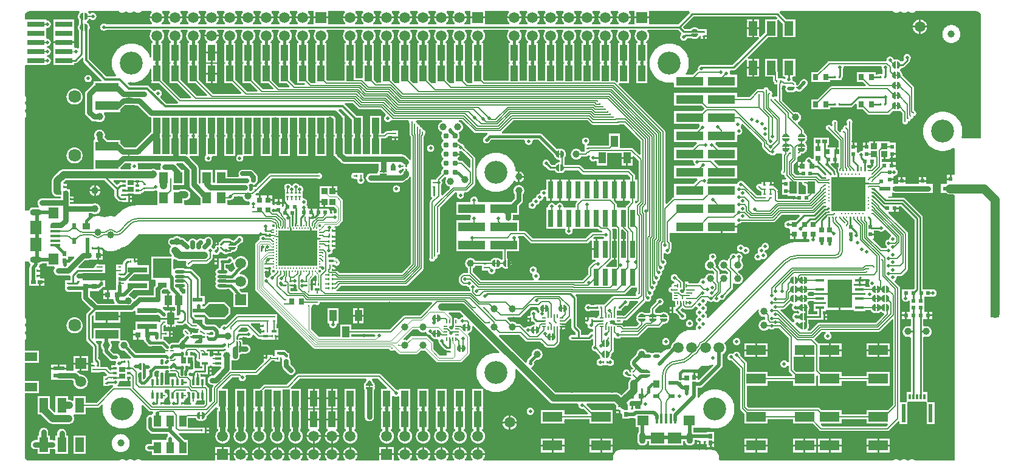
<source format=gtl>
G04*
G04 #@! TF.GenerationSoftware,Altium Limited,Altium Designer,21.4.1 (30)*
G04*
G04 Layer_Physical_Order=1*
G04 Layer_Color=255*
%FSLAX24Y24*%
%MOIN*%
G70*
G04*
G04 #@! TF.SameCoordinates,5CBE21F3-A45B-47EA-B0B1-B143E6338599*
G04*
G04*
G04 #@! TF.FilePolarity,Positive*
G04*
G01*
G75*
%ADD10C,0.0098*%
%ADD11C,0.0118*%
%ADD13C,0.0100*%
%ADD14C,0.0060*%
%ADD15C,0.0200*%
%ADD16C,0.0059*%
%ADD18C,0.0079*%
%ADD19C,0.0060*%
%ADD20C,0.0049*%
%ADD22C,0.0080*%
%ADD43R,0.0197X0.0236*%
%ADD44R,0.0256X0.0197*%
%ADD47R,0.0500X0.0300*%
%ADD48R,0.1000X0.1051*%
%ADD49R,0.0394X0.0630*%
%ADD50O,0.0551X0.0177*%
%ADD51C,0.0087*%
%ADD54R,0.0453X0.0177*%
%ADD55R,0.1083X0.0551*%
%ADD56R,0.0217X0.0236*%
%ADD57R,0.1252X0.0500*%
%ADD58R,0.0118X0.0315*%
%ADD59R,0.0236X0.1024*%
%ADD60R,0.0335X0.0236*%
%ADD61R,0.0335X0.0394*%
%ADD62R,0.0315X0.0295*%
%ADD63R,0.0472X0.0630*%
%ADD64R,0.1500X0.0500*%
%ADD65R,0.0402X0.0862*%
%ADD66R,0.0472X0.0787*%
%ADD67R,0.0236X0.0335*%
%ADD68R,0.0394X0.0335*%
%ADD69R,0.0531X0.0157*%
%ADD70R,0.0610X0.0748*%
%ADD71R,0.0551X0.0630*%
%ADD72C,0.0394*%
%ADD73R,0.0236X0.0197*%
%ADD74R,0.0299X0.0945*%
%ADD75R,0.0295X0.0315*%
%ADD76R,0.0709X0.0472*%
%ADD77R,0.0610X0.0236*%
%ADD78R,0.0098X0.0157*%
%ADD79R,0.0276X0.0157*%
%ADD80R,0.0138X0.0354*%
%ADD81R,0.0394X0.0709*%
%ADD82R,0.1909X0.1909*%
%ADD83C,0.0118*%
%ADD84R,0.0315X0.0295*%
%ADD85R,0.0228X0.0197*%
%ADD86R,0.0433X0.0551*%
%ADD87R,0.1063X0.0315*%
%ADD88R,0.0362X0.0280*%
%ADD89R,0.0217X0.0165*%
%ADD92R,0.0098X0.0142*%
%ADD93R,0.0300X0.0320*%
%ADD94R,0.0118X0.0106*%
%ADD95R,0.0280X0.0362*%
%ADD96R,0.0165X0.0217*%
%ADD97R,0.0106X0.0118*%
%ADD98C,0.0093*%
%ADD99R,0.0335X0.0374*%
%ADD102R,0.0551X0.0236*%
%ADD103R,0.0669X0.0236*%
%ADD104R,0.0197X0.0256*%
%ADD105R,0.0630X0.0551*%
%ADD106R,0.0748X0.0610*%
%ADD107R,0.0157X0.0531*%
%ADD108R,0.0945X0.0299*%
%ADD109R,0.0236X0.0217*%
%ADD110R,0.0354X0.0138*%
%ADD111R,0.0374X0.0335*%
%ADD179C,0.0197*%
%ADD201C,0.0065*%
%ADD202R,0.0177X0.0098*%
%ADD203R,0.0177X0.0187*%
%ADD204R,0.0630X0.0984*%
%ADD205C,0.0079*%
%ADD206O,0.0087X0.0256*%
%ADD207O,0.0256X0.0087*%
%ADD208R,0.1339X0.1575*%
%ADD209C,0.0310*%
%ADD210C,0.0108*%
%ADD211R,0.0354X0.0709*%
%ADD212R,0.0177X0.0098*%
%ADD213R,0.0177X0.0138*%
%ADD214C,0.0591*%
%ADD215C,0.0089*%
%ADD216C,0.0157*%
%ADD217R,0.2126X0.1969*%
%ADD218C,0.0089*%
%ADD219C,0.0300*%
%ADD220C,0.0102*%
%ADD221C,0.0150*%
%ADD222C,0.0074*%
%ADD223C,0.0400*%
%ADD224C,0.0197*%
%ADD225C,0.0180*%
%ADD226C,0.0071*%
%ADD227C,0.0080*%
%ADD228C,0.0120*%
%ADD229C,0.0065*%
%ADD230C,0.0090*%
%ADD231C,0.0057*%
%ADD232C,0.0250*%
%ADD233C,0.0072*%
%ADD234C,0.0500*%
%ADD235R,0.0394X0.0630*%
%ADD236R,0.1450X0.0420*%
%ADD237R,0.0620X0.1610*%
%ADD238C,0.0701*%
%ADD239R,0.0591X0.0591*%
%ADD240O,0.0630X0.0354*%
%ADD241C,0.0390*%
%ADD242R,0.0591X0.0591*%
%ADD243C,0.1260*%
%ADD244O,0.0354X0.0630*%
%ADD245C,0.0240*%
%ADD246C,0.0236*%
G36*
X52378Y24848D02*
X52406Y24844D01*
X52433Y24836D01*
X52458Y24825D01*
X52483Y24812D01*
X52506Y24795D01*
X52527Y24777D01*
X52545Y24756D01*
X52562Y24733D01*
X52575Y24708D01*
X52586Y24683D01*
X52594Y24656D01*
X52598Y24628D01*
X52600Y24603D01*
X52600Y24600D01*
Y17900D01*
X52581Y17880D01*
X51570D01*
X51532Y17950D01*
X51544Y17993D01*
X51558Y18056D01*
X51568Y18120D01*
X51573Y18185D01*
X51575Y18250D01*
X51573Y18315D01*
X51568Y18380D01*
X51558Y18444D01*
X51544Y18507D01*
X51527Y18570D01*
X51505Y18631D01*
X51481Y18691D01*
X51452Y18750D01*
X51420Y18806D01*
X51385Y18861D01*
X51347Y18913D01*
X51305Y18963D01*
X51260Y19010D01*
X51213Y19055D01*
X51163Y19097D01*
X51111Y19135D01*
X51056Y19170D01*
X51000Y19202D01*
X50941Y19231D01*
X50881Y19255D01*
X50820Y19277D01*
X50757Y19294D01*
X50694Y19308D01*
X50630Y19318D01*
X50565Y19323D01*
X50500Y19325D01*
X50435Y19323D01*
X50370Y19318D01*
X50306Y19308D01*
X50243Y19294D01*
X50180Y19277D01*
X50119Y19255D01*
X50059Y19231D01*
X50000Y19202D01*
X49944Y19170D01*
X49889Y19135D01*
X49837Y19097D01*
X49787Y19055D01*
X49740Y19010D01*
X49695Y18963D01*
X49653Y18913D01*
X49615Y18861D01*
X49580Y18806D01*
X49548Y18750D01*
X49519Y18691D01*
X49495Y18631D01*
X49473Y18570D01*
X49456Y18507D01*
X49442Y18444D01*
X49432Y18380D01*
X49427Y18315D01*
X49425Y18250D01*
X49427Y18185D01*
X49432Y18120D01*
X49442Y18056D01*
X49456Y17993D01*
X49473Y17930D01*
X49495Y17869D01*
X49519Y17809D01*
X49548Y17750D01*
X49580Y17694D01*
X49615Y17639D01*
X49653Y17587D01*
X49695Y17537D01*
X49740Y17490D01*
X49787Y17445D01*
X49837Y17403D01*
X49889Y17365D01*
X49944Y17330D01*
X50000Y17298D01*
X50059Y17269D01*
X50119Y17245D01*
X50180Y17223D01*
X50243Y17206D01*
X50306Y17192D01*
X50370Y17182D01*
X50435Y17177D01*
X50500Y17175D01*
X50565Y17177D01*
X50630Y17182D01*
X50694Y17192D01*
X50757Y17206D01*
X50820Y17223D01*
X50881Y17245D01*
X50941Y17269D01*
X51000Y17298D01*
X51056Y17330D01*
X51081Y17346D01*
X51151Y17310D01*
X51151Y15913D01*
X51135Y15850D01*
X50987D01*
Y15631D01*
X50937D01*
Y15581D01*
X50738D01*
Y15424D01*
X50718Y15396D01*
X50686Y15371D01*
X50383D01*
Y14859D01*
X50646D01*
X50663Y14857D01*
X50711Y14850D01*
X50711Y14850D01*
X50724Y14841D01*
X50752Y14824D01*
X50752Y14824D01*
X50781Y14811D01*
X50811Y14800D01*
X50842Y14792D01*
X50874Y14787D01*
X50907Y14786D01*
X51102D01*
X51151Y14736D01*
X51150Y150D01*
X48998D01*
X48982Y168D01*
X48962Y186D01*
X48940Y202D01*
X48917Y215D01*
X48892Y225D01*
X48867Y232D01*
X48840Y237D01*
X48814Y238D01*
X48787Y237D01*
X48761Y232D01*
X48735Y225D01*
X48710Y215D01*
X48687Y202D01*
X48665Y186D01*
X48645Y168D01*
X48632Y154D01*
X48562D01*
X48549Y168D01*
X48529Y186D01*
X48507Y202D01*
X48484Y215D01*
X48459Y225D01*
X48434Y232D01*
X48407Y237D01*
X48381Y238D01*
X48354Y237D01*
X48328Y232D01*
X48302Y225D01*
X48277Y215D01*
X48254Y202D01*
X48232Y186D01*
X48212Y168D01*
X48199Y154D01*
X48129D01*
X48116Y168D01*
X48096Y186D01*
X48074Y202D01*
X48051Y215D01*
X48026Y225D01*
X48001Y232D01*
X47974Y237D01*
X47948Y238D01*
X47921Y237D01*
X47895Y232D01*
X47869Y225D01*
X47844Y215D01*
X47821Y202D01*
X47799Y186D01*
X47779Y168D01*
X47763Y150D01*
X38331D01*
X38328Y150D01*
X38311Y152D01*
X38292Y158D01*
X38275Y167D01*
X38260Y179D01*
X38247Y194D01*
X38238Y212D01*
X38232Y230D01*
X38231Y247D01*
X38231Y250D01*
Y350D01*
X38231D01*
X38229Y389D01*
X38223Y428D01*
X38214Y466D01*
X38201Y503D01*
X38184Y539D01*
X38164Y573D01*
X38140Y604D01*
X38114Y633D01*
X38085Y660D01*
X38053Y683D01*
X38019Y703D01*
X37984Y720D01*
X37947Y733D01*
X37909Y743D01*
X37870Y749D01*
X37831Y750D01*
Y750D01*
X32822D01*
Y750D01*
X32783Y749D01*
X32744Y743D01*
X32706Y733D01*
X32669Y720D01*
X32634Y703D01*
X32600Y683D01*
X32568Y660D01*
X32539Y633D01*
X32513Y604D01*
X32489Y573D01*
X32469Y539D01*
X32452Y503D01*
X32439Y466D01*
X32430Y428D01*
X32424Y389D01*
X32422Y350D01*
X32422D01*
Y250D01*
X32422Y247D01*
X32420Y230D01*
X32415Y212D01*
X32406Y194D01*
X32393Y179D01*
X32378Y167D01*
X32361Y158D01*
X32342Y152D01*
X32325Y150D01*
X32322Y150D01*
X25307D01*
X25280Y219D01*
X25280Y220D01*
X25306Y249D01*
X25329Y280D01*
X25349Y313D01*
X25366Y349D01*
X25379Y385D01*
X25388Y423D01*
X25392Y450D01*
X24608D01*
X24612Y423D01*
X24621Y385D01*
X24634Y349D01*
X24651Y313D01*
X24671Y280D01*
X24694Y249D01*
X24720Y220D01*
X24720Y219D01*
X24693Y150D01*
X24307D01*
X24280Y219D01*
X24280Y220D01*
X24306Y249D01*
X24329Y280D01*
X24349Y313D01*
X24366Y349D01*
X24379Y385D01*
X24388Y423D01*
X24392Y450D01*
X23608D01*
X23612Y423D01*
X23621Y385D01*
X23634Y349D01*
X23651Y313D01*
X23671Y280D01*
X23694Y249D01*
X23720Y220D01*
X23720Y219D01*
X23693Y150D01*
X23307D01*
X23280Y219D01*
X23280Y220D01*
X23306Y249D01*
X23329Y280D01*
X23349Y313D01*
X23366Y349D01*
X23379Y385D01*
X23388Y423D01*
X23392Y450D01*
X22608D01*
X22612Y423D01*
X22621Y385D01*
X22634Y349D01*
X22651Y313D01*
X22671Y280D01*
X22694Y249D01*
X22720Y220D01*
X22720Y219D01*
X22693Y150D01*
X22307D01*
X22280Y219D01*
X22280Y220D01*
X22306Y249D01*
X22329Y280D01*
X22349Y313D01*
X22366Y349D01*
X22379Y385D01*
X22388Y423D01*
X22392Y450D01*
X21608D01*
X21612Y423D01*
X21621Y385D01*
X21634Y349D01*
X21651Y313D01*
X21671Y280D01*
X21694Y249D01*
X21720Y220D01*
X21720Y219D01*
X21693Y150D01*
X21307D01*
X21280Y219D01*
X21280Y220D01*
X21306Y249D01*
X21329Y280D01*
X21349Y313D01*
X21366Y349D01*
X21379Y385D01*
X21388Y423D01*
X21392Y450D01*
X20608D01*
X20612Y423D01*
X20621Y385D01*
X20634Y349D01*
X20651Y313D01*
X20671Y280D01*
X20694Y249D01*
X20720Y220D01*
X20720Y219D01*
X20693Y150D01*
X20395D01*
Y450D01*
X19605D01*
Y150D01*
X18307D01*
X18280Y219D01*
X18280Y220D01*
X18306Y249D01*
X18329Y280D01*
X18349Y313D01*
X18366Y349D01*
X18379Y385D01*
X18388Y423D01*
X18392Y450D01*
X17608D01*
X17612Y423D01*
X17621Y385D01*
X17634Y349D01*
X17651Y313D01*
X17671Y280D01*
X17694Y249D01*
X17720Y220D01*
X17720Y219D01*
X17693Y150D01*
X17307D01*
X17280Y219D01*
X17280Y220D01*
X17306Y249D01*
X17329Y280D01*
X17349Y313D01*
X17366Y349D01*
X17379Y385D01*
X17388Y423D01*
X17392Y450D01*
X16608D01*
X16612Y423D01*
X16621Y385D01*
X16634Y349D01*
X16651Y313D01*
X16671Y280D01*
X16694Y249D01*
X16720Y220D01*
X16720Y219D01*
X16693Y150D01*
X16307D01*
X16280Y219D01*
X16280Y220D01*
X16306Y249D01*
X16329Y280D01*
X16349Y313D01*
X16366Y349D01*
X16379Y385D01*
X16388Y423D01*
X16392Y450D01*
X15608D01*
X15612Y423D01*
X15621Y385D01*
X15634Y349D01*
X15651Y313D01*
X15671Y280D01*
X15694Y249D01*
X15720Y220D01*
X15720Y219D01*
X15693Y150D01*
X15307D01*
X15280Y219D01*
X15280Y220D01*
X15306Y249D01*
X15329Y280D01*
X15349Y313D01*
X15366Y349D01*
X15379Y385D01*
X15388Y423D01*
X15392Y450D01*
X14608D01*
X14612Y423D01*
X14621Y385D01*
X14634Y349D01*
X14651Y313D01*
X14671Y280D01*
X14694Y249D01*
X14720Y220D01*
X14720Y219D01*
X14693Y150D01*
X14307D01*
X14280Y219D01*
X14280Y220D01*
X14306Y249D01*
X14329Y280D01*
X14349Y313D01*
X14366Y349D01*
X14379Y385D01*
X14388Y423D01*
X14392Y450D01*
X13608D01*
X13612Y423D01*
X13621Y385D01*
X13634Y349D01*
X13651Y313D01*
X13671Y280D01*
X13694Y249D01*
X13720Y220D01*
X13720Y219D01*
X13693Y150D01*
X13307D01*
X13280Y219D01*
X13280Y220D01*
X13306Y249D01*
X13329Y280D01*
X13349Y313D01*
X13366Y349D01*
X13379Y385D01*
X13388Y423D01*
X13392Y450D01*
X12608D01*
X12612Y423D01*
X12621Y385D01*
X12634Y349D01*
X12651Y313D01*
X12671Y280D01*
X12694Y249D01*
X12720Y220D01*
X12720Y219D01*
X12693Y150D01*
X12307D01*
X12280Y219D01*
X12280Y220D01*
X12306Y249D01*
X12329Y280D01*
X12349Y313D01*
X12366Y349D01*
X12379Y385D01*
X12388Y423D01*
X12392Y450D01*
X11608D01*
X11612Y423D01*
X11621Y385D01*
X11634Y349D01*
X11651Y313D01*
X11671Y280D01*
X11694Y249D01*
X11720Y220D01*
X11720Y219D01*
X11693Y150D01*
X11395D01*
Y450D01*
X10605D01*
Y150D01*
X6549D01*
X6533Y168D01*
X6513Y186D01*
X6492Y202D01*
X6468Y215D01*
X6444Y225D01*
X6418Y232D01*
X6392Y237D01*
X6365Y238D01*
X6338Y237D01*
X6312Y232D01*
X6286Y225D01*
X6262Y215D01*
X6238Y202D01*
X6216Y186D01*
X6197Y168D01*
X6184Y154D01*
X6113D01*
X6100Y168D01*
X6080Y186D01*
X6059Y202D01*
X6035Y215D01*
X6011Y225D01*
X5985Y232D01*
X5959Y237D01*
X5932Y238D01*
X5905Y237D01*
X5879Y232D01*
X5853Y225D01*
X5829Y215D01*
X5805Y202D01*
X5784Y186D01*
X5764Y168D01*
X5751Y154D01*
X5680D01*
X5667Y168D01*
X5647Y186D01*
X5626Y202D01*
X5602Y215D01*
X5578Y225D01*
X5552Y232D01*
X5526Y237D01*
X5499Y238D01*
X5472Y237D01*
X5446Y232D01*
X5420Y225D01*
X5396Y215D01*
X5372Y202D01*
X5350Y186D01*
X5331Y168D01*
X5315Y150D01*
X400D01*
X397Y150D01*
X372Y152D01*
X344Y156D01*
X317Y164D01*
X292Y175D01*
X267Y188D01*
X244Y205D01*
X223Y223D01*
X205Y244D01*
X188Y267D01*
X175Y292D01*
X164Y317D01*
X159Y334D01*
X150Y400D01*
X150Y400D01*
X150Y400D01*
Y3867D01*
X939D01*
Y4539D01*
X150D01*
Y5521D01*
X939D01*
Y6193D01*
X150D01*
Y6786D01*
X168Y6802D01*
X186Y6822D01*
X202Y6844D01*
X215Y6867D01*
X225Y6892D01*
X232Y6917D01*
X237Y6944D01*
X238Y6970D01*
X237Y6997D01*
X232Y7023D01*
X225Y7049D01*
X215Y7074D01*
X202Y7097D01*
X186Y7119D01*
X168Y7139D01*
X154Y7152D01*
Y7222D01*
X168Y7235D01*
X186Y7255D01*
X202Y7277D01*
X215Y7300D01*
X225Y7325D01*
X232Y7350D01*
X237Y7377D01*
X238Y7403D01*
X237Y7430D01*
X232Y7456D01*
X225Y7482D01*
X215Y7507D01*
X202Y7530D01*
X186Y7552D01*
X168Y7572D01*
X154Y7585D01*
Y7655D01*
X168Y7668D01*
X186Y7688D01*
X202Y7710D01*
X215Y7733D01*
X225Y7758D01*
X232Y7783D01*
X237Y7810D01*
X238Y7836D01*
X237Y7863D01*
X232Y7889D01*
X225Y7915D01*
X215Y7940D01*
X202Y7963D01*
X186Y7985D01*
X168Y8005D01*
X150Y8021D01*
Y11104D01*
X368Y11104D01*
X377Y11080D01*
X392Y11053D01*
X410Y11028D01*
X431Y11004D01*
X442Y10995D01*
X454Y10959D01*
X454Y10909D01*
X451Y10902D01*
X450Y10901D01*
X435Y10879D01*
X424Y10855D01*
X415Y10831D01*
X410Y10805D01*
X408Y10779D01*
Y10166D01*
X381D01*
Y9769D01*
X581D01*
X583Y9769D01*
X609Y9767D01*
X635Y9769D01*
X636Y9769D01*
X933D01*
Y9967D01*
X983D01*
Y10017D01*
X1211D01*
Y10166D01*
X994D01*
Y10260D01*
X841D01*
Y10360D01*
X994D01*
Y10431D01*
X994D01*
Y10540D01*
X841D01*
Y10640D01*
X994D01*
Y10749D01*
X961D01*
X933Y10798D01*
X928Y10819D01*
X939Y10835D01*
X950Y10859D01*
X959Y10883D01*
X964Y10909D01*
X965Y10930D01*
X995Y10939D01*
X1024Y10951D01*
X1051Y10966D01*
X1076Y10984D01*
X1095Y11000D01*
X1354D01*
Y10825D01*
X1771D01*
X1788Y10800D01*
X1800Y10755D01*
X1792Y10747D01*
X1776Y10724D01*
X1763Y10699D01*
X1752Y10673D01*
X1744Y10646D01*
X1739Y10619D01*
X1738Y10591D01*
X1739Y10563D01*
X1744Y10535D01*
X1752Y10508D01*
X1763Y10482D01*
X1776Y10457D01*
X1792Y10434D01*
X1811Y10414D01*
X1832Y10395D01*
X1855Y10379D01*
X1880Y10365D01*
X1905Y10354D01*
X1932Y10346D01*
X1960Y10342D01*
X1988Y10340D01*
X2520D01*
X2548Y10342D01*
X2575Y10346D01*
X2580Y10348D01*
X2591Y10346D01*
X2630Y10322D01*
X2650Y10298D01*
Y10055D01*
X2361D01*
Y9700D01*
X2356Y9687D01*
X2351Y9661D01*
X2350Y9635D01*
X2351Y9609D01*
X2356Y9583D01*
X2361Y9570D01*
Y9525D01*
X2383D01*
X2391Y9513D01*
X2408Y9493D01*
X2428Y9476D01*
X2450Y9461D01*
X2473Y9450D01*
X2498Y9441D01*
X2524Y9436D01*
X2550Y9435D01*
X3275D01*
Y9110D01*
X3275Y9110D01*
X3276Y9081D01*
X3282Y9052D01*
X3292Y9024D01*
X3305Y8997D01*
X3321Y8973D01*
X3341Y8951D01*
X3794Y8497D01*
X3554Y8256D01*
X3538Y8238D01*
X3526Y8218D01*
X3517Y8196D01*
X3511Y8174D01*
X3510Y8150D01*
Y6850D01*
X3511Y6826D01*
X3517Y6804D01*
X3526Y6782D01*
X3538Y6762D01*
X3554Y6744D01*
X3882Y6415D01*
Y5706D01*
X3884Y5682D01*
X3890Y5659D01*
X3895Y5646D01*
X3896Y5645D01*
X3905Y5623D01*
X3915Y5605D01*
X3913Y5593D01*
X3887Y5535D01*
X3780D01*
Y5432D01*
X3939D01*
Y5332D01*
X3780D01*
Y5229D01*
Y5005D01*
X4308D01*
Y5027D01*
X4508D01*
X4528Y5016D01*
X4551Y5006D01*
X4573Y5001D01*
X4663Y4910D01*
X4667Y4888D01*
X4666Y4880D01*
X4647Y4828D01*
X4638Y4822D01*
X4622Y4809D01*
X4599Y4785D01*
X4471D01*
Y4479D01*
Y4255D01*
X4789D01*
Y4310D01*
X4969D01*
X4969Y4309D01*
X4989Y4292D01*
X4999Y4286D01*
X4999Y4241D01*
X4990Y4210D01*
X4981Y4206D01*
X4963Y4196D01*
X4948Y4182D01*
X4089Y3323D01*
X3497D01*
Y3686D01*
X2824D01*
Y3479D01*
X2815Y3469D01*
X2754Y3443D01*
X2749Y3447D01*
X2719Y3463D01*
X2688Y3476D01*
X2656Y3486D01*
X2623Y3491D01*
X2589Y3493D01*
X2512D01*
Y3686D01*
X1840D01*
Y2840D01*
X1770Y2811D01*
X1528Y3053D01*
Y3686D01*
X856D01*
Y2699D01*
X1032D01*
X1464Y2268D01*
X1489Y2245D01*
X1516Y2226D01*
X1546Y2209D01*
X1577Y2196D01*
X1609Y2187D01*
X1643Y2181D01*
X1676Y2180D01*
X2566D01*
X2600Y2181D01*
X2633Y2187D01*
X2666Y2196D01*
X2697Y2209D01*
X2726Y2226D01*
X2754Y2245D01*
X2779Y2268D01*
X2801Y2293D01*
X2821Y2320D01*
X2837Y2350D01*
X2850Y2381D01*
X2859Y2413D01*
X2865Y2446D01*
X2867Y2480D01*
X2865Y2514D01*
X2859Y2547D01*
X2850Y2579D01*
X2837Y2610D01*
X2827Y2629D01*
X2838Y2664D01*
X2865Y2699D01*
X3497D01*
Y3062D01*
X4143D01*
X4163Y3064D01*
X4183Y3069D01*
X4202Y3076D01*
X4219Y3087D01*
X4235Y3100D01*
X4382Y3248D01*
X4446Y3213D01*
X4442Y3194D01*
X4432Y3130D01*
X4427Y3065D01*
X4425Y3000D01*
X4427Y2935D01*
X4432Y2870D01*
X4442Y2806D01*
X4456Y2743D01*
X4473Y2680D01*
X4495Y2619D01*
X4519Y2559D01*
X4548Y2500D01*
X4580Y2444D01*
X4615Y2389D01*
X4653Y2337D01*
X4695Y2287D01*
X4740Y2240D01*
X4787Y2195D01*
X4837Y2153D01*
X4889Y2115D01*
X4944Y2080D01*
X5000Y2048D01*
X5059Y2019D01*
X5119Y1995D01*
X5180Y1973D01*
X5243Y1956D01*
X5306Y1942D01*
X5370Y1932D01*
X5435Y1927D01*
X5500Y1925D01*
X5565Y1927D01*
X5630Y1932D01*
X5694Y1942D01*
X5757Y1956D01*
X5820Y1973D01*
X5881Y1995D01*
X5941Y2019D01*
X6000Y2048D01*
X6056Y2080D01*
X6111Y2115D01*
X6163Y2153D01*
X6213Y2195D01*
X6260Y2240D01*
X6305Y2287D01*
X6347Y2337D01*
X6385Y2389D01*
X6420Y2444D01*
X6452Y2500D01*
X6481Y2559D01*
X6505Y2619D01*
X6527Y2680D01*
X6544Y2743D01*
X6558Y2806D01*
X6568Y2870D01*
X6573Y2935D01*
X6575Y3000D01*
X6573Y3065D01*
X6568Y3130D01*
X6559Y3188D01*
X6565Y3195D01*
X6632Y3213D01*
X6958Y2888D01*
X6973Y2874D01*
X6991Y2864D01*
X7010Y2856D01*
X7030Y2851D01*
X7050Y2850D01*
X7151D01*
X7184Y2806D01*
X7191Y2781D01*
X7170Y2743D01*
X7134D01*
Y2705D01*
X7127Y2693D01*
X7079Y2659D01*
X7064Y2655D01*
X7046Y2659D01*
X7020Y2660D01*
X6994Y2659D01*
X6968Y2654D01*
X6943Y2645D01*
X6920Y2634D01*
X6898Y2619D01*
X6878Y2602D01*
X6861Y2582D01*
X6846Y2560D01*
X6835Y2537D01*
X6826Y2512D01*
X6821Y2486D01*
X6820Y2460D01*
Y1970D01*
X6821Y1944D01*
X6826Y1918D01*
X6835Y1893D01*
X6846Y1870D01*
X6861Y1848D01*
X6878Y1828D01*
X7028Y1678D01*
X7048Y1661D01*
X7070Y1646D01*
X7093Y1635D01*
X7118Y1626D01*
X7144Y1621D01*
X7170Y1620D01*
X7977D01*
X8003Y1585D01*
X7998Y1509D01*
X7978Y1492D01*
X7961Y1472D01*
X7946Y1450D01*
X7935Y1427D01*
X7926Y1402D01*
X7921Y1376D01*
X7920Y1350D01*
Y1287D01*
X7823D01*
Y1285D01*
X7728D01*
Y1287D01*
X7134D01*
Y1072D01*
X7006D01*
X7002Y1074D01*
X6976Y1079D01*
X6950Y1080D01*
X6924Y1079D01*
X6898Y1074D01*
X6873Y1065D01*
X6850Y1054D01*
X6828Y1039D01*
X6808Y1022D01*
X6791Y1002D01*
X6776Y980D01*
X6765Y957D01*
X6756Y932D01*
X6751Y906D01*
X6750Y880D01*
X6751Y854D01*
X6756Y828D01*
X6765Y803D01*
X6776Y780D01*
X6791Y758D01*
X6808Y738D01*
X6817Y730D01*
X6836Y713D01*
X6858Y698D01*
X6882Y686D01*
X6906Y678D01*
X6932Y673D01*
X6958Y671D01*
X7134D01*
Y457D01*
X7460D01*
Y450D01*
X7960D01*
Y457D01*
X8417D01*
Y460D01*
X8512D01*
Y457D01*
X9106D01*
Y1287D01*
X8917D01*
X8594Y1610D01*
X8623Y1680D01*
X9325D01*
X9328Y1678D01*
X9351Y1668D01*
X9375Y1662D01*
X9400Y1660D01*
X9425Y1662D01*
X9449Y1668D01*
X9472Y1678D01*
X9475Y1680D01*
X9715D01*
Y1661D01*
X10042D01*
Y1820D01*
Y1979D01*
X9715D01*
Y1960D01*
X9475D01*
X9472Y1962D01*
X9449Y1972D01*
X9425Y1978D01*
X9400Y1980D01*
X9375Y1978D01*
X9351Y1972D01*
X9328Y1962D01*
X9325Y1960D01*
X9106D01*
Y2497D01*
X9108Y2500D01*
X9512D01*
X9525Y2477D01*
X9544Y2450D01*
X9567Y2424D01*
X9593Y2401D01*
X9621Y2381D01*
X9644Y2368D01*
X9651Y2365D01*
X9651Y2365D01*
X9682Y2352D01*
X9707Y2344D01*
X9707Y2345D01*
X9719Y2342D01*
X9740Y2340D01*
X9760Y2342D01*
X9780Y2346D01*
X9799Y2354D01*
X9810Y2361D01*
X9821Y2354D01*
X9840Y2346D01*
X9860Y2342D01*
X9880Y2340D01*
X9901Y2342D01*
X9913Y2345D01*
X9913Y2344D01*
X9938Y2352D01*
X9969Y2365D01*
X9969Y2365D01*
X9976Y2368D01*
X9999Y2381D01*
X10027Y2401D01*
X10053Y2424D01*
X10076Y2450D01*
X10095Y2477D01*
X10112Y2507D01*
X10125Y2539D01*
X10135Y2572D01*
X10139Y2598D01*
X10635Y3093D01*
X10699Y3067D01*
Y3046D01*
X10750D01*
Y2954D01*
X10699D01*
Y1892D01*
X10750D01*
Y1806D01*
X10749Y1806D01*
X10720Y1780D01*
X10694Y1751D01*
X10671Y1720D01*
X10651Y1687D01*
X10634Y1651D01*
X10621Y1615D01*
X10612Y1577D01*
X10606Y1539D01*
X10604Y1500D01*
X10606Y1461D01*
X10612Y1423D01*
X10621Y1385D01*
X10634Y1349D01*
X10651Y1313D01*
X10671Y1280D01*
X10694Y1249D01*
X10720Y1220D01*
X10749Y1194D01*
X10780Y1171D01*
X10813Y1151D01*
X10849Y1134D01*
X10885Y1121D01*
X10923Y1112D01*
X10961Y1106D01*
X11000Y1104D01*
X11039Y1106D01*
X11077Y1112D01*
X11115Y1121D01*
X11151Y1134D01*
X11187Y1151D01*
X11220Y1171D01*
X11251Y1194D01*
X11280Y1220D01*
X11306Y1249D01*
X11329Y1280D01*
X11349Y1313D01*
X11366Y1349D01*
X11379Y1385D01*
X11388Y1423D01*
X11394Y1461D01*
X11396Y1500D01*
X11394Y1539D01*
X11388Y1577D01*
X11379Y1615D01*
X11366Y1651D01*
X11349Y1687D01*
X11329Y1720D01*
X11306Y1751D01*
X11280Y1780D01*
X11251Y1806D01*
X11250Y1806D01*
Y1892D01*
X11301D01*
Y2954D01*
X11250D01*
Y3046D01*
X11301D01*
Y4108D01*
X11000D01*
X10974Y4173D01*
X11522Y4721D01*
X11813D01*
X11881Y4720D01*
X11883Y4694D01*
X11888Y4669D01*
X11896Y4644D01*
X11908Y4621D01*
X11922Y4599D01*
X11939Y4579D01*
X11959Y4562D01*
X11981Y4548D01*
X12004Y4536D01*
X12029Y4528D01*
X12054Y4523D01*
X12080Y4521D01*
X12106Y4523D01*
X12131Y4528D01*
X12156Y4536D01*
X12179Y4548D01*
X12201Y4562D01*
X12221Y4579D01*
X12238Y4599D01*
X12252Y4621D01*
X12264Y4644D01*
X12272Y4669D01*
X12277Y4694D01*
X12279Y4720D01*
X12277Y4746D01*
X12272Y4771D01*
X12266Y4790D01*
X12270Y4806D01*
X12300Y4853D01*
X12310Y4860D01*
X12836D01*
X12857Y4861D01*
X12876Y4866D01*
X12895Y4874D01*
X12913Y4884D01*
X12928Y4898D01*
X13681Y5651D01*
X13775D01*
Y5652D01*
X13872D01*
Y5603D01*
X14171D01*
Y5782D01*
X14249D01*
Y5603D01*
X14275D01*
Y5360D01*
X14275Y5360D01*
X14276Y5331D01*
X14282Y5302D01*
X14292Y5274D01*
X14305Y5247D01*
X14321Y5223D01*
X14341Y5201D01*
X14601Y4941D01*
X14623Y4921D01*
X14647Y4905D01*
X14674Y4892D01*
X14702Y4882D01*
X14731Y4876D01*
X14760Y4875D01*
X14789Y4876D01*
X14818Y4882D01*
X14846Y4892D01*
X14873Y4905D01*
X14897Y4921D01*
X14919Y4941D01*
X14939Y4963D01*
X14955Y4987D01*
X14968Y5014D01*
X14978Y5042D01*
X14984Y5071D01*
X14985Y5100D01*
X14984Y5129D01*
X14978Y5158D01*
X14968Y5186D01*
X14955Y5213D01*
X14939Y5237D01*
X14919Y5259D01*
X14725Y5453D01*
Y5613D01*
X14724Y5643D01*
X14718Y5672D01*
X14708Y5699D01*
X14695Y5726D01*
X14679Y5750D01*
X14659Y5773D01*
X14659Y5773D01*
Y5849D01*
X14662Y5855D01*
X14669Y5877D01*
X14674Y5899D01*
X14675Y5922D01*
X14674Y5945D01*
X14669Y5968D01*
X14662Y5989D01*
X14659Y5995D01*
Y6075D01*
X14595D01*
X14488Y6182D01*
X14471Y6197D01*
X14452Y6210D01*
X14432Y6220D01*
X14410Y6227D01*
X14387Y6232D01*
X14364Y6233D01*
X14348D01*
Y6237D01*
X13872D01*
Y5913D01*
X13775D01*
Y5969D01*
X13448D01*
Y5810D01*
X13398D01*
Y5760D01*
X13245D01*
Y5651D01*
X13245D01*
X13265Y5603D01*
X12782Y5120D01*
X11547D01*
X11533Y5128D01*
X11493Y5177D01*
X11489Y5190D01*
X11490Y5210D01*
Y5651D01*
X11492Y5653D01*
X11546Y5682D01*
X11560Y5686D01*
X11581Y5674D01*
X11607Y5664D01*
X11634Y5656D01*
X11662Y5651D01*
X11690Y5650D01*
X11718Y5651D01*
X11746Y5656D01*
X11773Y5664D01*
X11799Y5674D01*
X11823Y5688D01*
X11846Y5704D01*
X11867Y5723D01*
X11886Y5744D01*
X11902Y5767D01*
X11916Y5791D01*
X11926Y5817D01*
X11934Y5844D01*
X11939Y5872D01*
X11940Y5900D01*
Y5938D01*
X11960Y6001D01*
X11985Y6008D01*
X12017Y6021D01*
X12017Y6021D01*
X12023Y6024D01*
X12047Y6038D01*
X12060Y6047D01*
X12078Y6046D01*
X12268D01*
X12296Y6047D01*
X12323Y6052D01*
X12350Y6060D01*
X12376Y6071D01*
X12401Y6084D01*
X12424Y6100D01*
X12445Y6119D01*
X12464Y6140D01*
X12480Y6163D01*
X12493Y6188D01*
X12504Y6214D01*
X12512Y6241D01*
X12517Y6268D01*
X12518Y6296D01*
X12517Y6324D01*
X12512Y6352D01*
X12504Y6379D01*
X12493Y6405D01*
X12480Y6429D01*
X12464Y6452D01*
X12445Y6473D01*
X12424Y6492D01*
X12401Y6508D01*
X12376Y6522D01*
X12350Y6533D01*
X12323Y6540D01*
X12296Y6545D01*
X12268Y6547D01*
X12098D01*
X12098Y6676D01*
X12096Y6700D01*
X12091Y6723D01*
X12082Y6745D01*
X12070Y6765D01*
X12061Y6774D01*
X12065Y6780D01*
X12071Y6795D01*
X12040D01*
X12036Y6798D01*
X12016Y6810D01*
X11994Y6819D01*
X11991Y6820D01*
X11981Y6824D01*
X11959Y6829D01*
X11937Y6831D01*
Y6895D01*
X12095D01*
X12109Y6919D01*
X12130Y6936D01*
X12312D01*
X12320Y6929D01*
X12342Y6914D01*
X12365Y6903D01*
X12389Y6895D01*
X12415Y6889D01*
X12441Y6888D01*
X12467Y6889D01*
X12492Y6895D01*
X12517Y6903D01*
X12540Y6914D01*
X12562Y6929D01*
X12582Y6946D01*
X12599Y6966D01*
X12613Y6987D01*
X12625Y7011D01*
X12633Y7035D01*
X12634Y7039D01*
X12687Y7062D01*
X12708Y7063D01*
X12883Y6889D01*
X12900Y6875D01*
X12918Y6863D01*
X12939Y6855D01*
X12960Y6849D01*
X12982Y6848D01*
X13118D01*
Y6809D01*
X13581D01*
Y6809D01*
X13880D01*
Y6988D01*
X13907D01*
Y7038D01*
X14057D01*
Y7167D01*
X14057D01*
Y7443D01*
X13959D01*
Y7678D01*
X13978D01*
Y7902D01*
Y8208D01*
X13660D01*
Y8208D01*
X13614Y8208D01*
Y8208D01*
X13296D01*
Y8196D01*
X11815D01*
X11793Y8194D01*
X11772Y8189D01*
X11751Y8180D01*
X11732Y8169D01*
X11716Y8154D01*
X11182Y7621D01*
X11176Y7624D01*
X11151Y7632D01*
X11126Y7637D01*
X11100Y7639D01*
X11074Y7637D01*
X11049Y7632D01*
X11024Y7624D01*
X11001Y7612D01*
X10979Y7598D01*
X10959Y7581D01*
X10942Y7561D01*
X10928Y7539D01*
X10916Y7516D01*
X10908Y7491D01*
X10903Y7466D01*
X10902Y7449D01*
X10873Y7430D01*
X10832Y7421D01*
X10672Y7582D01*
X10652Y7599D01*
X10630Y7614D01*
X10607Y7625D01*
X10582Y7634D01*
X10556Y7639D01*
X10530Y7640D01*
X10094D01*
X10017Y7717D01*
Y8028D01*
X9515D01*
X9431Y8112D01*
X9460Y8182D01*
X9993D01*
X10220Y7955D01*
X10235Y7942D01*
X10252Y7933D01*
X10271Y7927D01*
X10291Y7926D01*
X11078D01*
X11098Y7927D01*
X11117Y7933D01*
X11134Y7942D01*
X11149Y7955D01*
X11405Y8211D01*
X11418Y8226D01*
X11427Y8243D01*
X11433Y8262D01*
X11435Y8282D01*
Y8518D01*
X11433Y8538D01*
X11427Y8557D01*
X11418Y8574D01*
X11405Y8589D01*
X11149Y8845D01*
X11134Y8858D01*
X11117Y8867D01*
X11098Y8873D01*
X11078Y8874D01*
X10291D01*
X10271Y8873D01*
X10252Y8867D01*
X10235Y8858D01*
X10220Y8845D01*
X9993Y8618D01*
X9901D01*
Y8680D01*
X9899Y8702D01*
X9900Y8706D01*
X9936Y8760D01*
X9954Y8772D01*
X10017D01*
Y9209D01*
X9792D01*
Y10119D01*
X9790Y10142D01*
X9784Y10165D01*
X9775Y10187D01*
X9763Y10207D01*
X9748Y10225D01*
X9333Y10640D01*
X9315Y10656D01*
X9294Y10668D01*
X9273Y10677D01*
X9250Y10682D01*
X9226Y10684D01*
X8960D01*
X8940Y10698D01*
X8918Y10708D01*
X8895Y10716D01*
X8870Y10721D01*
X8846Y10723D01*
X8472D01*
X8447Y10721D01*
X8423Y10716D01*
X8399Y10708D01*
X8377Y10698D01*
X8357Y10684D01*
X8350Y10678D01*
X8306Y10689D01*
X8280Y10708D01*
Y11206D01*
X8323Y11235D01*
X8350Y11244D01*
X8371Y11232D01*
X8402Y11219D01*
X8434Y11210D01*
X8460Y11206D01*
X8483Y11185D01*
X8510Y11166D01*
X8540Y11149D01*
X8571Y11136D01*
X8603Y11127D01*
X8636Y11121D01*
X8670Y11120D01*
X8986D01*
X9003Y11097D01*
X9016Y11050D01*
X9011Y11044D01*
X8998Y11022D01*
X8988Y10999D01*
X8982Y10975D01*
X8980Y10950D01*
X8982Y10925D01*
X8988Y10901D01*
X8998Y10878D01*
X9011Y10856D01*
X9027Y10837D01*
X9046Y10821D01*
X9068Y10808D01*
X9091Y10798D01*
X9115Y10792D01*
X9140Y10790D01*
X9165Y10792D01*
X9189Y10798D01*
X9212Y10808D01*
X9234Y10821D01*
X9253Y10837D01*
X9269Y10856D01*
X9282Y10878D01*
X9292Y10901D01*
X9293Y10904D01*
X9368Y10980D01*
X10120D01*
X10142Y10981D01*
X10163Y10986D01*
X10184Y10995D01*
X10203Y11006D01*
X10219Y11021D01*
X10414Y11216D01*
X10429Y11232D01*
X10440Y11251D01*
X10449Y11272D01*
X10454Y11293D01*
X10455Y11315D01*
Y11465D01*
X10471Y11478D01*
X10525Y11495D01*
X10529Y11492D01*
X10551Y11478D01*
X10574Y11466D01*
X10599Y11458D01*
X10624Y11453D01*
X10650Y11451D01*
X10676Y11453D01*
X10701Y11458D01*
X10726Y11466D01*
X10749Y11478D01*
X10771Y11492D01*
X10791Y11509D01*
X10808Y11529D01*
X10822Y11551D01*
X10834Y11574D01*
X10842Y11599D01*
X10845Y11614D01*
X10880Y11635D01*
X10888Y11637D01*
X10900Y11637D01*
X10907Y11636D01*
X10929Y11627D01*
X10939Y11615D01*
X10957Y11600D01*
X10977Y11587D01*
X10999Y11578D01*
X11021Y11573D01*
X11032Y11572D01*
X11040Y11562D01*
X11060Y11545D01*
X11082Y11531D01*
X11105Y11519D01*
X11130Y11511D01*
X11155Y11506D01*
X11181Y11504D01*
X11207Y11506D01*
X11233Y11511D01*
X11257Y11519D01*
X11281Y11531D01*
X11302Y11545D01*
X11318Y11559D01*
X11394D01*
X11417Y11561D01*
X11440Y11567D01*
X11462Y11576D01*
X11482Y11588D01*
X11500Y11603D01*
X11514Y11617D01*
X11520Y11617D01*
X11554Y11618D01*
X11588Y11624D01*
X11621Y11634D01*
X11653Y11647D01*
X11683Y11663D01*
X11710Y11683D01*
X11736Y11706D01*
X11759Y11732D01*
X11779Y11760D01*
X11792Y11783D01*
X11795Y11789D01*
X11795Y11790D01*
X11808Y11821D01*
X11816Y11846D01*
X11815Y11846D01*
X11818Y11858D01*
X11820Y11879D01*
X11818Y11899D01*
X11814Y11919D01*
X11806Y11938D01*
X11805Y11939D01*
X11806Y11940D01*
X11810Y11949D01*
X11967Y12106D01*
X11990Y12111D01*
X12015Y12119D01*
X12038Y12131D01*
X12060Y12145D01*
X12080Y12163D01*
X12097Y12182D01*
X12111Y12204D01*
X12123Y12227D01*
X12131Y12252D01*
X12136Y12277D01*
X12138Y12303D01*
X12136Y12329D01*
X12131Y12355D01*
X12123Y12379D01*
X12111Y12403D01*
X12097Y12424D01*
X12080Y12444D01*
X12060Y12461D01*
X12038Y12475D01*
X12015Y12487D01*
X11990Y12495D01*
X11965Y12500D01*
X11939Y12502D01*
X11913Y12500D01*
X11888Y12495D01*
X11863Y12487D01*
X11840Y12475D01*
X11818Y12461D01*
X11798Y12444D01*
X11781Y12424D01*
X11767Y12403D01*
X11766Y12402D01*
X11611Y12247D01*
X11588Y12253D01*
X11554Y12259D01*
X11533Y12260D01*
X11483Y12311D01*
X11465Y12326D01*
X11445Y12338D01*
X11423Y12347D01*
X11400Y12353D01*
X11377Y12354D01*
X11075D01*
X11051Y12353D01*
X11028Y12347D01*
X11007Y12338D01*
X10987Y12326D01*
X10969Y12311D01*
X10812Y12154D01*
X10807Y12157D01*
X10791Y12163D01*
Y12133D01*
X10778Y12117D01*
X10765Y12097D01*
X10756Y12075D01*
X10751Y12052D01*
X10749Y12029D01*
X10741D01*
Y12021D01*
X10718Y12019D01*
X10695Y12014D01*
X10673Y12005D01*
X10653Y11992D01*
X10637Y11979D01*
X10607D01*
X10613Y11963D01*
X10618Y11956D01*
X10608Y11939D01*
X10599Y11918D01*
X10593Y11895D01*
X10592Y11871D01*
Y11840D01*
X10574Y11834D01*
X10551Y11823D01*
X10549Y11821D01*
X10520Y11809D01*
X10480Y11815D01*
X10456Y11836D01*
X10456Y11836D01*
X10436Y11853D01*
X10414Y11867D01*
X10412Y11868D01*
X10396Y11901D01*
X10393Y11917D01*
X10394Y11952D01*
X10399Y11957D01*
X10415Y11981D01*
X10428Y12008D01*
X10438Y12036D01*
X10444Y12065D01*
X10445Y12094D01*
Y12230D01*
X10444Y12259D01*
X10438Y12288D01*
X10428Y12316D01*
X10415Y12343D01*
X10399Y12367D01*
X10379Y12389D01*
X10357Y12409D01*
X10333Y12425D01*
X10306Y12438D01*
X10278Y12448D01*
X10249Y12454D01*
X10220Y12455D01*
X10191Y12454D01*
X10162Y12448D01*
X10134Y12438D01*
X10107Y12425D01*
X10083Y12409D01*
X10061Y12389D01*
X10041Y12367D01*
X10025Y12343D01*
X10021Y12335D01*
X10002Y12324D01*
X9973Y12317D01*
X9938Y12318D01*
X9937Y12319D01*
X9913Y12335D01*
X9886Y12348D01*
X9858Y12358D01*
X9829Y12364D01*
X9800Y12365D01*
X9771Y12364D01*
X9742Y12358D01*
X9714Y12348D01*
X9687Y12335D01*
X9663Y12319D01*
X9641Y12299D01*
X9623Y12282D01*
X9597Y12277D01*
X9530Y12288D01*
X9529Y12289D01*
X9529Y12289D01*
X9519Y12299D01*
X9497Y12319D01*
X9473Y12335D01*
X9446Y12348D01*
X9418Y12358D01*
X9389Y12364D01*
X9360Y12365D01*
X9331Y12364D01*
X9302Y12358D01*
X9274Y12348D01*
X9247Y12335D01*
X9223Y12319D01*
X9201Y12299D01*
X9181Y12277D01*
X9165Y12253D01*
X9152Y12226D01*
X9145Y12207D01*
X9120Y12194D01*
X9068Y12185D01*
X8914Y12339D01*
X8891Y12359D01*
X8867Y12375D01*
X8840Y12388D01*
X8812Y12398D01*
X8784Y12404D01*
X8754Y12405D01*
X8754Y12405D01*
X8714D01*
X8710Y12410D01*
X8685Y12432D01*
X8658Y12452D01*
X8629Y12468D01*
X8598Y12481D01*
X8566Y12490D01*
X8533Y12495D01*
X8500Y12497D01*
X8467Y12495D01*
X8434Y12490D01*
X8402Y12481D01*
X8371Y12468D01*
X8342Y12452D01*
X8315Y12432D01*
X8290Y12410D01*
X8286Y12405D01*
X8240D01*
X8211Y12404D01*
X8182Y12398D01*
X8154Y12388D01*
X8127Y12375D01*
X8103Y12359D01*
X8081Y12339D01*
X8061Y12317D01*
X8045Y12293D01*
X8032Y12266D01*
X8022Y12238D01*
X8016Y12209D01*
X8015Y12180D01*
X8016Y12151D01*
X8022Y12122D01*
X8032Y12094D01*
X8045Y12067D01*
X8061Y12043D01*
X8081Y12021D01*
X8103Y12001D01*
X8127Y11985D01*
X8144Y11976D01*
X8156Y11954D01*
X8163Y11896D01*
X8155Y11887D01*
X8136Y11860D01*
X8119Y11830D01*
X8106Y11799D01*
X8097Y11767D01*
X8091Y11734D01*
X8090Y11700D01*
X8091Y11666D01*
X8097Y11633D01*
X8106Y11601D01*
X8119Y11570D01*
X8136Y11540D01*
X8155Y11513D01*
X8178Y11488D01*
X8206Y11459D01*
X8210Y11434D01*
X8211Y11431D01*
X8175Y11371D01*
X8160Y11361D01*
X7080D01*
Y10110D01*
X7281D01*
X7330Y10060D01*
Y9779D01*
X7291Y9740D01*
X7271Y9718D01*
X7255Y9693D01*
X7242Y9667D01*
X7232Y9639D01*
X7226Y9610D01*
X7225Y9580D01*
X7225Y9580D01*
Y9235D01*
X6450D01*
X6450Y9235D01*
X6421Y9234D01*
X6392Y9228D01*
X6364Y9218D01*
X6337Y9205D01*
X6313Y9189D01*
X6291Y9169D01*
X6291Y9169D01*
X6160Y9039D01*
X6146Y9037D01*
X6079Y9057D01*
X6078Y9059D01*
X6062Y9088D01*
X6042Y9115D01*
X6020Y9140D01*
X5995Y9162D01*
X5968Y9182D01*
X5939Y9198D01*
X5908Y9211D01*
X5896Y9214D01*
X5875Y9265D01*
X5875Y9291D01*
X6103Y9519D01*
X6971D01*
Y10034D01*
X5875D01*
X5848Y10099D01*
X6135Y10386D01*
X6971D01*
Y10901D01*
X6389D01*
X6335Y10941D01*
Y11050D01*
X6182D01*
Y11100D01*
X6132D01*
Y11259D01*
X5805D01*
Y11250D01*
X5782D01*
X5758Y11249D01*
X5735Y11243D01*
X5713Y11234D01*
X5693Y11222D01*
X5675Y11206D01*
X5574Y11105D01*
X5558Y11087D01*
X5546Y11067D01*
X5537Y11045D01*
X5531Y11022D01*
X5530Y10998D01*
Y10942D01*
X5171D01*
Y10932D01*
X4910D01*
Y10340D01*
Y9748D01*
X5160D01*
Y9537D01*
X4960Y9537D01*
X4908Y9537D01*
X4744D01*
Y9280D01*
Y9023D01*
X4908D01*
X4942Y9023D01*
X4987Y9023D01*
X5025Y8984D01*
X5027Y8958D01*
X5032Y8932D01*
X5041Y8908D01*
X5052Y8884D01*
X5067Y8862D01*
X5081Y8845D01*
X5079Y8822D01*
X5060Y8775D01*
X4153D01*
X3725Y9203D01*
Y9477D01*
X4227D01*
Y9526D01*
X4249Y9531D01*
X4274Y9539D01*
X4297Y9551D01*
X4319Y9565D01*
X4339Y9583D01*
X4450Y9694D01*
X4549D01*
Y9748D01*
X4810D01*
Y10340D01*
Y10932D01*
X4549D01*
Y10942D01*
X4213D01*
X4212Y10942D01*
X4189Y10952D01*
X4165Y10958D01*
X4140Y10960D01*
X4115Y10958D01*
X4091Y10952D01*
X4068Y10942D01*
X4046Y10929D01*
X4027Y10913D01*
X4011Y10894D01*
X3998Y10872D01*
X3988Y10849D01*
X3982Y10825D01*
X3980Y10800D01*
X3931Y10752D01*
X3917Y10746D01*
X3129D01*
X3100Y10816D01*
X3465Y11182D01*
X3658D01*
X3665Y11183D01*
X3874D01*
X3908Y11183D01*
Y11183D01*
X3944D01*
Y11183D01*
X4142D01*
Y11440D01*
X4192D01*
Y11490D01*
X4439D01*
Y11697D01*
X4497Y11728D01*
X4511Y11733D01*
X4517Y11730D01*
X4572Y11710D01*
X4628Y11693D01*
X4685Y11679D01*
X4743Y11670D01*
X4801Y11664D01*
X4860Y11662D01*
X4919Y11664D01*
X4977Y11670D01*
X5035Y11679D01*
X5092Y11693D01*
X5148Y11710D01*
X5203Y11730D01*
X5257Y11755D01*
X5309Y11782D01*
X5359Y11813D01*
X5406Y11848D01*
X5411Y11851D01*
X5430Y11855D01*
X5493Y11871D01*
X5554Y11891D01*
X5614Y11914D01*
X5672Y11940D01*
X5729Y11969D01*
X5784Y12002D01*
X5838Y12038D01*
X5889Y12076D01*
X5938Y12117D01*
X5982Y12160D01*
X5985Y12161D01*
X6406Y12583D01*
X13056Y12583D01*
X13077Y12542D01*
X13080Y12513D01*
X13068Y12503D01*
X13051Y12483D01*
X13036Y12462D01*
X13025Y12438D01*
X13017Y12414D01*
X13012Y12388D01*
X13010Y12362D01*
X13012Y12336D01*
X13017Y12311D01*
X13019Y12303D01*
X13004Y12296D01*
X12988Y12286D01*
X12973Y12273D01*
X12815Y12116D01*
X12802Y12101D01*
X12792Y12084D01*
X12785Y12066D01*
X12780Y12047D01*
X12779Y12028D01*
Y9596D01*
X12780Y9577D01*
X12785Y9558D01*
X12792Y9540D01*
X12802Y9523D01*
X12815Y9508D01*
X14981Y7343D01*
X15975Y6349D01*
X15990Y6336D01*
X16006Y6326D01*
X16024Y6318D01*
X16043Y6314D01*
X16063Y6312D01*
X20131D01*
X20134Y6299D01*
X20143Y6276D01*
X20156Y6255D01*
X20173Y6236D01*
X20192Y6219D01*
X20213Y6206D01*
X20236Y6197D01*
X20260Y6191D01*
X20285Y6189D01*
X20310Y6191D01*
X20335Y6197D01*
X20358Y6206D01*
X20379Y6219D01*
X20398Y6236D01*
X20466Y6207D01*
X20622Y6052D01*
X20637Y6039D01*
X20654Y6029D01*
X20672Y6021D01*
X20691Y6017D01*
X20710Y6015D01*
X21640D01*
X21660Y6017D01*
X21679Y6021D01*
X21697Y6029D01*
X21713Y6039D01*
X21728Y6052D01*
X21898Y6221D01*
X21902Y6219D01*
X21934Y6210D01*
X21967Y6205D01*
X22000Y6203D01*
X22033Y6205D01*
X22066Y6210D01*
X22098Y6219D01*
X22102Y6221D01*
X22732Y5592D01*
X22747Y5579D01*
X22763Y5569D01*
X22781Y5561D01*
X22800Y5557D01*
X22820Y5555D01*
X24040D01*
X24060Y5557D01*
X24079Y5561D01*
X24097Y5569D01*
X24113Y5579D01*
X24128Y5592D01*
X24508Y5972D01*
X24521Y5987D01*
X24531Y6003D01*
X24539Y6021D01*
X24543Y6040D01*
X24545Y6060D01*
Y6960D01*
X24543Y6980D01*
X24539Y6999D01*
X24531Y7017D01*
X24521Y7033D01*
X24508Y7048D01*
X24456Y7101D01*
X24458Y7134D01*
X24462Y7144D01*
X24479Y7176D01*
X24498Y7182D01*
X24529Y7195D01*
X24529Y7195D01*
X24536Y7198D01*
X24559Y7211D01*
X24587Y7231D01*
X24613Y7254D01*
X24636Y7280D01*
X24655Y7307D01*
X24672Y7337D01*
X24685Y7369D01*
X24695Y7402D01*
X24700Y7436D01*
X24702Y7470D01*
X24700Y7504D01*
X24698Y7518D01*
X24759Y7553D01*
X24761Y7553D01*
X26185Y6130D01*
X26152Y6064D01*
X26130Y6068D01*
X26065Y6073D01*
X26000Y6075D01*
X25935Y6073D01*
X25870Y6068D01*
X25806Y6058D01*
X25743Y6044D01*
X25680Y6027D01*
X25619Y6005D01*
X25559Y5981D01*
X25500Y5952D01*
X25444Y5920D01*
X25389Y5885D01*
X25337Y5847D01*
X25287Y5805D01*
X25240Y5760D01*
X25195Y5713D01*
X25153Y5663D01*
X25115Y5611D01*
X25080Y5556D01*
X25048Y5500D01*
X25019Y5441D01*
X24995Y5381D01*
X24973Y5320D01*
X24956Y5257D01*
X24942Y5194D01*
X24932Y5130D01*
X24927Y5065D01*
X24925Y5000D01*
X24927Y4935D01*
X24932Y4870D01*
X24942Y4806D01*
X24956Y4743D01*
X24973Y4680D01*
X24995Y4619D01*
X25019Y4559D01*
X25048Y4500D01*
X25080Y4444D01*
X25115Y4389D01*
X25153Y4337D01*
X25195Y4287D01*
X25240Y4240D01*
X25287Y4195D01*
X25314Y4172D01*
X25282Y4108D01*
X25237Y4108D01*
X24699D01*
Y3046D01*
X24740D01*
X24755Y3035D01*
X24755Y3018D01*
X24699Y2954D01*
X24699D01*
Y1892D01*
X24749D01*
X24769Y1853D01*
X24771Y1822D01*
X24749Y1806D01*
X24720Y1780D01*
X24694Y1751D01*
X24671Y1720D01*
X24651Y1687D01*
X24634Y1651D01*
X24621Y1615D01*
X24612Y1577D01*
X24606Y1539D01*
X24604Y1500D01*
X24606Y1461D01*
X24612Y1423D01*
X24621Y1385D01*
X24634Y1349D01*
X24651Y1313D01*
X24671Y1280D01*
X24694Y1249D01*
X24720Y1220D01*
X24749Y1194D01*
X24780Y1171D01*
X24813Y1151D01*
X24849Y1134D01*
X24885Y1121D01*
X24923Y1112D01*
X24961Y1106D01*
X25000Y1104D01*
X25039Y1106D01*
X25077Y1112D01*
X25115Y1121D01*
X25151Y1134D01*
X25187Y1151D01*
X25220Y1171D01*
X25251Y1194D01*
X25280Y1220D01*
X25306Y1249D01*
X25329Y1280D01*
X25349Y1313D01*
X25366Y1349D01*
X25379Y1385D01*
X25388Y1423D01*
X25394Y1461D01*
X25396Y1500D01*
X25394Y1539D01*
X25388Y1577D01*
X25379Y1615D01*
X25366Y1651D01*
X25349Y1687D01*
X25329Y1720D01*
X25306Y1751D01*
X25280Y1780D01*
X25251Y1806D01*
X25229Y1822D01*
X25231Y1853D01*
X25251Y1892D01*
X25301D01*
Y2954D01*
X25301D01*
X25245Y3018D01*
X25245Y3035D01*
X25260Y3046D01*
X25301D01*
Y4042D01*
X25301Y4093D01*
X25359Y4138D01*
X25389Y4115D01*
X25444Y4080D01*
X25500Y4048D01*
X25559Y4019D01*
X25619Y3995D01*
X25680Y3973D01*
X25743Y3956D01*
X25806Y3942D01*
X25870Y3932D01*
X25935Y3927D01*
X26000Y3925D01*
X26065Y3927D01*
X26130Y3932D01*
X26194Y3942D01*
X26257Y3956D01*
X26320Y3973D01*
X26381Y3995D01*
X26441Y4019D01*
X26500Y4048D01*
X26556Y4080D01*
X26611Y4115D01*
X26663Y4153D01*
X26713Y4195D01*
X26760Y4240D01*
X26805Y4287D01*
X26847Y4337D01*
X26885Y4389D01*
X26920Y4444D01*
X26952Y4500D01*
X26981Y4559D01*
X27005Y4619D01*
X27027Y4680D01*
X27044Y4743D01*
X27058Y4806D01*
X27068Y4870D01*
X27073Y4935D01*
X27075Y5000D01*
X27073Y5065D01*
X27068Y5130D01*
X27064Y5152D01*
X27130Y5185D01*
X28937Y3378D01*
X28962Y3355D01*
X28990Y3336D01*
X29019Y3319D01*
X29051Y3306D01*
X29083Y3297D01*
X29116Y3291D01*
X29150Y3290D01*
X30467D01*
X30483Y3279D01*
X30521Y3229D01*
X30522Y3220D01*
X30521Y3200D01*
X30523Y3174D01*
X30528Y3149D01*
X30536Y3124D01*
X30548Y3101D01*
X30562Y3079D01*
X30579Y3059D01*
X30599Y3042D01*
X30621Y3028D01*
X30644Y3016D01*
X30669Y3008D01*
X30694Y3003D01*
X30720Y3001D01*
X30746Y3003D01*
X30771Y3008D01*
X30796Y3016D01*
X30801Y3018D01*
X31059Y2760D01*
X31030Y2690D01*
X29743D01*
Y2935D01*
X28460D01*
Y2184D01*
X29743D01*
Y2429D01*
X31117D01*
Y2184D01*
X32400D01*
Y2935D01*
X31253D01*
X30963Y3225D01*
X30990Y3290D01*
X32481D01*
X32606Y3165D01*
Y2963D01*
X32765D01*
Y2913D01*
X32815D01*
Y2760D01*
X32856D01*
X32858Y2759D01*
X32912Y2703D01*
X32914Y2677D01*
X32914Y2676D01*
Y2475D01*
X33311D01*
Y2503D01*
X33553D01*
X33579Y2505D01*
X33582Y2505D01*
X33583Y2505D01*
X33633Y2475D01*
X33652Y2452D01*
Y1989D01*
X33826D01*
Y1729D01*
X33810Y1711D01*
X33792Y1686D01*
X33777Y1659D01*
X33765Y1630D01*
X33757Y1600D01*
X33751Y1569D01*
X33750Y1538D01*
Y1263D01*
X33751Y1231D01*
X33757Y1201D01*
X33765Y1171D01*
X33777Y1142D01*
X33792Y1115D01*
X33810Y1089D01*
X33831Y1066D01*
X33854Y1046D01*
X33880Y1028D01*
X33907Y1012D01*
X33936Y1001D01*
X33965Y992D01*
X33996Y987D01*
X34027Y985D01*
X34058Y987D01*
X34089Y992D01*
X34119Y1001D01*
X34148Y1012D01*
X34175Y1028D01*
X34200Y1046D01*
X34224Y1066D01*
X34244Y1089D01*
X34262Y1115D01*
X34277Y1142D01*
X34289Y1171D01*
X34298Y1201D01*
X34303Y1231D01*
X34303Y1238D01*
X34380D01*
Y995D01*
X36273D01*
Y1238D01*
X36349D01*
X36350Y1231D01*
X36355Y1201D01*
X36364Y1171D01*
X36376Y1142D01*
X36391Y1115D01*
X36409Y1089D01*
X36429Y1066D01*
X36453Y1046D01*
X36478Y1028D01*
X36505Y1012D01*
X36534Y1001D01*
X36564Y992D01*
X36595Y987D01*
X36626Y985D01*
X36657Y987D01*
X36687Y992D01*
X36717Y1001D01*
X36746Y1012D01*
X36773Y1028D01*
X36799Y1046D01*
X36822Y1066D01*
X36843Y1089D01*
X36861Y1115D01*
X36876Y1142D01*
X36888Y1171D01*
X36896Y1201D01*
X36902Y1231D01*
X36903Y1263D01*
Y1308D01*
X37013D01*
Y1259D01*
X37173D01*
Y1209D01*
X37223D01*
Y1056D01*
X37332D01*
Y1056D01*
X37393D01*
Y1209D01*
X37493D01*
Y1056D01*
X37574D01*
Y906D01*
X37723D01*
Y1134D01*
X37773D01*
Y1184D01*
X37971D01*
Y1280D01*
Y1480D01*
X37971Y1482D01*
X37973Y1508D01*
X37971Y1534D01*
X37971Y1536D01*
Y1736D01*
X37574D01*
Y1708D01*
X36845D01*
X36843Y1711D01*
X36826Y1730D01*
Y1970D01*
X37692Y1970D01*
X37743Y1956D01*
X37806Y1942D01*
X37870Y1932D01*
X37935Y1927D01*
X38000Y1925D01*
X38065Y1927D01*
X38130Y1932D01*
X38194Y1942D01*
X38257Y1956D01*
X38320Y1973D01*
X38381Y1995D01*
X38441Y2019D01*
X38500Y2048D01*
X38556Y2080D01*
X38611Y2115D01*
X38663Y2153D01*
X38713Y2195D01*
X38760Y2240D01*
X38805Y2287D01*
X38847Y2337D01*
X38885Y2389D01*
X38920Y2444D01*
X38952Y2500D01*
X38981Y2559D01*
X39005Y2619D01*
X39027Y2680D01*
X39044Y2743D01*
X39058Y2806D01*
X39068Y2870D01*
X39073Y2935D01*
X39075Y3000D01*
X39073Y3065D01*
X39068Y3130D01*
X39058Y3194D01*
X39044Y3257D01*
X39027Y3320D01*
X39005Y3381D01*
X38981Y3441D01*
X38952Y3500D01*
X38920Y3556D01*
X38885Y3611D01*
X38847Y3663D01*
X38805Y3713D01*
X38760Y3760D01*
X38713Y3805D01*
X38663Y3847D01*
X38611Y3885D01*
X38556Y3920D01*
X38500Y3952D01*
X38441Y3981D01*
X38381Y4005D01*
X38320Y4027D01*
X38257Y4044D01*
X38194Y4058D01*
X38130Y4068D01*
X38065Y4073D01*
X38000Y4075D01*
X37935Y4073D01*
X37870Y4068D01*
X37806Y4058D01*
X37743Y4044D01*
X37680Y4027D01*
X37619Y4005D01*
X37559Y3981D01*
X37500Y3952D01*
X37444Y3920D01*
X37389Y3885D01*
X37337Y3847D01*
X37287Y3805D01*
X37240Y3760D01*
X37195Y3713D01*
X37153Y3663D01*
X37115Y3611D01*
X37109Y3601D01*
X37045Y3632D01*
X37049Y3644D01*
X37054Y3670D01*
X37056Y3696D01*
X37056Y3696D01*
Y4163D01*
X37188D01*
X37214Y4165D01*
X37240Y4170D01*
X37265Y4178D01*
X37288Y4190D01*
X37310Y4204D01*
X37330Y4222D01*
X38372Y5264D01*
X38389Y5283D01*
X38404Y5305D01*
X38415Y5329D01*
X38424Y5353D01*
X38429Y5379D01*
X38430Y5405D01*
Y6009D01*
X38450Y6021D01*
X38481Y6044D01*
X38510Y6070D01*
X38536Y6099D01*
X38559Y6130D01*
X38579Y6163D01*
X38596Y6199D01*
X38609Y6235D01*
X38618Y6273D01*
X38624Y6311D01*
X38626Y6350D01*
X38624Y6389D01*
X38618Y6427D01*
X38609Y6465D01*
X38596Y6501D01*
X38579Y6537D01*
X38559Y6570D01*
X38536Y6601D01*
X38517Y6622D01*
X40348Y8452D01*
X40410Y8416D01*
X40405Y8383D01*
X40403Y8350D01*
X40405Y8317D01*
X40410Y8284D01*
X40419Y8252D01*
X40432Y8221D01*
X40448Y8192D01*
X40468Y8165D01*
X40490Y8140D01*
X40515Y8118D01*
X40542Y8098D01*
X40571Y8082D01*
X40602Y8069D01*
X40634Y8060D01*
X40667Y8055D01*
X40700Y8053D01*
X40711Y8053D01*
X40760Y8020D01*
X40772Y7975D01*
X40760Y7930D01*
X40711Y7897D01*
X40700Y7897D01*
X40667Y7895D01*
X40634Y7890D01*
X40602Y7881D01*
X40571Y7868D01*
X40542Y7852D01*
X40515Y7832D01*
X40490Y7810D01*
X40468Y7785D01*
X40448Y7758D01*
X40432Y7729D01*
X40419Y7698D01*
X40410Y7666D01*
X40405Y7633D01*
X40403Y7600D01*
X40405Y7567D01*
X40410Y7534D01*
X40419Y7502D01*
X40432Y7471D01*
X40448Y7442D01*
X40468Y7415D01*
X40490Y7390D01*
X40515Y7368D01*
X40542Y7348D01*
X40571Y7332D01*
X40602Y7319D01*
X40634Y7310D01*
X40667Y7305D01*
X40700Y7303D01*
X40733Y7305D01*
X40766Y7310D01*
X40798Y7319D01*
X40829Y7332D01*
X40858Y7348D01*
X40885Y7368D01*
X40910Y7390D01*
X40914Y7394D01*
X40956Y7410D01*
X40999Y7402D01*
X41021Y7388D01*
X41044Y7376D01*
X41069Y7368D01*
X41094Y7363D01*
X41120Y7361D01*
X41146Y7363D01*
X41171Y7368D01*
X41196Y7376D01*
X41219Y7388D01*
X41241Y7402D01*
X41261Y7419D01*
X41270Y7430D01*
X41534D01*
X42050Y6914D01*
Y5586D01*
X42043Y5582D01*
X41972Y5569D01*
X41958Y5591D01*
X41941Y5611D01*
X41921Y5628D01*
X41899Y5642D01*
X41876Y5654D01*
X41851Y5662D01*
X41826Y5667D01*
X41800Y5669D01*
X41774Y5667D01*
X41749Y5662D01*
X41724Y5654D01*
X41701Y5642D01*
X41679Y5628D01*
X41659Y5611D01*
X41642Y5591D01*
X41628Y5569D01*
X41616Y5546D01*
X41608Y5521D01*
X41603Y5496D01*
X41601Y5470D01*
X41603Y5444D01*
X41608Y5419D01*
X41616Y5394D01*
X41628Y5371D01*
X41642Y5349D01*
X41659Y5329D01*
X41679Y5312D01*
X41701Y5298D01*
X41724Y5286D01*
X41749Y5278D01*
X41774Y5273D01*
X41800Y5271D01*
X41826Y5273D01*
X41851Y5278D01*
X41876Y5286D01*
X41899Y5298D01*
X41921Y5312D01*
X41941Y5329D01*
X41958Y5349D01*
X41972Y5371D01*
X42043Y5358D01*
X42050Y5354D01*
Y5127D01*
X42051Y5107D01*
X42056Y5087D01*
X42064Y5068D01*
X42074Y5051D01*
X42088Y5035D01*
X42265Y4858D01*
X42240Y4788D01*
X40908D01*
Y5033D01*
X39766D01*
Y5514D01*
X39764Y5535D01*
X39760Y5555D01*
X39752Y5574D01*
X39741Y5591D01*
X39728Y5607D01*
X39398Y5936D01*
X39399Y5950D01*
X39397Y5976D01*
X39392Y6001D01*
X39384Y6026D01*
X39372Y6049D01*
X39358Y6071D01*
X39341Y6091D01*
X39321Y6108D01*
X39299Y6122D01*
X39276Y6134D01*
X39251Y6142D01*
X39226Y6147D01*
X39200Y6149D01*
X39174Y6147D01*
X39149Y6142D01*
X39124Y6134D01*
X39101Y6122D01*
X39079Y6108D01*
X39059Y6091D01*
X39042Y6071D01*
X39028Y6049D01*
X39006Y6028D01*
X38976Y6034D01*
X38951Y6042D01*
X38926Y6047D01*
X38900Y6049D01*
X38874Y6047D01*
X38849Y6042D01*
X38824Y6034D01*
X38801Y6022D01*
X38779Y6008D01*
X38759Y5991D01*
X38742Y5971D01*
X38728Y5949D01*
X38716Y5926D01*
X38708Y5901D01*
X38703Y5876D01*
X38701Y5850D01*
X38703Y5824D01*
X38708Y5799D01*
X38716Y5774D01*
X38728Y5751D01*
X38742Y5729D01*
X38759Y5709D01*
X38779Y5692D01*
X38801Y5678D01*
X38824Y5666D01*
X38849Y5658D01*
X38874Y5653D01*
X38900Y5651D01*
X38914Y5652D01*
X39385Y5180D01*
Y3039D01*
X39387Y3019D01*
X39392Y2999D01*
X39399Y2980D01*
X39410Y2963D01*
X39423Y2947D01*
X39626Y2745D01*
Y2184D01*
X40908D01*
Y2429D01*
X42283D01*
Y2184D01*
X43376D01*
X43738Y1823D01*
X43753Y1809D01*
X43771Y1799D01*
X43790Y1791D01*
X43810Y1786D01*
X43830Y1785D01*
X47460D01*
X47480Y1786D01*
X47500Y1791D01*
X47519Y1799D01*
X47537Y1809D01*
X47552Y1823D01*
X48057Y2328D01*
X48127Y2299D01*
Y2155D01*
X48564D01*
Y3354D01*
X48564Y3379D01*
X48619Y3415D01*
X49569D01*
X49624Y3379D01*
X49624Y3346D01*
Y2155D01*
X50060D01*
Y3379D01*
X49701D01*
X49646Y3415D01*
X49646Y3448D01*
Y3930D01*
X49440D01*
Y6921D01*
X49441Y6922D01*
X49486Y6957D01*
X49510Y6967D01*
X49534Y6960D01*
X49567Y6955D01*
X49600Y6953D01*
X49633Y6955D01*
X49666Y6960D01*
X49698Y6969D01*
X49729Y6982D01*
X49758Y6998D01*
X49785Y7018D01*
X49810Y7040D01*
X49832Y7065D01*
X49852Y7092D01*
X49868Y7121D01*
X49881Y7152D01*
X49890Y7184D01*
X49895Y7217D01*
X49897Y7250D01*
X49895Y7283D01*
X49890Y7316D01*
X49881Y7348D01*
X49868Y7379D01*
X49852Y7408D01*
X49832Y7435D01*
X49810Y7460D01*
X49785Y7482D01*
X49758Y7502D01*
X49729Y7518D01*
X49698Y7531D01*
X49666Y7540D01*
X49633Y7545D01*
X49600Y7547D01*
X49567Y7545D01*
X49534Y7540D01*
X49510Y7533D01*
X49486Y7543D01*
X49441Y7578D01*
X49440Y7579D01*
Y7939D01*
X49647D01*
Y8137D01*
Y8336D01*
X49498D01*
Y8729D01*
Y9162D01*
X49923D01*
X49923Y9162D01*
X49972Y9171D01*
X49998Y9173D01*
X50023Y9178D01*
X50048Y9186D01*
X50071Y9198D01*
X50093Y9212D01*
X50112Y9229D01*
X50129Y9249D01*
X50144Y9271D01*
X50155Y9294D01*
X50164Y9319D01*
X50169Y9344D01*
X50170Y9370D01*
X50169Y9396D01*
X50164Y9421D01*
X50155Y9446D01*
X50144Y9469D01*
X50129Y9491D01*
X50112Y9511D01*
X50093Y9528D01*
X50071Y9542D01*
X50048Y9554D01*
X50023Y9562D01*
X49998Y9567D01*
X49989Y9568D01*
X49923Y9578D01*
Y9578D01*
X49402D01*
Y13525D01*
X49400Y13548D01*
X49395Y13571D01*
X49386Y13593D01*
X49374Y13613D01*
X49358Y13631D01*
X48739Y14250D01*
X48737Y14254D01*
X48722Y14272D01*
X48433Y14560D01*
X48415Y14575D01*
X48395Y14588D01*
X48374Y14597D01*
X48351Y14602D01*
X48327Y14604D01*
X47478D01*
X47472Y14612D01*
X47510Y14682D01*
X47732D01*
Y14841D01*
X47737Y14849D01*
X47797Y14884D01*
X47823Y14874D01*
X47850Y14866D01*
X47878Y14861D01*
X47906Y14860D01*
X49635D01*
Y14859D01*
X49950D01*
Y15063D01*
X49953Y15082D01*
X49955Y15110D01*
X49953Y15138D01*
X49950Y15157D01*
Y15371D01*
X49635D01*
X49577Y15400D01*
Y15476D01*
X49181D01*
Y15360D01*
X48454D01*
Y15477D01*
X48058D01*
Y15360D01*
X47906D01*
X47878Y15359D01*
X47858Y15355D01*
X47832Y15378D01*
X47804Y15414D01*
Y15563D01*
X47606D01*
Y15663D01*
X47804D01*
Y15743D01*
X47826Y15812D01*
X47852Y15814D01*
X47877Y15819D01*
X47902Y15827D01*
X47925Y15839D01*
X47947Y15853D01*
X47966Y15870D01*
X47984Y15890D01*
X47998Y15911D01*
X48010Y15935D01*
X48018Y15959D01*
X48023Y15985D01*
X48025Y16011D01*
X48023Y16037D01*
X48018Y16062D01*
X48010Y16087D01*
X47998Y16110D01*
X47984Y16132D01*
X47966Y16151D01*
X47947Y16169D01*
X47925Y16183D01*
X47920Y16185D01*
Y16305D01*
X47702D01*
Y16355D01*
X47652D01*
Y16554D01*
X47144D01*
Y16716D01*
X47253D01*
Y16983D01*
X47353D01*
Y16716D01*
X47590D01*
Y16795D01*
X47668D01*
Y17013D01*
X47718D01*
Y17063D01*
X47916D01*
Y17189D01*
Y17625D01*
X47590D01*
Y17703D01*
X46782D01*
Y17436D01*
X46682D01*
Y17703D01*
X46445D01*
Y17625D01*
X46368D01*
Y17407D01*
X46318D01*
Y17357D01*
X46119D01*
Y17209D01*
X46107Y17189D01*
X46086Y17170D01*
X46059Y17155D01*
X46049Y17153D01*
X46029Y17155D01*
X46003Y17153D01*
X45978Y17148D01*
X45953Y17139D01*
X45930Y17128D01*
X45908Y17113D01*
X45889Y17096D01*
X45874Y17080D01*
X45865Y17079D01*
X45804Y17103D01*
Y17358D01*
X45606D01*
Y17408D01*
X45556D01*
Y17627D01*
X45529D01*
Y18702D01*
X45532Y18708D01*
X45542Y18731D01*
X45548Y18755D01*
X45550Y18780D01*
X45548Y18805D01*
X45542Y18829D01*
X45532Y18852D01*
X45519Y18874D01*
X45503Y18893D01*
X45484Y18909D01*
X45462Y18922D01*
X45439Y18932D01*
X45415Y18938D01*
X45390Y18940D01*
X45365Y18938D01*
X45341Y18932D01*
X45318Y18922D01*
X45296Y18909D01*
X45277Y18893D01*
X45261Y18874D01*
X45248Y18852D01*
X45238Y18829D01*
X45232Y18805D01*
X45230Y18780D01*
X45232Y18755D01*
X45238Y18731D01*
X45248Y18708D01*
X45261Y18686D01*
X45268Y18678D01*
Y18636D01*
X45264Y18627D01*
X45247Y18610D01*
X45198Y18579D01*
X45190Y18580D01*
X45165Y18578D01*
X45141Y18572D01*
X45118Y18562D01*
X45096Y18549D01*
X45077Y18533D01*
X45061Y18514D01*
X45048Y18492D01*
X45038Y18469D01*
X45032Y18445D01*
X45030Y18420D01*
X45032Y18395D01*
X45033Y18395D01*
X45021Y18392D01*
X44998Y18382D01*
X44976Y18369D01*
X44957Y18353D01*
X44941Y18334D01*
X44928Y18312D01*
X44918Y18289D01*
X44912Y18265D01*
X44910Y18240D01*
X44911Y18238D01*
X44845Y18204D01*
X44710Y18339D01*
Y18628D01*
X44722Y18648D01*
X44732Y18671D01*
X44734Y18679D01*
X44734Y18680D01*
X44739Y18700D01*
X44740Y18720D01*
Y18730D01*
X44739Y18750D01*
X44734Y18770D01*
X44726Y18789D01*
X44715Y18807D01*
X44702Y18822D01*
X44701Y18823D01*
X44693Y18833D01*
X44674Y18849D01*
X44652Y18862D01*
X44629Y18872D01*
X44605Y18878D01*
X44580Y18880D01*
X44555Y18878D01*
X44531Y18872D01*
X44508Y18862D01*
X44486Y18849D01*
X44467Y18833D01*
X44451Y18814D01*
X44438Y18792D01*
X44428Y18769D01*
X44422Y18745D01*
X44420Y18720D01*
X44422Y18695D01*
X44428Y18671D01*
X44438Y18648D01*
X44450Y18628D01*
Y18563D01*
X44380Y18543D01*
X44379Y18544D01*
X44363Y18563D01*
X44344Y18579D01*
X44322Y18592D01*
X44299Y18602D01*
X44275Y18608D01*
X44250Y18610D01*
X44225Y18608D01*
X44201Y18602D01*
X44178Y18592D01*
X44156Y18579D01*
X44137Y18563D01*
X44121Y18544D01*
X44108Y18522D01*
X44098Y18499D01*
X44092Y18475D01*
X44090Y18450D01*
X44092Y18425D01*
X44098Y18401D01*
X44108Y18378D01*
X44121Y18356D01*
X44137Y18337D01*
X44156Y18321D01*
X44178Y18308D01*
X44201Y18298D01*
X44217Y18294D01*
X44788Y17723D01*
Y17376D01*
X44731D01*
Y17119D01*
X44631D01*
Y17376D01*
X44433D01*
Y17376D01*
X44397D01*
Y17376D01*
X44190D01*
Y17515D01*
X44269D01*
Y17912D01*
X43439D01*
Y17548D01*
X43409D01*
Y17053D01*
X43409D01*
Y17016D01*
X43409D01*
Y16732D01*
X43339Y16716D01*
X43337Y16720D01*
X43323Y16742D01*
X43305Y16762D01*
X43286Y16779D01*
X43264Y16793D01*
X43241Y16805D01*
X43216Y16813D01*
X43191Y16818D01*
X43165Y16820D01*
X43139Y16818D01*
X43113Y16813D01*
X43089Y16805D01*
X43065Y16793D01*
X43044Y16779D01*
X43024Y16762D01*
X43007Y16742D01*
X42993Y16720D01*
X42981Y16697D01*
X42973Y16672D01*
X42968Y16647D01*
X42966Y16621D01*
X42906Y16574D01*
X42841D01*
Y16317D01*
X42791D01*
Y16267D01*
X42543D01*
Y16059D01*
X42626D01*
Y15977D01*
X42844D01*
Y15877D01*
X42626D01*
Y15862D01*
X42462D01*
X42333Y15991D01*
Y16446D01*
X42481Y16594D01*
X42543Y16557D01*
Y16367D01*
X42741D01*
Y16574D01*
X42558D01*
X42537Y16595D01*
X42514Y16632D01*
X42519Y16641D01*
X42527Y16660D01*
X42532Y16680D01*
X42533Y16700D01*
Y16838D01*
X42580Y16897D01*
X42605Y16899D01*
X42629Y16905D01*
X42652Y16915D01*
X42674Y16928D01*
X42693Y16944D01*
X42709Y16963D01*
X42722Y16985D01*
X42732Y17008D01*
X42737Y17029D01*
X42750Y17028D01*
X42784Y17030D01*
X42818Y17035D01*
X42851Y17045D01*
X42883Y17058D01*
X42913Y17075D01*
X42940Y17094D01*
X42966Y17117D01*
X42989Y17143D01*
X43009Y17171D01*
X43022Y17194D01*
X43025Y17201D01*
X43025Y17201D01*
X43038Y17232D01*
X43046Y17257D01*
X43045Y17257D01*
X43048Y17269D01*
X43050Y17290D01*
X43048Y17310D01*
X43044Y17330D01*
X43036Y17349D01*
X43029Y17360D01*
X43036Y17371D01*
X43044Y17390D01*
X43048Y17410D01*
X43050Y17430D01*
X43048Y17451D01*
X43045Y17463D01*
X43046Y17463D01*
X43038Y17488D01*
X43025Y17519D01*
X43025Y17519D01*
X43022Y17526D01*
X43009Y17549D01*
X42989Y17577D01*
X42980Y17587D01*
X42966Y17607D01*
X42966Y17663D01*
X42980Y17683D01*
X42989Y17693D01*
X43009Y17721D01*
X43022Y17744D01*
X43025Y17751D01*
X43025Y17751D01*
X43038Y17782D01*
X43046Y17807D01*
X43045Y17807D01*
X43048Y17819D01*
X43050Y17840D01*
X43048Y17860D01*
X43044Y17880D01*
X43036Y17899D01*
X43035Y17900D01*
X43036Y17901D01*
X43044Y17920D01*
X43048Y17940D01*
X43050Y17960D01*
X43048Y17981D01*
X43045Y17993D01*
X43046Y17993D01*
X43038Y18018D01*
X43025Y18049D01*
X43025Y18049D01*
X43022Y18056D01*
X43009Y18079D01*
X42989Y18107D01*
X42966Y18133D01*
X42940Y18156D01*
X42913Y18175D01*
X42883Y18192D01*
X42880Y18193D01*
Y18290D01*
X42879Y18310D01*
X42874Y18330D01*
X42866Y18349D01*
X42856Y18367D01*
X42842Y18382D01*
X42550Y18674D01*
X42550Y18675D01*
X42556Y18729D01*
X42567Y18757D01*
X42588Y18768D01*
X42615Y18788D01*
X42640Y18810D01*
X42662Y18835D01*
X42682Y18862D01*
X42698Y18891D01*
X42711Y18922D01*
X42720Y18954D01*
X42725Y18987D01*
X42727Y19020D01*
X42725Y19053D01*
X42720Y19086D01*
X42711Y19118D01*
X42698Y19149D01*
X42682Y19178D01*
X42662Y19205D01*
X42640Y19230D01*
X42615Y19252D01*
X42588Y19272D01*
X42559Y19288D01*
X42528Y19301D01*
X42496Y19310D01*
X42463Y19315D01*
X42430Y19317D01*
X42397Y19315D01*
X42364Y19310D01*
X42332Y19301D01*
X42325Y19298D01*
X41680Y19942D01*
Y20735D01*
X41694Y20749D01*
X41747Y20775D01*
X41766Y20767D01*
X41786Y20762D01*
X41806Y20761D01*
X41855D01*
X41883Y20720D01*
X41893Y20691D01*
X41886Y20676D01*
X41878Y20651D01*
X41873Y20626D01*
X41873Y20623D01*
X41871Y20616D01*
X41870Y20590D01*
X41871Y20564D01*
X41876Y20538D01*
X41885Y20513D01*
X41896Y20490D01*
X41911Y20468D01*
X41928Y20448D01*
X41948Y20431D01*
X41970Y20416D01*
X41993Y20405D01*
X42018Y20396D01*
X42044Y20391D01*
X42070Y20390D01*
X42270D01*
X42296Y20391D01*
X42322Y20396D01*
X42347Y20405D01*
X42370Y20416D01*
X42392Y20431D01*
X42412Y20448D01*
X42438Y20467D01*
X42503Y20461D01*
X42506Y20459D01*
X42510Y20456D01*
X42533Y20445D01*
X42558Y20436D01*
X42584Y20431D01*
X42610Y20430D01*
X42636Y20431D01*
X42662Y20436D01*
X42687Y20445D01*
X42710Y20456D01*
X42732Y20471D01*
X42752Y20488D01*
X43042Y20778D01*
X43059Y20798D01*
X43074Y20820D01*
X43085Y20843D01*
X43094Y20868D01*
X43099Y20894D01*
X43100Y20920D01*
X43099Y20946D01*
X43094Y20972D01*
X43085Y20997D01*
X43074Y21020D01*
X43059Y21042D01*
X43042Y21062D01*
X43022Y21079D01*
X43000Y21094D01*
X42977Y21105D01*
X42952Y21114D01*
X42926Y21119D01*
X42900Y21120D01*
X42874Y21119D01*
X42848Y21114D01*
X42823Y21105D01*
X42800Y21094D01*
X42778Y21079D01*
X42758Y21062D01*
X42615Y20919D01*
X42599Y20919D01*
X42582Y20934D01*
X42563Y20946D01*
X42547Y20952D01*
Y20851D01*
X42514Y20817D01*
X42484D01*
X42482Y20840D01*
X42477Y20862D01*
X42468Y20883D01*
X42456Y20902D01*
X42447Y20912D01*
Y20952D01*
X42432Y20946D01*
X42419Y20937D01*
X42405Y20946D01*
X42390Y20952D01*
X42359Y20983D01*
X42343Y20996D01*
X42326Y21007D01*
X42307Y21015D01*
X42281Y21031D01*
X42261Y21067D01*
X42258Y21091D01*
X42259Y21100D01*
X42257Y21126D01*
X42252Y21151D01*
X42244Y21176D01*
X42240Y21184D01*
X42259Y21229D01*
X42280Y21254D01*
X42410D01*
Y22241D01*
X41738D01*
Y21254D01*
X41840D01*
X41861Y21229D01*
X41880Y21184D01*
X41876Y21176D01*
X41874Y21170D01*
X41825Y21138D01*
X41802Y21132D01*
X41775Y21149D01*
X41775Y21149D01*
X41444D01*
Y21524D01*
X41442Y21545D01*
X41437Y21564D01*
X41429Y21583D01*
X41426Y21588D01*
Y22241D01*
X40754D01*
Y21254D01*
X41183D01*
Y21075D01*
X41184Y21054D01*
X41189Y21034D01*
X41197Y21015D01*
X41208Y20998D01*
X41221Y20982D01*
X41245Y20959D01*
Y20831D01*
X41420D01*
Y20195D01*
X41405Y20179D01*
X41350Y20152D01*
X41349Y20152D01*
X41325Y20158D01*
X41300Y20160D01*
X41275Y20158D01*
X41251Y20152D01*
X41228Y20142D01*
X41206Y20129D01*
X41200Y20124D01*
X41194Y20129D01*
X41172Y20142D01*
X41149Y20152D01*
X41137Y20155D01*
X41120Y20186D01*
X41113Y20229D01*
X41119Y20236D01*
X41132Y20258D01*
X41142Y20281D01*
X41148Y20305D01*
X41150Y20330D01*
X41148Y20355D01*
X41142Y20379D01*
X41132Y20402D01*
X41119Y20424D01*
X41103Y20443D01*
X41084Y20459D01*
X41062Y20472D01*
X41039Y20482D01*
X41015Y20488D01*
X40990Y20490D01*
X40970Y20510D01*
X40968Y20535D01*
X40962Y20559D01*
X40952Y20582D01*
X40939Y20604D01*
X40923Y20623D01*
X40904Y20639D01*
X40882Y20652D01*
X40859Y20662D01*
X40835Y20668D01*
X40810Y20670D01*
X40785Y20668D01*
X40761Y20662D01*
X40738Y20652D01*
X40716Y20639D01*
X40697Y20623D01*
X40681Y20604D01*
X40668Y20582D01*
X40666Y20579D01*
X40659Y20582D01*
X40635Y20588D01*
X40610Y20590D01*
X40585Y20588D01*
X40561Y20582D01*
X40538Y20572D01*
X40518Y20560D01*
X40375D01*
X40355Y20559D01*
X40335Y20554D01*
X40316Y20546D01*
X40299Y20536D01*
X40283Y20522D01*
X39891Y20130D01*
X39225D01*
Y20350D01*
X37525D01*
X37525Y20350D01*
X37475D01*
Y20350D01*
X37455Y20350D01*
X35775D01*
Y19650D01*
X37286D01*
X37436Y19500D01*
X37286Y19350D01*
X35775D01*
Y18650D01*
X37132D01*
X37144Y18638D01*
X37168Y18580D01*
X37168Y18579D01*
X37156Y18556D01*
X37148Y18531D01*
X37143Y18506D01*
X37141Y18480D01*
X37142Y18466D01*
X37026Y18350D01*
X35775D01*
Y17650D01*
X36992D01*
X37021Y17580D01*
X36791Y17350D01*
X35775D01*
Y16650D01*
X36784D01*
X36794Y16646D01*
X36818Y16621D01*
X36842Y16580D01*
X36841Y16570D01*
X36843Y16544D01*
X36848Y16519D01*
X36856Y16494D01*
X36868Y16471D01*
X36882Y16449D01*
X36899Y16429D01*
X36910Y16420D01*
X36906Y16388D01*
X36886Y16350D01*
X35775D01*
Y15650D01*
X37042D01*
X37071Y15580D01*
X36841Y15350D01*
X35775D01*
Y14650D01*
X35719Y14616D01*
X35710Y14614D01*
X35691Y14606D01*
X35673Y14596D01*
X35658Y14582D01*
X35345Y14269D01*
X35280Y14296D01*
Y18228D01*
X35279Y18248D01*
X35274Y18268D01*
X35266Y18287D01*
X35255Y18304D01*
X35242Y18320D01*
X32740Y20822D01*
X32769Y20892D01*
X33301D01*
Y21954D01*
X33301D01*
X33245Y22018D01*
X33245Y22035D01*
X33260Y22046D01*
X33301D01*
Y23108D01*
X33251D01*
X33231Y23147D01*
X33229Y23178D01*
X33251Y23194D01*
X33280Y23220D01*
X33306Y23249D01*
X33329Y23280D01*
X33349Y23313D01*
X33366Y23349D01*
X33379Y23385D01*
X33388Y23423D01*
X33394Y23461D01*
X33396Y23500D01*
X33394Y23539D01*
X33388Y23577D01*
X33379Y23615D01*
X33366Y23651D01*
X33349Y23687D01*
X33329Y23720D01*
X33306Y23751D01*
X33298Y23760D01*
X33325Y23826D01*
X33328Y23830D01*
X33672D01*
X33675Y23826D01*
X33702Y23760D01*
X33694Y23751D01*
X33671Y23720D01*
X33651Y23687D01*
X33634Y23651D01*
X33621Y23615D01*
X33612Y23577D01*
X33606Y23539D01*
X33604Y23500D01*
X33606Y23461D01*
X33612Y23423D01*
X33621Y23385D01*
X33634Y23349D01*
X33651Y23313D01*
X33671Y23280D01*
X33694Y23249D01*
X33720Y23220D01*
X33749Y23194D01*
X33771Y23178D01*
X33769Y23147D01*
X33749Y23108D01*
X33699D01*
Y22046D01*
X33740D01*
X33755Y22035D01*
X33755Y22018D01*
X33699Y21954D01*
X33699D01*
Y20892D01*
X34301D01*
Y21954D01*
X34301D01*
X34245Y22018D01*
X34245Y22035D01*
X34260Y22046D01*
X34301D01*
Y23108D01*
X34251D01*
X34231Y23147D01*
X34229Y23178D01*
X34251Y23194D01*
X34280Y23220D01*
X34306Y23249D01*
X34329Y23280D01*
X34349Y23313D01*
X34366Y23349D01*
X34379Y23385D01*
X34388Y23423D01*
X34394Y23461D01*
X34396Y23500D01*
X34394Y23539D01*
X34388Y23577D01*
X34379Y23615D01*
X34366Y23651D01*
X34349Y23687D01*
X34329Y23720D01*
X34306Y23751D01*
X34298Y23760D01*
X34325Y23826D01*
X34328Y23830D01*
X35988D01*
X36159Y23658D01*
X36165Y23638D01*
X36159Y23571D01*
X36142Y23551D01*
X36128Y23529D01*
X36116Y23506D01*
X36108Y23481D01*
X36103Y23456D01*
X36101Y23430D01*
X36103Y23404D01*
X36108Y23379D01*
X36116Y23354D01*
X36128Y23331D01*
X36142Y23309D01*
X36159Y23289D01*
X36179Y23272D01*
X36201Y23258D01*
X36224Y23246D01*
X36249Y23238D01*
X36274Y23233D01*
X36300Y23231D01*
X36326Y23233D01*
X36351Y23238D01*
X36376Y23246D01*
X36399Y23258D01*
X36421Y23272D01*
X36441Y23289D01*
X36458Y23309D01*
X36472Y23331D01*
X36484Y23354D01*
X36491Y23377D01*
X36725D01*
X36727Y23375D01*
X36757Y23358D01*
X36789Y23345D01*
X36822Y23335D01*
X36856Y23330D01*
X36890Y23328D01*
X36924Y23330D01*
X36958Y23335D01*
X36991Y23345D01*
X37023Y23358D01*
X37053Y23375D01*
X37080Y23394D01*
X37106Y23417D01*
X37129Y23443D01*
X37149Y23471D01*
X37162Y23494D01*
X37165Y23501D01*
X37165Y23501D01*
X37171Y23515D01*
X37241Y23501D01*
Y23325D01*
X37350D01*
Y23478D01*
X37400D01*
Y23528D01*
X37559D01*
Y23549D01*
Y23855D01*
X37465D01*
X37463Y23856D01*
X37441Y23865D01*
X37418Y23871D01*
X37395Y23873D01*
X37115D01*
X37106Y23883D01*
X37080Y23906D01*
X37053Y23925D01*
X37023Y23942D01*
X36991Y23955D01*
X36958Y23965D01*
X36924Y23970D01*
X36890Y23972D01*
X36856Y23970D01*
X36822Y23965D01*
X36789Y23955D01*
X36757Y23942D01*
X36727Y23925D01*
X36700Y23906D01*
X36674Y23883D01*
X36665Y23873D01*
X36370D01*
X36263Y23980D01*
X36832Y24550D01*
X41358D01*
X41434Y24473D01*
X41402Y24406D01*
X41366Y24406D01*
X40754D01*
Y23689D01*
X40512Y23447D01*
X40442Y23476D01*
Y23863D01*
X40156D01*
Y23419D01*
X40385D01*
X40414Y23349D01*
X38965Y21900D01*
X37320D01*
X37296Y21899D01*
X37292Y21897D01*
X37270Y21899D01*
X37244Y21897D01*
X37219Y21892D01*
X37194Y21884D01*
X37171Y21872D01*
X37149Y21858D01*
X37129Y21841D01*
X37112Y21821D01*
X37098Y21799D01*
X37086Y21776D01*
X37078Y21751D01*
X37073Y21726D01*
X37071Y21700D01*
X37073Y21674D01*
X37078Y21649D01*
X37075Y21617D01*
X37056Y21606D01*
X37038Y21595D01*
X37023Y21582D01*
X36791Y21350D01*
X36442D01*
X36405Y21420D01*
X36420Y21444D01*
X36452Y21500D01*
X36481Y21559D01*
X36505Y21619D01*
X36527Y21680D01*
X36544Y21743D01*
X36558Y21806D01*
X36568Y21870D01*
X36573Y21935D01*
X36575Y22000D01*
X36573Y22065D01*
X36568Y22130D01*
X36558Y22194D01*
X36544Y22257D01*
X36527Y22320D01*
X36505Y22381D01*
X36481Y22441D01*
X36452Y22500D01*
X36420Y22556D01*
X36385Y22611D01*
X36347Y22663D01*
X36305Y22713D01*
X36260Y22760D01*
X36213Y22805D01*
X36163Y22847D01*
X36111Y22885D01*
X36056Y22920D01*
X36000Y22952D01*
X35941Y22981D01*
X35881Y23005D01*
X35820Y23027D01*
X35757Y23044D01*
X35694Y23058D01*
X35630Y23068D01*
X35565Y23073D01*
X35500Y23075D01*
X35435Y23073D01*
X35370Y23068D01*
X35306Y23058D01*
X35243Y23044D01*
X35180Y23027D01*
X35119Y23005D01*
X35059Y22981D01*
X35000Y22952D01*
X34944Y22920D01*
X34889Y22885D01*
X34837Y22847D01*
X34787Y22805D01*
X34740Y22760D01*
X34695Y22713D01*
X34653Y22663D01*
X34615Y22611D01*
X34580Y22556D01*
X34548Y22500D01*
X34519Y22441D01*
X34495Y22381D01*
X34473Y22320D01*
X34456Y22257D01*
X34442Y22194D01*
X34432Y22130D01*
X34427Y22065D01*
X34425Y22000D01*
X34427Y21935D01*
X34432Y21870D01*
X34442Y21806D01*
X34456Y21743D01*
X34473Y21680D01*
X34495Y21619D01*
X34519Y21559D01*
X34548Y21500D01*
X34580Y21444D01*
X34615Y21389D01*
X34653Y21337D01*
X34695Y21287D01*
X34740Y21240D01*
X34787Y21195D01*
X34837Y21153D01*
X34889Y21115D01*
X34944Y21080D01*
X35000Y21048D01*
X35059Y21019D01*
X35119Y20995D01*
X35180Y20973D01*
X35243Y20956D01*
X35306Y20942D01*
X35370Y20932D01*
X35435Y20927D01*
X35500Y20925D01*
X35565Y20927D01*
X35630Y20932D01*
X35694Y20942D01*
X35705Y20945D01*
X35775Y20889D01*
Y20650D01*
X37475D01*
Y20650D01*
X37525D01*
Y20650D01*
X39225D01*
Y21350D01*
X38893D01*
X38876Y21360D01*
X38839Y21412D01*
X38838Y21420D01*
X38839Y21440D01*
X38837Y21466D01*
X38832Y21491D01*
X38824Y21516D01*
X38817Y21530D01*
X38828Y21561D01*
X38856Y21600D01*
X39027D01*
X39051Y21601D01*
X39074Y21607D01*
X39096Y21616D01*
X39116Y21628D01*
X39134Y21644D01*
X39700Y22209D01*
X39770Y22180D01*
Y21797D01*
X40056D01*
Y22241D01*
X39830D01*
X39801Y22311D01*
X40909Y23419D01*
X41426D01*
Y24341D01*
X41426Y24382D01*
X41493Y24414D01*
X41738Y24169D01*
Y23419D01*
X42410D01*
Y24406D01*
X41926D01*
X41553Y24780D01*
X41582Y24850D01*
X47763D01*
X47779Y24832D01*
X47799Y24814D01*
X47821Y24798D01*
X47844Y24785D01*
X47869Y24775D01*
X47895Y24768D01*
X47921Y24763D01*
X47948Y24762D01*
X47974Y24763D01*
X48001Y24768D01*
X48026Y24775D01*
X48051Y24785D01*
X48074Y24798D01*
X48096Y24814D01*
X48116Y24832D01*
X48129Y24846D01*
X48199D01*
X48212Y24832D01*
X48232Y24814D01*
X48254Y24798D01*
X48277Y24785D01*
X48302Y24775D01*
X48328Y24768D01*
X48354Y24763D01*
X48381Y24762D01*
X48407Y24763D01*
X48434Y24768D01*
X48459Y24775D01*
X48484Y24785D01*
X48507Y24798D01*
X48529Y24814D01*
X48549Y24832D01*
X48562Y24846D01*
X48632D01*
X48645Y24832D01*
X48665Y24814D01*
X48687Y24798D01*
X48710Y24785D01*
X48735Y24775D01*
X48761Y24768D01*
X48787Y24763D01*
X48814Y24762D01*
X48840Y24763D01*
X48867Y24768D01*
X48892Y24775D01*
X48917Y24785D01*
X48940Y24798D01*
X48962Y24814D01*
X48982Y24832D01*
X48998Y24850D01*
X52350D01*
X52353Y24850D01*
X52378Y24848D01*
D02*
G37*
G36*
X36637Y24780D02*
X35988Y24130D01*
X34395D01*
Y24450D01*
X33605D01*
Y24130D01*
X33283D01*
X33261Y24175D01*
X33258Y24200D01*
X33280Y24220D01*
X33306Y24249D01*
X33329Y24280D01*
X33349Y24313D01*
X33366Y24349D01*
X33379Y24385D01*
X33388Y24423D01*
X33392Y24450D01*
X32608D01*
X32612Y24423D01*
X32621Y24385D01*
X32634Y24349D01*
X32651Y24313D01*
X32671Y24280D01*
X32694Y24249D01*
X32720Y24220D01*
X32742Y24200D01*
X32739Y24175D01*
X32717Y24130D01*
X32283D01*
X32261Y24175D01*
X32258Y24200D01*
X32280Y24220D01*
X32306Y24249D01*
X32329Y24280D01*
X32349Y24313D01*
X32366Y24349D01*
X32379Y24385D01*
X32388Y24423D01*
X32392Y24450D01*
X31608D01*
X31612Y24423D01*
X31621Y24385D01*
X31634Y24349D01*
X31651Y24313D01*
X31671Y24280D01*
X31694Y24249D01*
X31720Y24220D01*
X31742Y24200D01*
X31739Y24175D01*
X31717Y24130D01*
X31283D01*
X31261Y24175D01*
X31258Y24200D01*
X31280Y24220D01*
X31306Y24249D01*
X31329Y24280D01*
X31349Y24313D01*
X31366Y24349D01*
X31379Y24385D01*
X31388Y24423D01*
X31392Y24450D01*
X30608D01*
X30612Y24423D01*
X30621Y24385D01*
X30634Y24349D01*
X30651Y24313D01*
X30671Y24280D01*
X30694Y24249D01*
X30720Y24220D01*
X30742Y24200D01*
X30739Y24175D01*
X30717Y24130D01*
X30283D01*
X30261Y24175D01*
X30258Y24200D01*
X30280Y24220D01*
X30306Y24249D01*
X30329Y24280D01*
X30349Y24313D01*
X30366Y24349D01*
X30379Y24385D01*
X30388Y24423D01*
X30392Y24450D01*
X29608D01*
X29612Y24423D01*
X29621Y24385D01*
X29634Y24349D01*
X29651Y24313D01*
X29671Y24280D01*
X29694Y24249D01*
X29720Y24220D01*
X29742Y24200D01*
X29739Y24175D01*
X29717Y24130D01*
X29283D01*
X29261Y24175D01*
X29258Y24200D01*
X29280Y24220D01*
X29306Y24249D01*
X29329Y24280D01*
X29349Y24313D01*
X29366Y24349D01*
X29379Y24385D01*
X29388Y24423D01*
X29392Y24450D01*
X28608D01*
X28612Y24423D01*
X28621Y24385D01*
X28634Y24349D01*
X28651Y24313D01*
X28671Y24280D01*
X28694Y24249D01*
X28720Y24220D01*
X28742Y24200D01*
X28739Y24175D01*
X28717Y24130D01*
X28283D01*
X28261Y24175D01*
X28258Y24200D01*
X28280Y24220D01*
X28306Y24249D01*
X28329Y24280D01*
X28349Y24313D01*
X28366Y24349D01*
X28379Y24385D01*
X28388Y24423D01*
X28392Y24450D01*
X27608D01*
X27612Y24423D01*
X27621Y24385D01*
X27634Y24349D01*
X27651Y24313D01*
X27671Y24280D01*
X27694Y24249D01*
X27720Y24220D01*
X27742Y24200D01*
X27739Y24175D01*
X27717Y24130D01*
X27283D01*
X27261Y24175D01*
X27258Y24200D01*
X27280Y24220D01*
X27306Y24249D01*
X27329Y24280D01*
X27349Y24313D01*
X27366Y24349D01*
X27379Y24385D01*
X27388Y24423D01*
X27392Y24450D01*
X26608D01*
X26612Y24423D01*
X26621Y24385D01*
X26634Y24349D01*
X26651Y24313D01*
X26671Y24280D01*
X26694Y24249D01*
X26720Y24220D01*
X26742Y24200D01*
X26739Y24175D01*
X26717Y24130D01*
X25395D01*
Y24450D01*
X24605D01*
Y24130D01*
X24283D01*
X24261Y24175D01*
X24258Y24200D01*
X24280Y24220D01*
X24306Y24249D01*
X24329Y24280D01*
X24349Y24313D01*
X24366Y24349D01*
X24379Y24385D01*
X24388Y24423D01*
X24392Y24450D01*
X23608D01*
X23612Y24423D01*
X23621Y24385D01*
X23634Y24349D01*
X23651Y24313D01*
X23671Y24280D01*
X23694Y24249D01*
X23720Y24220D01*
X23742Y24200D01*
X23739Y24175D01*
X23717Y24130D01*
X23283D01*
X23261Y24175D01*
X23258Y24200D01*
X23280Y24220D01*
X23306Y24249D01*
X23329Y24280D01*
X23349Y24313D01*
X23366Y24349D01*
X23379Y24385D01*
X23388Y24423D01*
X23392Y24450D01*
X22608D01*
X22612Y24423D01*
X22621Y24385D01*
X22634Y24349D01*
X22651Y24313D01*
X22671Y24280D01*
X22694Y24249D01*
X22720Y24220D01*
X22742Y24200D01*
X22739Y24175D01*
X22717Y24130D01*
X22283D01*
X22261Y24175D01*
X22258Y24200D01*
X22280Y24220D01*
X22306Y24249D01*
X22329Y24280D01*
X22349Y24313D01*
X22366Y24349D01*
X22379Y24385D01*
X22388Y24423D01*
X22392Y24450D01*
X21608D01*
X21612Y24423D01*
X21621Y24385D01*
X21634Y24349D01*
X21651Y24313D01*
X21671Y24280D01*
X21694Y24249D01*
X21720Y24220D01*
X21742Y24200D01*
X21739Y24175D01*
X21717Y24130D01*
X21283D01*
X21261Y24175D01*
X21258Y24200D01*
X21280Y24220D01*
X21306Y24249D01*
X21329Y24280D01*
X21349Y24313D01*
X21366Y24349D01*
X21379Y24385D01*
X21388Y24423D01*
X21392Y24450D01*
X20608D01*
X20612Y24423D01*
X20621Y24385D01*
X20634Y24349D01*
X20651Y24313D01*
X20671Y24280D01*
X20694Y24249D01*
X20720Y24220D01*
X20742Y24200D01*
X20739Y24175D01*
X20717Y24130D01*
X20283D01*
X20261Y24175D01*
X20258Y24200D01*
X20280Y24220D01*
X20306Y24249D01*
X20329Y24280D01*
X20349Y24313D01*
X20366Y24349D01*
X20379Y24385D01*
X20388Y24423D01*
X20392Y24450D01*
X19608D01*
X19612Y24423D01*
X19621Y24385D01*
X19634Y24349D01*
X19651Y24313D01*
X19671Y24280D01*
X19694Y24249D01*
X19720Y24220D01*
X19742Y24200D01*
X19739Y24175D01*
X19717Y24130D01*
X19283D01*
X19261Y24175D01*
X19258Y24200D01*
X19280Y24220D01*
X19306Y24249D01*
X19329Y24280D01*
X19349Y24313D01*
X19366Y24349D01*
X19379Y24385D01*
X19388Y24423D01*
X19392Y24450D01*
X18608D01*
X18612Y24423D01*
X18621Y24385D01*
X18634Y24349D01*
X18651Y24313D01*
X18671Y24280D01*
X18694Y24249D01*
X18720Y24220D01*
X18742Y24200D01*
X18739Y24175D01*
X18717Y24130D01*
X18283D01*
X18261Y24175D01*
X18258Y24200D01*
X18280Y24220D01*
X18306Y24249D01*
X18329Y24280D01*
X18349Y24313D01*
X18366Y24349D01*
X18379Y24385D01*
X18388Y24423D01*
X18392Y24450D01*
X17608D01*
X17612Y24423D01*
X17621Y24385D01*
X17634Y24349D01*
X17651Y24313D01*
X17671Y24280D01*
X17694Y24249D01*
X17720Y24220D01*
X17742Y24200D01*
X17739Y24175D01*
X17717Y24130D01*
X16795D01*
Y24450D01*
X16005D01*
Y24130D01*
X15683D01*
X15661Y24175D01*
X15658Y24200D01*
X15680Y24220D01*
X15706Y24249D01*
X15729Y24280D01*
X15749Y24313D01*
X15766Y24349D01*
X15779Y24385D01*
X15788Y24423D01*
X15792Y24450D01*
X15008D01*
X15012Y24423D01*
X15021Y24385D01*
X15034Y24349D01*
X15051Y24313D01*
X15071Y24280D01*
X15094Y24249D01*
X15120Y24220D01*
X15142Y24200D01*
X15139Y24175D01*
X15117Y24130D01*
X14683D01*
X14661Y24175D01*
X14658Y24200D01*
X14680Y24220D01*
X14706Y24249D01*
X14729Y24280D01*
X14749Y24313D01*
X14766Y24349D01*
X14779Y24385D01*
X14788Y24423D01*
X14792Y24450D01*
X14008D01*
X14012Y24423D01*
X14021Y24385D01*
X14034Y24349D01*
X14051Y24313D01*
X14071Y24280D01*
X14094Y24249D01*
X14120Y24220D01*
X14142Y24200D01*
X14139Y24175D01*
X14117Y24130D01*
X13683D01*
X13661Y24175D01*
X13658Y24200D01*
X13680Y24220D01*
X13706Y24249D01*
X13729Y24280D01*
X13749Y24313D01*
X13766Y24349D01*
X13779Y24385D01*
X13788Y24423D01*
X13792Y24450D01*
X13008D01*
X13012Y24423D01*
X13021Y24385D01*
X13034Y24349D01*
X13051Y24313D01*
X13071Y24280D01*
X13094Y24249D01*
X13120Y24220D01*
X13142Y24200D01*
X13139Y24175D01*
X13117Y24130D01*
X12683D01*
X12661Y24175D01*
X12658Y24200D01*
X12680Y24220D01*
X12706Y24249D01*
X12729Y24280D01*
X12749Y24313D01*
X12766Y24349D01*
X12779Y24385D01*
X12788Y24423D01*
X12792Y24450D01*
X12008D01*
X12012Y24423D01*
X12021Y24385D01*
X12034Y24349D01*
X12051Y24313D01*
X12071Y24280D01*
X12094Y24249D01*
X12120Y24220D01*
X12142Y24200D01*
X12139Y24175D01*
X12117Y24130D01*
X11683D01*
X11661Y24175D01*
X11658Y24200D01*
X11680Y24220D01*
X11706Y24249D01*
X11729Y24280D01*
X11749Y24313D01*
X11766Y24349D01*
X11779Y24385D01*
X11788Y24423D01*
X11792Y24450D01*
X11008D01*
X11012Y24423D01*
X11021Y24385D01*
X11034Y24349D01*
X11051Y24313D01*
X11071Y24280D01*
X11094Y24249D01*
X11120Y24220D01*
X11142Y24200D01*
X11139Y24175D01*
X11117Y24130D01*
X10683D01*
X10661Y24175D01*
X10658Y24200D01*
X10680Y24220D01*
X10706Y24249D01*
X10729Y24280D01*
X10749Y24313D01*
X10766Y24349D01*
X10779Y24385D01*
X10788Y24423D01*
X10792Y24450D01*
X10008D01*
X10012Y24423D01*
X10021Y24385D01*
X10034Y24349D01*
X10051Y24313D01*
X10071Y24280D01*
X10094Y24249D01*
X10120Y24220D01*
X10142Y24200D01*
X10139Y24175D01*
X10117Y24130D01*
X9683D01*
X9661Y24175D01*
X9658Y24200D01*
X9680Y24220D01*
X9706Y24249D01*
X9729Y24280D01*
X9749Y24313D01*
X9766Y24349D01*
X9779Y24385D01*
X9788Y24423D01*
X9792Y24450D01*
X9008D01*
X9012Y24423D01*
X9021Y24385D01*
X9034Y24349D01*
X9051Y24313D01*
X9071Y24280D01*
X9094Y24249D01*
X9120Y24220D01*
X9142Y24200D01*
X9139Y24175D01*
X9117Y24130D01*
X8683D01*
X8661Y24175D01*
X8658Y24200D01*
X8680Y24220D01*
X8706Y24249D01*
X8729Y24280D01*
X8749Y24313D01*
X8766Y24349D01*
X8779Y24385D01*
X8788Y24423D01*
X8792Y24450D01*
X8008D01*
X8012Y24423D01*
X8021Y24385D01*
X8034Y24349D01*
X8051Y24313D01*
X8071Y24280D01*
X8094Y24249D01*
X8120Y24220D01*
X8142Y24200D01*
X8139Y24175D01*
X8117Y24130D01*
X7683D01*
X7661Y24175D01*
X7658Y24200D01*
X7680Y24220D01*
X7706Y24249D01*
X7729Y24280D01*
X7749Y24313D01*
X7766Y24349D01*
X7779Y24385D01*
X7788Y24423D01*
X7792Y24450D01*
X7008D01*
X7012Y24423D01*
X7021Y24385D01*
X7034Y24349D01*
X7051Y24313D01*
X7071Y24280D01*
X7094Y24249D01*
X7120Y24220D01*
X7142Y24200D01*
X7139Y24175D01*
X7117Y24130D01*
X4619D01*
X4611Y24138D01*
X4589Y24152D01*
X4566Y24164D01*
X4541Y24172D01*
X4516Y24177D01*
X4490Y24179D01*
X4464Y24177D01*
X4439Y24172D01*
X4414Y24164D01*
X4391Y24152D01*
X4369Y24138D01*
X4349Y24121D01*
X4332Y24101D01*
X4318Y24079D01*
X4306Y24056D01*
X4298Y24031D01*
X4293Y24006D01*
X4291Y23980D01*
X4293Y23954D01*
X4298Y23929D01*
X4306Y23904D01*
X4318Y23881D01*
X4332Y23859D01*
X4349Y23839D01*
X4369Y23822D01*
X4391Y23808D01*
X4414Y23796D01*
X4439Y23788D01*
X4464Y23783D01*
X4490Y23781D01*
X4516Y23783D01*
X4541Y23788D01*
X4566Y23796D01*
X4589Y23808D01*
X4611Y23822D01*
X4619Y23830D01*
X7072D01*
X7075Y23826D01*
X7102Y23760D01*
X7094Y23751D01*
X7071Y23720D01*
X7051Y23687D01*
X7034Y23651D01*
X7021Y23615D01*
X7012Y23577D01*
X7006Y23539D01*
X7004Y23500D01*
X7006Y23461D01*
X7012Y23423D01*
X7021Y23385D01*
X7034Y23349D01*
X7051Y23313D01*
X7071Y23280D01*
X7094Y23249D01*
X7120Y23220D01*
X7149Y23194D01*
X7171Y23178D01*
X7169Y23147D01*
X7149Y23108D01*
X7099D01*
Y22320D01*
X7029Y22311D01*
X7027Y22320D01*
X7005Y22381D01*
X6981Y22441D01*
X6952Y22500D01*
X6920Y22556D01*
X6885Y22611D01*
X6847Y22663D01*
X6805Y22713D01*
X6760Y22760D01*
X6713Y22805D01*
X6663Y22847D01*
X6611Y22885D01*
X6556Y22920D01*
X6500Y22952D01*
X6441Y22981D01*
X6381Y23005D01*
X6320Y23027D01*
X6257Y23044D01*
X6194Y23058D01*
X6130Y23068D01*
X6065Y23073D01*
X6000Y23075D01*
X5935Y23073D01*
X5870Y23068D01*
X5806Y23058D01*
X5743Y23044D01*
X5680Y23027D01*
X5619Y23005D01*
X5559Y22981D01*
X5500Y22952D01*
X5444Y22920D01*
X5389Y22885D01*
X5337Y22847D01*
X5287Y22805D01*
X5240Y22760D01*
X5195Y22713D01*
X5153Y22663D01*
X5115Y22611D01*
X5080Y22556D01*
X5048Y22500D01*
X5019Y22441D01*
X4995Y22381D01*
X4973Y22320D01*
X4956Y22257D01*
X4942Y22194D01*
X4932Y22130D01*
X4927Y22065D01*
X4925Y22000D01*
X4927Y21935D01*
X4932Y21870D01*
X4942Y21806D01*
X4956Y21743D01*
X4973Y21680D01*
X4995Y21619D01*
X5019Y21559D01*
X5048Y21500D01*
X5080Y21444D01*
X5115Y21389D01*
X5153Y21337D01*
X5159Y21330D01*
X5126Y21260D01*
X4636D01*
X3673Y22223D01*
Y23829D01*
X3682Y23844D01*
X3695Y23875D01*
X3705Y23908D01*
X3710Y23942D01*
X3712Y23976D01*
X3710Y24011D01*
X3705Y24044D01*
X3695Y24077D01*
X3682Y24109D01*
X3665Y24139D01*
X3646Y24167D01*
X3623Y24192D01*
X3597Y24215D01*
X3569Y24235D01*
Y24311D01*
X3597Y24331D01*
X3623Y24354D01*
X3646Y24380D01*
X3665Y24407D01*
X3672Y24420D01*
X3743Y24427D01*
X3759Y24412D01*
X3781Y24398D01*
X3804Y24386D01*
X3829Y24378D01*
X3854Y24373D01*
X3880Y24371D01*
X3906Y24373D01*
X3931Y24378D01*
X3956Y24386D01*
X3979Y24398D01*
X4001Y24412D01*
X4021Y24429D01*
X4038Y24449D01*
X4052Y24471D01*
X4064Y24494D01*
X4072Y24519D01*
X4077Y24544D01*
X4079Y24570D01*
X4077Y24596D01*
X4072Y24621D01*
X4064Y24646D01*
X4052Y24669D01*
X4038Y24691D01*
X4021Y24711D01*
X4001Y24728D01*
X3979Y24742D01*
X3956Y24754D01*
X3931Y24762D01*
X3906Y24767D01*
X3880Y24769D01*
X3854Y24767D01*
X3829Y24762D01*
X3804Y24754D01*
X3781Y24742D01*
X3759Y24728D01*
X3743Y24713D01*
X3672Y24720D01*
X3665Y24733D01*
X3646Y24760D01*
X3629Y24780D01*
X3633Y24804D01*
X3657Y24850D01*
X5315D01*
X5331Y24832D01*
X5350Y24814D01*
X5372Y24798D01*
X5396Y24785D01*
X5420Y24775D01*
X5446Y24768D01*
X5472Y24763D01*
X5499Y24762D01*
X5526Y24763D01*
X5552Y24768D01*
X5578Y24775D01*
X5602Y24785D01*
X5626Y24798D01*
X5647Y24814D01*
X5667Y24832D01*
X5680Y24846D01*
X5751D01*
X5764Y24832D01*
X5784Y24814D01*
X5805Y24798D01*
X5829Y24785D01*
X5853Y24775D01*
X5879Y24768D01*
X5905Y24763D01*
X5932Y24762D01*
X5959Y24763D01*
X5985Y24768D01*
X6011Y24775D01*
X6035Y24785D01*
X6059Y24798D01*
X6080Y24814D01*
X6100Y24832D01*
X6113Y24846D01*
X6184D01*
X6197Y24832D01*
X6216Y24814D01*
X6238Y24798D01*
X6262Y24785D01*
X6286Y24775D01*
X6312Y24768D01*
X6338Y24763D01*
X6365Y24762D01*
X6392Y24763D01*
X6418Y24768D01*
X6444Y24775D01*
X6468Y24785D01*
X6492Y24798D01*
X6513Y24814D01*
X6533Y24832D01*
X6549Y24850D01*
X7093D01*
X7120Y24781D01*
X7120Y24780D01*
X7094Y24751D01*
X7071Y24720D01*
X7051Y24687D01*
X7034Y24651D01*
X7021Y24615D01*
X7012Y24577D01*
X7008Y24550D01*
X7792D01*
X7788Y24577D01*
X7779Y24615D01*
X7766Y24651D01*
X7749Y24687D01*
X7729Y24720D01*
X7706Y24751D01*
X7680Y24780D01*
X7680Y24781D01*
X7707Y24850D01*
X8093D01*
X8120Y24781D01*
X8120Y24780D01*
X8094Y24751D01*
X8071Y24720D01*
X8051Y24687D01*
X8034Y24651D01*
X8021Y24615D01*
X8012Y24577D01*
X8008Y24550D01*
X8792D01*
X8788Y24577D01*
X8779Y24615D01*
X8766Y24651D01*
X8749Y24687D01*
X8729Y24720D01*
X8706Y24751D01*
X8680Y24780D01*
X8680Y24781D01*
X8707Y24850D01*
X9093D01*
X9120Y24781D01*
X9120Y24780D01*
X9094Y24751D01*
X9071Y24720D01*
X9051Y24687D01*
X9034Y24651D01*
X9021Y24615D01*
X9012Y24577D01*
X9008Y24550D01*
X9792D01*
X9788Y24577D01*
X9779Y24615D01*
X9766Y24651D01*
X9749Y24687D01*
X9729Y24720D01*
X9706Y24751D01*
X9680Y24780D01*
X9680Y24781D01*
X9707Y24850D01*
X10093D01*
X10120Y24781D01*
X10120Y24780D01*
X10094Y24751D01*
X10071Y24720D01*
X10051Y24687D01*
X10034Y24651D01*
X10021Y24615D01*
X10012Y24577D01*
X10008Y24550D01*
X10792D01*
X10788Y24577D01*
X10779Y24615D01*
X10766Y24651D01*
X10749Y24687D01*
X10729Y24720D01*
X10706Y24751D01*
X10680Y24780D01*
X10680Y24781D01*
X10707Y24850D01*
X11093D01*
X11120Y24781D01*
X11120Y24780D01*
X11094Y24751D01*
X11071Y24720D01*
X11051Y24687D01*
X11034Y24651D01*
X11021Y24615D01*
X11012Y24577D01*
X11008Y24550D01*
X11792D01*
X11788Y24577D01*
X11779Y24615D01*
X11766Y24651D01*
X11749Y24687D01*
X11729Y24720D01*
X11706Y24751D01*
X11680Y24780D01*
X11680Y24781D01*
X11707Y24850D01*
X12093D01*
X12120Y24781D01*
X12120Y24780D01*
X12094Y24751D01*
X12071Y24720D01*
X12051Y24687D01*
X12034Y24651D01*
X12021Y24615D01*
X12012Y24577D01*
X12008Y24550D01*
X12792D01*
X12788Y24577D01*
X12779Y24615D01*
X12766Y24651D01*
X12749Y24687D01*
X12729Y24720D01*
X12706Y24751D01*
X12680Y24780D01*
X12680Y24781D01*
X12707Y24850D01*
X13093D01*
X13120Y24781D01*
X13120Y24780D01*
X13094Y24751D01*
X13071Y24720D01*
X13051Y24687D01*
X13034Y24651D01*
X13021Y24615D01*
X13012Y24577D01*
X13008Y24550D01*
X13792D01*
X13788Y24577D01*
X13779Y24615D01*
X13766Y24651D01*
X13749Y24687D01*
X13729Y24720D01*
X13706Y24751D01*
X13680Y24780D01*
X13680Y24781D01*
X13707Y24850D01*
X14093D01*
X14120Y24781D01*
X14120Y24780D01*
X14094Y24751D01*
X14071Y24720D01*
X14051Y24687D01*
X14034Y24651D01*
X14021Y24615D01*
X14012Y24577D01*
X14008Y24550D01*
X14792D01*
X14788Y24577D01*
X14779Y24615D01*
X14766Y24651D01*
X14749Y24687D01*
X14729Y24720D01*
X14706Y24751D01*
X14680Y24780D01*
X14680Y24781D01*
X14707Y24850D01*
X15093D01*
X15120Y24781D01*
X15120Y24780D01*
X15094Y24751D01*
X15071Y24720D01*
X15051Y24687D01*
X15034Y24651D01*
X15021Y24615D01*
X15012Y24577D01*
X15008Y24550D01*
X15792D01*
X15788Y24577D01*
X15779Y24615D01*
X15766Y24651D01*
X15749Y24687D01*
X15729Y24720D01*
X15706Y24751D01*
X15680Y24780D01*
X15680Y24781D01*
X15707Y24850D01*
X16005D01*
Y24550D01*
X16795D01*
Y24850D01*
X17693D01*
X17720Y24781D01*
X17720Y24780D01*
X17694Y24751D01*
X17671Y24720D01*
X17651Y24687D01*
X17634Y24651D01*
X17621Y24615D01*
X17612Y24577D01*
X17608Y24550D01*
X18392D01*
X18388Y24577D01*
X18379Y24615D01*
X18366Y24651D01*
X18349Y24687D01*
X18329Y24720D01*
X18306Y24751D01*
X18280Y24780D01*
X18280Y24781D01*
X18307Y24850D01*
X18693D01*
X18720Y24781D01*
X18720Y24780D01*
X18694Y24751D01*
X18671Y24720D01*
X18651Y24687D01*
X18634Y24651D01*
X18621Y24615D01*
X18612Y24577D01*
X18608Y24550D01*
X19392D01*
X19388Y24577D01*
X19379Y24615D01*
X19366Y24651D01*
X19349Y24687D01*
X19329Y24720D01*
X19306Y24751D01*
X19280Y24780D01*
X19280Y24781D01*
X19307Y24850D01*
X19693D01*
X19720Y24781D01*
X19720Y24780D01*
X19694Y24751D01*
X19671Y24720D01*
X19651Y24687D01*
X19634Y24651D01*
X19621Y24615D01*
X19612Y24577D01*
X19608Y24550D01*
X20392D01*
X20388Y24577D01*
X20379Y24615D01*
X20366Y24651D01*
X20349Y24687D01*
X20329Y24720D01*
X20306Y24751D01*
X20280Y24780D01*
X20280Y24781D01*
X20307Y24850D01*
X20693D01*
X20720Y24781D01*
X20720Y24780D01*
X20694Y24751D01*
X20671Y24720D01*
X20651Y24687D01*
X20634Y24651D01*
X20621Y24615D01*
X20612Y24577D01*
X20608Y24550D01*
X21392D01*
X21388Y24577D01*
X21379Y24615D01*
X21366Y24651D01*
X21349Y24687D01*
X21329Y24720D01*
X21306Y24751D01*
X21280Y24780D01*
X21280Y24781D01*
X21307Y24850D01*
X21693D01*
X21720Y24781D01*
X21720Y24780D01*
X21694Y24751D01*
X21671Y24720D01*
X21651Y24687D01*
X21634Y24651D01*
X21621Y24615D01*
X21612Y24577D01*
X21608Y24550D01*
X22392D01*
X22388Y24577D01*
X22379Y24615D01*
X22366Y24651D01*
X22349Y24687D01*
X22329Y24720D01*
X22306Y24751D01*
X22280Y24780D01*
X22280Y24781D01*
X22307Y24850D01*
X22693D01*
X22720Y24781D01*
X22720Y24780D01*
X22694Y24751D01*
X22671Y24720D01*
X22651Y24687D01*
X22634Y24651D01*
X22621Y24615D01*
X22612Y24577D01*
X22608Y24550D01*
X23392D01*
X23388Y24577D01*
X23379Y24615D01*
X23366Y24651D01*
X23349Y24687D01*
X23329Y24720D01*
X23306Y24751D01*
X23280Y24780D01*
X23280Y24781D01*
X23307Y24850D01*
X23693D01*
X23720Y24781D01*
X23720Y24780D01*
X23694Y24751D01*
X23671Y24720D01*
X23651Y24687D01*
X23634Y24651D01*
X23621Y24615D01*
X23612Y24577D01*
X23608Y24550D01*
X24392D01*
X24388Y24577D01*
X24379Y24615D01*
X24366Y24651D01*
X24349Y24687D01*
X24329Y24720D01*
X24306Y24751D01*
X24280Y24780D01*
X24280Y24781D01*
X24307Y24850D01*
X24605D01*
Y24550D01*
X25395D01*
Y24850D01*
X26693D01*
X26720Y24781D01*
X26720Y24780D01*
X26694Y24751D01*
X26671Y24720D01*
X26651Y24687D01*
X26634Y24651D01*
X26621Y24615D01*
X26612Y24577D01*
X26608Y24550D01*
X27392D01*
X27388Y24577D01*
X27379Y24615D01*
X27366Y24651D01*
X27349Y24687D01*
X27329Y24720D01*
X27306Y24751D01*
X27280Y24780D01*
X27280Y24781D01*
X27307Y24850D01*
X27693D01*
X27720Y24781D01*
X27720Y24780D01*
X27694Y24751D01*
X27671Y24720D01*
X27651Y24687D01*
X27634Y24651D01*
X27621Y24615D01*
X27612Y24577D01*
X27608Y24550D01*
X28392D01*
X28388Y24577D01*
X28379Y24615D01*
X28366Y24651D01*
X28349Y24687D01*
X28329Y24720D01*
X28306Y24751D01*
X28280Y24780D01*
X28280Y24781D01*
X28307Y24850D01*
X28693D01*
X28720Y24781D01*
X28720Y24780D01*
X28694Y24751D01*
X28671Y24720D01*
X28651Y24687D01*
X28634Y24651D01*
X28621Y24615D01*
X28612Y24577D01*
X28608Y24550D01*
X29392D01*
X29388Y24577D01*
X29379Y24615D01*
X29366Y24651D01*
X29349Y24687D01*
X29329Y24720D01*
X29306Y24751D01*
X29280Y24780D01*
X29280Y24781D01*
X29307Y24850D01*
X29693D01*
X29720Y24781D01*
X29720Y24780D01*
X29694Y24751D01*
X29671Y24720D01*
X29651Y24687D01*
X29634Y24651D01*
X29621Y24615D01*
X29612Y24577D01*
X29608Y24550D01*
X30392D01*
X30388Y24577D01*
X30379Y24615D01*
X30366Y24651D01*
X30349Y24687D01*
X30329Y24720D01*
X30306Y24751D01*
X30280Y24780D01*
X30280Y24781D01*
X30307Y24850D01*
X30693D01*
X30720Y24781D01*
X30720Y24780D01*
X30694Y24751D01*
X30671Y24720D01*
X30651Y24687D01*
X30634Y24651D01*
X30621Y24615D01*
X30612Y24577D01*
X30608Y24550D01*
X31392D01*
X31388Y24577D01*
X31379Y24615D01*
X31366Y24651D01*
X31349Y24687D01*
X31329Y24720D01*
X31306Y24751D01*
X31280Y24780D01*
X31280Y24781D01*
X31307Y24850D01*
X31693D01*
X31720Y24781D01*
X31720Y24780D01*
X31694Y24751D01*
X31671Y24720D01*
X31651Y24687D01*
X31634Y24651D01*
X31621Y24615D01*
X31612Y24577D01*
X31608Y24550D01*
X32392D01*
X32388Y24577D01*
X32379Y24615D01*
X32366Y24651D01*
X32349Y24687D01*
X32329Y24720D01*
X32306Y24751D01*
X32280Y24780D01*
X32280Y24781D01*
X32307Y24850D01*
X32693D01*
X32720Y24781D01*
X32720Y24780D01*
X32694Y24751D01*
X32671Y24720D01*
X32651Y24687D01*
X32634Y24651D01*
X32621Y24615D01*
X32612Y24577D01*
X32608Y24550D01*
X33392D01*
X33388Y24577D01*
X33379Y24615D01*
X33366Y24651D01*
X33349Y24687D01*
X33329Y24720D01*
X33306Y24751D01*
X33280Y24780D01*
X33280Y24781D01*
X33307Y24850D01*
X33605D01*
Y24550D01*
X34395D01*
Y24850D01*
X36608D01*
X36637Y24780D01*
D02*
G37*
G36*
X3497Y24754D02*
X3522Y24737D01*
X3551Y24708D01*
X3572Y24685D01*
X3595Y24646D01*
X3606Y24609D01*
X3604Y24522D01*
X3594Y24494D01*
X3561Y24440D01*
X3528Y24408D01*
X3492Y24385D01*
X3452Y24373D01*
X3432Y24380D01*
X3420Y24401D01*
Y24740D01*
X3450Y24769D01*
X3497Y24754D01*
D02*
G37*
G36*
X3348Y24760D02*
X3360Y24739D01*
Y24400D01*
X3330Y24371D01*
X3283Y24386D01*
X3258Y24403D01*
X3229Y24432D01*
X3208Y24455D01*
X3185Y24494D01*
X3174Y24531D01*
X3176Y24618D01*
X3186Y24646D01*
X3219Y24700D01*
X3252Y24732D01*
X3288Y24755D01*
X3328Y24767D01*
X3348Y24760D01*
D02*
G37*
G36*
X3497Y24160D02*
X3522Y24143D01*
X3551Y24114D01*
X3572Y24091D01*
X3595Y24052D01*
X3606Y24015D01*
X3604Y23928D01*
X3594Y23900D01*
X3561Y23846D01*
X3528Y23814D01*
X3492Y23792D01*
X3452Y23779D01*
X3432Y23786D01*
X3420Y23807D01*
Y24146D01*
X3450Y24175D01*
X3497Y24160D01*
D02*
G37*
G36*
X3348Y24166D02*
X3360Y24146D01*
Y23806D01*
X3330Y23777D01*
X3283Y23793D01*
X3258Y23809D01*
X3229Y23838D01*
X3208Y23861D01*
X3185Y23900D01*
X3174Y23937D01*
X3176Y24024D01*
X3186Y24052D01*
X3219Y24106D01*
X3252Y24138D01*
X3288Y24161D01*
X3328Y24173D01*
X3348Y24166D01*
D02*
G37*
G36*
X36938Y23864D02*
X36966Y23854D01*
X37020Y23821D01*
X37052Y23788D01*
X37075Y23752D01*
X37087Y23712D01*
X37080Y23692D01*
X37059Y23680D01*
X36720D01*
X36691Y23710D01*
X36706Y23757D01*
X36723Y23782D01*
X36752Y23811D01*
X36775Y23832D01*
X36814Y23855D01*
X36851Y23866D01*
X36938Y23864D01*
D02*
G37*
G36*
X11075Y23826D02*
X11102Y23760D01*
X11094Y23751D01*
X11071Y23720D01*
X11051Y23687D01*
X11034Y23651D01*
X11021Y23615D01*
X11012Y23577D01*
X11006Y23539D01*
X11004Y23500D01*
X11006Y23461D01*
X11012Y23423D01*
X11021Y23385D01*
X11034Y23349D01*
X11051Y23313D01*
X11071Y23280D01*
X11094Y23249D01*
X11120Y23220D01*
X11149Y23194D01*
X11171Y23178D01*
X11169Y23147D01*
X11149Y23108D01*
X11099D01*
Y22046D01*
X11140D01*
X11155Y22035D01*
X11155Y22018D01*
X11099Y21954D01*
X11099D01*
Y20892D01*
X11513D01*
X12031Y20375D01*
X12004Y20310D01*
X10474D01*
X9701Y21084D01*
Y21954D01*
X9701D01*
X9645Y22018D01*
X9645Y22035D01*
X9660Y22046D01*
X9701D01*
Y23108D01*
X9651D01*
X9631Y23147D01*
X9629Y23178D01*
X9651Y23194D01*
X9680Y23220D01*
X9706Y23249D01*
X9729Y23280D01*
X9749Y23313D01*
X9766Y23349D01*
X9779Y23385D01*
X9788Y23423D01*
X9794Y23461D01*
X9796Y23500D01*
X9794Y23539D01*
X9788Y23577D01*
X9779Y23615D01*
X9766Y23651D01*
X9749Y23687D01*
X9729Y23720D01*
X9706Y23751D01*
X9698Y23760D01*
X9725Y23826D01*
X9728Y23830D01*
X10072D01*
X10075Y23826D01*
X10102Y23760D01*
X10094Y23751D01*
X10071Y23720D01*
X10051Y23687D01*
X10034Y23651D01*
X10021Y23615D01*
X10012Y23577D01*
X10008Y23550D01*
X10792D01*
X10788Y23577D01*
X10779Y23615D01*
X10766Y23651D01*
X10749Y23687D01*
X10729Y23720D01*
X10706Y23751D01*
X10698Y23760D01*
X10725Y23826D01*
X10728Y23830D01*
X11072D01*
X11075Y23826D01*
D02*
G37*
G36*
X37089Y23590D02*
X37074Y23543D01*
X37057Y23518D01*
X37028Y23489D01*
X37005Y23468D01*
X36966Y23445D01*
X36929Y23434D01*
X36842Y23436D01*
X36814Y23446D01*
X36760Y23479D01*
X36728Y23512D01*
X36705Y23548D01*
X36693Y23588D01*
X36700Y23608D01*
X36721Y23620D01*
X37060D01*
X37089Y23590D01*
D02*
G37*
G36*
X400Y24850D02*
X3123D01*
X3147Y24804D01*
X3151Y24780D01*
X3134Y24760D01*
X3115Y24733D01*
X3098Y24703D01*
X3085Y24671D01*
X3075Y24638D01*
X3070Y24604D01*
X3068Y24570D01*
X3070Y24536D01*
X3075Y24502D01*
X3085Y24469D01*
X3098Y24437D01*
X3115Y24407D01*
X3117Y24405D01*
Y24142D01*
X3115Y24139D01*
X3098Y24109D01*
X3085Y24077D01*
X3075Y24044D01*
X3070Y24011D01*
X3068Y23976D01*
X3070Y23942D01*
X3075Y23908D01*
X3085Y23875D01*
X3098Y23844D01*
X3115Y23814D01*
X3117Y23811D01*
Y22853D01*
X3094Y22832D01*
X3047Y22812D01*
X3040Y22815D01*
X3016Y22824D01*
X2990Y22829D01*
X2964Y22830D01*
X2940Y22829D01*
X2938Y22829D01*
X2884Y22864D01*
X2870Y22883D01*
X2870Y22960D01*
Y23090D01*
X1725D01*
Y22960D01*
X1725Y22890D01*
X1725Y22820D01*
Y22390D01*
X1725D01*
Y22390D01*
X1725D01*
Y21890D01*
X2870D01*
Y21990D01*
X2918D01*
X2941Y21991D01*
X2964Y21997D01*
X2986Y22006D01*
X3006Y22018D01*
X3024Y22034D01*
X3288Y22297D01*
X3352Y22271D01*
Y22157D01*
X3354Y22132D01*
X3360Y22107D01*
X3370Y22084D01*
X3383Y22063D01*
X3400Y22044D01*
X4371Y21072D01*
X4344Y21007D01*
X3924D01*
Y20869D01*
X3901Y20853D01*
X3880Y20835D01*
X3523Y20477D01*
X3504Y20456D01*
X3488Y20433D01*
X3474Y20409D01*
X3464Y20383D01*
X3456Y20356D01*
X3451Y20328D01*
X3450Y20300D01*
Y19300D01*
X3451Y19272D01*
X3456Y19244D01*
X3464Y19217D01*
X3474Y19191D01*
X3488Y19167D01*
X3504Y19144D01*
X3523Y19123D01*
X3773Y18873D01*
X3794Y18854D01*
X3817Y18838D01*
X3841Y18824D01*
X3867Y18814D01*
X3894Y18806D01*
X3922Y18801D01*
X3950Y18800D01*
X4090D01*
X4092Y18798D01*
X4121Y18782D01*
X4152Y18769D01*
X4184Y18760D01*
X4217Y18755D01*
X4250Y18753D01*
X4283Y18755D01*
X4316Y18760D01*
X4348Y18769D01*
X4379Y18782D01*
X4408Y18798D01*
X4435Y18818D01*
X4460Y18840D01*
X4482Y18865D01*
X4502Y18892D01*
X4518Y18921D01*
X4531Y18952D01*
X4540Y18984D01*
X4545Y19017D01*
X4547Y19050D01*
X4545Y19083D01*
X4540Y19116D01*
X4531Y19148D01*
X4518Y19179D01*
X4502Y19208D01*
X4482Y19235D01*
X4481Y19237D01*
X4511Y19307D01*
X5376D01*
Y19427D01*
X5386Y19434D01*
X5407Y19453D01*
X5651Y19697D01*
X6165D01*
X6181Y19690D01*
X6208Y19682D01*
X6236Y19678D01*
X6264Y19676D01*
X6333D01*
X6926Y19083D01*
X6947Y19064D01*
X6970Y19048D01*
X6994Y19034D01*
X7020Y19024D01*
X7047Y19016D01*
X7075Y19011D01*
X7099Y19010D01*
Y18229D01*
X7091Y18226D01*
X7067Y18212D01*
X7044Y18196D01*
X7023Y18177D01*
X6218Y17373D01*
X5641D01*
X5407Y17606D01*
X5386Y17625D01*
X5376Y17632D01*
Y17779D01*
X4654D01*
X4516Y17917D01*
X4518Y17921D01*
X4531Y17952D01*
X4540Y17984D01*
X4545Y18017D01*
X4547Y18050D01*
X4545Y18083D01*
X4540Y18116D01*
X4531Y18148D01*
X4518Y18179D01*
X4502Y18208D01*
X4482Y18235D01*
X4460Y18260D01*
X4435Y18282D01*
X4408Y18302D01*
X4379Y18318D01*
X4348Y18331D01*
X4316Y18340D01*
X4283Y18345D01*
X4250Y18347D01*
X4217Y18345D01*
X4184Y18340D01*
X4152Y18331D01*
X4121Y18318D01*
X4092Y18302D01*
X4065Y18282D01*
X4040Y18260D01*
X4018Y18235D01*
X3998Y18208D01*
X3982Y18179D01*
X3969Y18148D01*
X3960Y18116D01*
X3955Y18083D01*
X3953Y18050D01*
X3955Y18017D01*
X3960Y17984D01*
X3969Y17952D01*
X3982Y17921D01*
X3998Y17892D01*
X4000Y17890D01*
Y17829D01*
X3940Y17779D01*
X3924D01*
Y17079D01*
X3930D01*
Y16779D01*
X3924D01*
Y16178D01*
X2858D01*
X2824Y16176D01*
X2818Y16175D01*
X2577D01*
X2571Y16176D01*
X2537Y16178D01*
X2288D01*
X2254Y16176D01*
X2221Y16171D01*
X2188Y16161D01*
X2157Y16148D01*
X2128Y16132D01*
X2100Y16113D01*
X2075Y16090D01*
X1726Y15740D01*
X1703Y15715D01*
X1684Y15688D01*
X1667Y15658D01*
X1654Y15627D01*
X1645Y15595D01*
X1639Y15562D01*
X1638Y15528D01*
Y14965D01*
X1639Y14931D01*
X1645Y14898D01*
X1654Y14866D01*
X1667Y14835D01*
X1684Y14805D01*
X1703Y14778D01*
X1726Y14753D01*
X1751Y14730D01*
X1778Y14711D01*
X1784Y14707D01*
Y14658D01*
X2136D01*
Y14570D01*
X1100D01*
X1072Y14569D01*
X1044Y14564D01*
X1017Y14556D01*
X991Y14546D01*
X967Y14532D01*
X944Y14516D01*
X923Y14497D01*
X904Y14476D01*
X888Y14453D01*
X874Y14429D01*
X864Y14403D01*
X856Y14376D01*
X851Y14348D01*
X850Y14320D01*
X851Y14292D01*
X856Y14264D01*
X864Y14237D01*
X874Y14211D01*
X888Y14187D01*
X904Y14164D01*
X920Y14146D01*
X918Y14127D01*
X912Y14105D01*
X892Y14077D01*
X627D01*
X596Y14075D01*
X566Y14070D01*
X536Y14061D01*
X507Y14049D01*
X480Y14034D01*
X454Y14016D01*
X431Y13995D01*
X410Y13972D01*
X392Y13947D01*
X377Y13920D01*
X365Y13891D01*
X365Y13890D01*
X150Y13890D01*
Y18986D01*
X168Y19002D01*
X186Y19021D01*
X202Y19043D01*
X215Y19067D01*
X225Y19091D01*
X232Y19117D01*
X237Y19143D01*
X238Y19170D01*
X237Y19197D01*
X232Y19223D01*
X225Y19249D01*
X215Y19273D01*
X202Y19297D01*
X186Y19318D01*
X168Y19338D01*
X154Y19351D01*
Y19422D01*
X168Y19435D01*
X186Y19454D01*
X202Y19476D01*
X215Y19500D01*
X225Y19524D01*
X232Y19550D01*
X237Y19576D01*
X238Y19603D01*
X237Y19630D01*
X232Y19656D01*
X225Y19682D01*
X215Y19706D01*
X202Y19730D01*
X186Y19751D01*
X168Y19771D01*
X154Y19784D01*
Y19855D01*
X168Y19868D01*
X186Y19887D01*
X202Y19909D01*
X215Y19933D01*
X225Y19957D01*
X232Y19983D01*
X237Y20009D01*
X238Y20036D01*
X237Y20063D01*
X232Y20089D01*
X225Y20115D01*
X215Y20139D01*
X202Y20163D01*
X186Y20184D01*
X168Y20204D01*
X150Y20220D01*
Y21837D01*
X190Y21890D01*
X220Y21890D01*
X1335D01*
X1381Y21941D01*
X1406Y21943D01*
X1431Y21948D01*
X1456Y21956D01*
X1479Y21968D01*
X1501Y21982D01*
X1520Y21999D01*
X1538Y22019D01*
X1552Y22041D01*
X1564Y22064D01*
X1572Y22089D01*
X1577Y22114D01*
X1579Y22140D01*
X1577Y22166D01*
X1572Y22191D01*
X1564Y22216D01*
X1552Y22239D01*
X1538Y22261D01*
X1520Y22281D01*
X1501Y22298D01*
X1479Y22312D01*
X1456Y22324D01*
X1431Y22332D01*
X1406Y22337D01*
X1388Y22338D01*
X1359Y22390D01*
X1388Y22442D01*
X1406Y22443D01*
X1431Y22448D01*
X1456Y22456D01*
X1479Y22468D01*
X1501Y22482D01*
X1520Y22499D01*
X1538Y22519D01*
X1552Y22541D01*
X1564Y22564D01*
X1572Y22589D01*
X1577Y22614D01*
X1579Y22640D01*
X1577Y22666D01*
X1572Y22691D01*
X1564Y22716D01*
X1552Y22739D01*
X1538Y22761D01*
X1520Y22781D01*
X1501Y22798D01*
X1479Y22812D01*
X1456Y22824D01*
X1431Y22832D01*
X1406Y22837D01*
X1388Y22838D01*
X1359Y22890D01*
X1388Y22942D01*
X1406Y22943D01*
X1431Y22948D01*
X1456Y22956D01*
X1479Y22968D01*
X1501Y22982D01*
X1520Y22999D01*
X1538Y23019D01*
X1552Y23041D01*
X1564Y23064D01*
X1572Y23089D01*
X1577Y23114D01*
X1579Y23140D01*
X1577Y23166D01*
X1572Y23191D01*
X1564Y23216D01*
X1552Y23239D01*
X1538Y23261D01*
X1520Y23281D01*
X1501Y23298D01*
X1479Y23312D01*
X1456Y23324D01*
X1431Y23332D01*
X1406Y23337D01*
X1380Y23339D01*
X1376Y23344D01*
X1337Y23397D01*
X1335Y23405D01*
X1335Y23460D01*
X1335Y23875D01*
X1337Y23883D01*
X1376Y23936D01*
X1380Y23941D01*
X1406Y23943D01*
X1431Y23948D01*
X1456Y23956D01*
X1479Y23968D01*
X1501Y23982D01*
X1520Y23999D01*
X1538Y24019D01*
X1552Y24041D01*
X1564Y24064D01*
X1572Y24089D01*
X1577Y24114D01*
X1579Y24140D01*
X1577Y24166D01*
X1572Y24191D01*
X1564Y24216D01*
X1552Y24239D01*
X1538Y24261D01*
X1520Y24281D01*
X1501Y24298D01*
X1479Y24312D01*
X1456Y24324D01*
X1431Y24332D01*
X1406Y24337D01*
X1381Y24339D01*
X1335Y24390D01*
X220D01*
X190Y24390D01*
X150Y24443D01*
Y24600D01*
X150Y24603D01*
X152Y24628D01*
X156Y24656D01*
X164Y24683D01*
X175Y24708D01*
X188Y24733D01*
X205Y24756D01*
X223Y24777D01*
X244Y24795D01*
X267Y24812D01*
X292Y24825D01*
X317Y24836D01*
X344Y24844D01*
X372Y24848D01*
X397Y24850D01*
X400Y24850D01*
D02*
G37*
G36*
X18675Y23826D02*
X18702Y23760D01*
X18694Y23751D01*
X18671Y23720D01*
X18651Y23687D01*
X18634Y23651D01*
X18621Y23615D01*
X18612Y23577D01*
X18606Y23539D01*
X18604Y23500D01*
X18606Y23461D01*
X18612Y23423D01*
X18621Y23385D01*
X18634Y23349D01*
X18651Y23313D01*
X18671Y23280D01*
X18694Y23249D01*
X18720Y23220D01*
X18749Y23194D01*
X18771Y23178D01*
X18769Y23147D01*
X18749Y23108D01*
X18699D01*
Y22046D01*
X18740D01*
X18755Y22035D01*
X18755Y22018D01*
X18699Y21954D01*
X18699D01*
Y21209D01*
X18699Y21208D01*
X18686Y21190D01*
X18637Y21150D01*
X18301D01*
Y21954D01*
X18301D01*
X18245Y22018D01*
X18245Y22035D01*
X18260Y22046D01*
X18301D01*
Y23108D01*
X18251D01*
X18231Y23147D01*
X18229Y23178D01*
X18251Y23194D01*
X18280Y23220D01*
X18306Y23249D01*
X18329Y23280D01*
X18349Y23313D01*
X18366Y23349D01*
X18379Y23385D01*
X18388Y23423D01*
X18394Y23461D01*
X18396Y23500D01*
X18394Y23539D01*
X18388Y23577D01*
X18379Y23615D01*
X18366Y23651D01*
X18349Y23687D01*
X18329Y23720D01*
X18306Y23751D01*
X18298Y23760D01*
X18325Y23826D01*
X18328Y23830D01*
X18672D01*
X18675Y23826D01*
D02*
G37*
G36*
X31675D02*
X31702Y23760D01*
X31694Y23751D01*
X31671Y23720D01*
X31651Y23687D01*
X31634Y23651D01*
X31621Y23615D01*
X31612Y23577D01*
X31606Y23539D01*
X31604Y23500D01*
X31606Y23461D01*
X31612Y23423D01*
X31621Y23385D01*
X31634Y23349D01*
X31651Y23313D01*
X31671Y23280D01*
X31694Y23249D01*
X31720Y23220D01*
X31749Y23194D01*
X31771Y23178D01*
X31769Y23147D01*
X31749Y23108D01*
X31699D01*
Y22046D01*
X31740D01*
X31755Y22035D01*
X31755Y22018D01*
X31699Y21954D01*
X31699D01*
Y21030D01*
X31301D01*
Y21954D01*
X31301D01*
X31245Y22018D01*
X31245Y22035D01*
X31260Y22046D01*
X31301D01*
Y23108D01*
X31251D01*
X31231Y23147D01*
X31229Y23178D01*
X31251Y23194D01*
X31280Y23220D01*
X31306Y23249D01*
X31329Y23280D01*
X31349Y23313D01*
X31366Y23349D01*
X31379Y23385D01*
X31388Y23423D01*
X31394Y23461D01*
X31396Y23500D01*
X31394Y23539D01*
X31388Y23577D01*
X31379Y23615D01*
X31366Y23651D01*
X31349Y23687D01*
X31329Y23720D01*
X31306Y23751D01*
X31298Y23760D01*
X31325Y23826D01*
X31328Y23830D01*
X31672D01*
X31675Y23826D01*
D02*
G37*
G36*
X30675D02*
X30702Y23760D01*
X30694Y23751D01*
X30671Y23720D01*
X30651Y23687D01*
X30634Y23651D01*
X30621Y23615D01*
X30612Y23577D01*
X30606Y23539D01*
X30604Y23500D01*
X30606Y23461D01*
X30612Y23423D01*
X30621Y23385D01*
X30634Y23349D01*
X30651Y23313D01*
X30671Y23280D01*
X30694Y23249D01*
X30720Y23220D01*
X30749Y23194D01*
X30771Y23178D01*
X30769Y23147D01*
X30749Y23108D01*
X30699D01*
Y22046D01*
X30740D01*
X30755Y22035D01*
X30755Y22018D01*
X30699Y21954D01*
X30699D01*
Y21030D01*
X30301D01*
Y21954D01*
X30301D01*
X30245Y22018D01*
X30245Y22035D01*
X30260Y22046D01*
X30301D01*
Y23108D01*
X30251D01*
X30231Y23147D01*
X30229Y23178D01*
X30251Y23194D01*
X30280Y23220D01*
X30306Y23249D01*
X30329Y23280D01*
X30349Y23313D01*
X30366Y23349D01*
X30379Y23385D01*
X30388Y23423D01*
X30394Y23461D01*
X30396Y23500D01*
X30394Y23539D01*
X30388Y23577D01*
X30379Y23615D01*
X30366Y23651D01*
X30349Y23687D01*
X30329Y23720D01*
X30306Y23751D01*
X30298Y23760D01*
X30325Y23826D01*
X30328Y23830D01*
X30672D01*
X30675Y23826D01*
D02*
G37*
G36*
X29675D02*
X29702Y23760D01*
X29694Y23751D01*
X29671Y23720D01*
X29651Y23687D01*
X29634Y23651D01*
X29621Y23615D01*
X29612Y23577D01*
X29606Y23539D01*
X29604Y23500D01*
X29606Y23461D01*
X29612Y23423D01*
X29621Y23385D01*
X29634Y23349D01*
X29651Y23313D01*
X29671Y23280D01*
X29694Y23249D01*
X29720Y23220D01*
X29749Y23194D01*
X29771Y23178D01*
X29769Y23147D01*
X29749Y23108D01*
X29699D01*
Y22046D01*
X29740D01*
X29755Y22035D01*
X29755Y22018D01*
X29699Y21954D01*
X29699D01*
Y21030D01*
X29301D01*
Y21954D01*
X29301D01*
X29245Y22018D01*
X29245Y22035D01*
X29260Y22046D01*
X29301D01*
Y23108D01*
X29251D01*
X29231Y23147D01*
X29229Y23178D01*
X29251Y23194D01*
X29280Y23220D01*
X29306Y23249D01*
X29329Y23280D01*
X29349Y23313D01*
X29366Y23349D01*
X29379Y23385D01*
X29388Y23423D01*
X29394Y23461D01*
X29396Y23500D01*
X29394Y23539D01*
X29388Y23577D01*
X29379Y23615D01*
X29366Y23651D01*
X29349Y23687D01*
X29329Y23720D01*
X29306Y23751D01*
X29298Y23760D01*
X29325Y23826D01*
X29328Y23830D01*
X29672D01*
X29675Y23826D01*
D02*
G37*
G36*
X28675D02*
X28702Y23760D01*
X28694Y23751D01*
X28671Y23720D01*
X28651Y23687D01*
X28634Y23651D01*
X28621Y23615D01*
X28612Y23577D01*
X28606Y23539D01*
X28604Y23500D01*
X28606Y23461D01*
X28612Y23423D01*
X28621Y23385D01*
X28634Y23349D01*
X28651Y23313D01*
X28671Y23280D01*
X28694Y23249D01*
X28720Y23220D01*
X28749Y23194D01*
X28771Y23178D01*
X28769Y23147D01*
X28749Y23108D01*
X28699D01*
Y22046D01*
X28740D01*
X28755Y22035D01*
X28755Y22018D01*
X28699Y21954D01*
X28699D01*
Y21030D01*
X28301D01*
Y21954D01*
X28301D01*
X28245Y22018D01*
X28245Y22035D01*
X28260Y22046D01*
X28301D01*
Y23108D01*
X28251D01*
X28231Y23147D01*
X28229Y23178D01*
X28251Y23194D01*
X28280Y23220D01*
X28306Y23249D01*
X28329Y23280D01*
X28349Y23313D01*
X28366Y23349D01*
X28379Y23385D01*
X28388Y23423D01*
X28394Y23461D01*
X28396Y23500D01*
X28394Y23539D01*
X28388Y23577D01*
X28379Y23615D01*
X28366Y23651D01*
X28349Y23687D01*
X28329Y23720D01*
X28306Y23751D01*
X28298Y23760D01*
X28325Y23826D01*
X28328Y23830D01*
X28672D01*
X28675Y23826D01*
D02*
G37*
G36*
X27675D02*
X27702Y23760D01*
X27694Y23751D01*
X27671Y23720D01*
X27651Y23687D01*
X27634Y23651D01*
X27621Y23615D01*
X27612Y23577D01*
X27606Y23539D01*
X27604Y23500D01*
X27606Y23461D01*
X27612Y23423D01*
X27621Y23385D01*
X27634Y23349D01*
X27651Y23313D01*
X27671Y23280D01*
X27694Y23249D01*
X27720Y23220D01*
X27749Y23194D01*
X27771Y23178D01*
X27769Y23147D01*
X27749Y23108D01*
X27699D01*
Y22046D01*
X27740D01*
X27755Y22035D01*
X27755Y22018D01*
X27699Y21954D01*
X27699D01*
Y21030D01*
X27301D01*
Y21954D01*
X27301D01*
X27245Y22018D01*
X27245Y22035D01*
X27260Y22046D01*
X27301D01*
Y23108D01*
X27251D01*
X27231Y23147D01*
X27229Y23178D01*
X27251Y23194D01*
X27280Y23220D01*
X27306Y23249D01*
X27329Y23280D01*
X27349Y23313D01*
X27366Y23349D01*
X27379Y23385D01*
X27388Y23423D01*
X27394Y23461D01*
X27396Y23500D01*
X27394Y23539D01*
X27388Y23577D01*
X27379Y23615D01*
X27366Y23651D01*
X27349Y23687D01*
X27329Y23720D01*
X27306Y23751D01*
X27298Y23760D01*
X27325Y23826D01*
X27328Y23830D01*
X27672D01*
X27675Y23826D01*
D02*
G37*
G36*
X26675D02*
X26702Y23760D01*
X26694Y23751D01*
X26671Y23720D01*
X26651Y23687D01*
X26634Y23651D01*
X26621Y23615D01*
X26612Y23577D01*
X26606Y23539D01*
X26604Y23500D01*
X26606Y23461D01*
X26612Y23423D01*
X26621Y23385D01*
X26634Y23349D01*
X26651Y23313D01*
X26671Y23280D01*
X26694Y23249D01*
X26720Y23220D01*
X26749Y23194D01*
X26771Y23178D01*
X26769Y23147D01*
X26749Y23108D01*
X26699D01*
Y22046D01*
X26740D01*
X26755Y22035D01*
X26755Y22018D01*
X26699Y21954D01*
X26699D01*
Y21030D01*
X25374D01*
X25301Y21104D01*
Y21954D01*
X25301D01*
X25245Y22018D01*
X25245Y22035D01*
X25260Y22046D01*
X25301D01*
Y23108D01*
X25251D01*
X25231Y23147D01*
X25229Y23178D01*
X25251Y23194D01*
X25280Y23220D01*
X25306Y23249D01*
X25329Y23280D01*
X25349Y23313D01*
X25366Y23349D01*
X25379Y23385D01*
X25388Y23423D01*
X25394Y23461D01*
X25396Y23500D01*
X25394Y23539D01*
X25388Y23577D01*
X25379Y23615D01*
X25366Y23651D01*
X25349Y23687D01*
X25329Y23720D01*
X25306Y23751D01*
X25298Y23760D01*
X25325Y23826D01*
X25328Y23830D01*
X26672D01*
X26675Y23826D01*
D02*
G37*
G36*
X17675D02*
X17702Y23760D01*
X17694Y23751D01*
X17671Y23720D01*
X17651Y23687D01*
X17634Y23651D01*
X17621Y23615D01*
X17612Y23577D01*
X17606Y23539D01*
X17604Y23500D01*
X17606Y23461D01*
X17612Y23423D01*
X17621Y23385D01*
X17634Y23349D01*
X17651Y23313D01*
X17671Y23280D01*
X17694Y23249D01*
X17720Y23220D01*
X17749Y23194D01*
X17771Y23178D01*
X17769Y23147D01*
X17749Y23108D01*
X17699D01*
Y22046D01*
X17740D01*
X17755Y22035D01*
X17755Y22018D01*
X17699Y21954D01*
X17699D01*
Y21030D01*
X16744D01*
X16701Y21074D01*
Y21954D01*
X16701D01*
X16645Y22018D01*
X16645Y22035D01*
X16660Y22046D01*
X16701D01*
Y23108D01*
X16651D01*
X16631Y23147D01*
X16629Y23178D01*
X16651Y23194D01*
X16680Y23220D01*
X16706Y23249D01*
X16729Y23280D01*
X16749Y23313D01*
X16766Y23349D01*
X16779Y23385D01*
X16788Y23423D01*
X16794Y23461D01*
X16796Y23500D01*
X16794Y23539D01*
X16788Y23577D01*
X16779Y23615D01*
X16766Y23651D01*
X16749Y23687D01*
X16729Y23720D01*
X16706Y23751D01*
X16698Y23760D01*
X16725Y23826D01*
X16728Y23830D01*
X17672D01*
X17675Y23826D01*
D02*
G37*
G36*
X32675D02*
X32702Y23760D01*
X32694Y23751D01*
X32671Y23720D01*
X32651Y23687D01*
X32634Y23651D01*
X32621Y23615D01*
X32612Y23577D01*
X32606Y23539D01*
X32604Y23500D01*
X32606Y23461D01*
X32612Y23423D01*
X32621Y23385D01*
X32634Y23349D01*
X32651Y23313D01*
X32671Y23280D01*
X32694Y23249D01*
X32720Y23220D01*
X32749Y23194D01*
X32771Y23178D01*
X32769Y23147D01*
X32749Y23108D01*
X32699D01*
Y22046D01*
X32740D01*
X32755Y22035D01*
X32755Y22018D01*
X32699Y21954D01*
X32699D01*
Y20962D01*
X32629Y20933D01*
X32570Y20992D01*
X32554Y21005D01*
X32537Y21016D01*
X32518Y21024D01*
X32498Y21029D01*
X32478Y21030D01*
X32301D01*
Y21954D01*
X32301D01*
X32245Y22018D01*
X32245Y22035D01*
X32260Y22046D01*
X32301D01*
Y23108D01*
X32251D01*
X32231Y23147D01*
X32229Y23178D01*
X32251Y23194D01*
X32280Y23220D01*
X32306Y23249D01*
X32329Y23280D01*
X32349Y23313D01*
X32366Y23349D01*
X32379Y23385D01*
X32388Y23423D01*
X32394Y23461D01*
X32396Y23500D01*
X32394Y23539D01*
X32388Y23577D01*
X32379Y23615D01*
X32366Y23651D01*
X32349Y23687D01*
X32329Y23720D01*
X32306Y23751D01*
X32298Y23760D01*
X32325Y23826D01*
X32328Y23830D01*
X32672D01*
X32675Y23826D01*
D02*
G37*
G36*
X7099Y21680D02*
Y20892D01*
X7513D01*
X8555Y19850D01*
X8554Y19840D01*
X8530Y19780D01*
X7916D01*
X7589Y20108D01*
X7585Y20116D01*
X7584Y20140D01*
X7596Y20200D01*
X7601Y20204D01*
X7618Y20223D01*
X7633Y20245D01*
X7644Y20268D01*
X7653Y20293D01*
X7658Y20319D01*
X7659Y20344D01*
X7658Y20370D01*
X7653Y20396D01*
X7644Y20421D01*
X7633Y20444D01*
X7618Y20466D01*
X7601Y20485D01*
X7582Y20502D01*
X7560Y20517D01*
X7537Y20528D01*
X7512Y20537D01*
X7487Y20542D01*
X7461Y20543D01*
X7435Y20542D01*
X7409Y20537D01*
X7385Y20528D01*
X7361Y20517D01*
X7340Y20502D01*
X7320Y20485D01*
X7316Y20480D01*
X7257Y20468D01*
X7232Y20469D01*
X7224Y20473D01*
X6983Y20713D01*
X6964Y20730D01*
X6943Y20743D01*
X6920Y20753D01*
X6895Y20759D01*
X6870Y20761D01*
X5916D01*
X5805Y20872D01*
X5839Y20937D01*
X5870Y20932D01*
X5935Y20927D01*
X6000Y20925D01*
X6065Y20927D01*
X6130Y20932D01*
X6194Y20942D01*
X6257Y20956D01*
X6320Y20973D01*
X6381Y20995D01*
X6441Y21019D01*
X6500Y21048D01*
X6556Y21080D01*
X6611Y21115D01*
X6663Y21153D01*
X6713Y21195D01*
X6760Y21240D01*
X6805Y21287D01*
X6847Y21337D01*
X6885Y21389D01*
X6920Y21444D01*
X6952Y21500D01*
X6981Y21559D01*
X7005Y21619D01*
X7027Y21680D01*
X7029Y21689D01*
X7099Y21680D01*
D02*
G37*
G36*
X19675Y23826D02*
X19702Y23760D01*
X19694Y23751D01*
X19671Y23720D01*
X19651Y23687D01*
X19634Y23651D01*
X19621Y23615D01*
X19612Y23577D01*
X19606Y23539D01*
X19604Y23500D01*
X19606Y23461D01*
X19612Y23423D01*
X19621Y23385D01*
X19634Y23349D01*
X19651Y23313D01*
X19671Y23280D01*
X19694Y23249D01*
X19720Y23220D01*
X19749Y23194D01*
X19771Y23178D01*
X19769Y23147D01*
X19749Y23108D01*
X19699D01*
Y22046D01*
X19740D01*
X19755Y22035D01*
X19755Y22018D01*
X19699Y21954D01*
X19699D01*
Y20920D01*
X19454D01*
X19301Y21074D01*
Y21954D01*
X19301D01*
X19245Y22018D01*
X19245Y22035D01*
X19260Y22046D01*
X19301D01*
Y23108D01*
X19251D01*
X19231Y23147D01*
X19229Y23178D01*
X19251Y23194D01*
X19280Y23220D01*
X19306Y23249D01*
X19329Y23280D01*
X19349Y23313D01*
X19366Y23349D01*
X19379Y23385D01*
X19388Y23423D01*
X19394Y23461D01*
X19396Y23500D01*
X19394Y23539D01*
X19388Y23577D01*
X19379Y23615D01*
X19366Y23651D01*
X19349Y23687D01*
X19329Y23720D01*
X19306Y23751D01*
X19298Y23760D01*
X19325Y23826D01*
X19328Y23830D01*
X19672D01*
X19675Y23826D01*
D02*
G37*
G36*
X24675D02*
X24702Y23760D01*
X24694Y23751D01*
X24671Y23720D01*
X24651Y23687D01*
X24634Y23651D01*
X24621Y23615D01*
X24612Y23577D01*
X24606Y23539D01*
X24604Y23500D01*
X24606Y23461D01*
X24612Y23423D01*
X24621Y23385D01*
X24634Y23349D01*
X24651Y23313D01*
X24671Y23280D01*
X24694Y23249D01*
X24720Y23220D01*
X24749Y23194D01*
X24771Y23178D01*
X24769Y23147D01*
X24749Y23108D01*
X24699D01*
Y22046D01*
X24740D01*
X24755Y22035D01*
X24755Y22018D01*
X24699Y21954D01*
X24699D01*
Y20910D01*
X24454D01*
X24301Y21064D01*
Y21954D01*
X24301D01*
X24245Y22018D01*
X24245Y22035D01*
X24260Y22046D01*
X24301D01*
Y23108D01*
X24251D01*
X24231Y23147D01*
X24229Y23178D01*
X24251Y23194D01*
X24280Y23220D01*
X24306Y23249D01*
X24329Y23280D01*
X24349Y23313D01*
X24366Y23349D01*
X24379Y23385D01*
X24388Y23423D01*
X24394Y23461D01*
X24396Y23500D01*
X24394Y23539D01*
X24388Y23577D01*
X24379Y23615D01*
X24366Y23651D01*
X24349Y23687D01*
X24329Y23720D01*
X24306Y23751D01*
X24298Y23760D01*
X24325Y23826D01*
X24328Y23830D01*
X24672D01*
X24675Y23826D01*
D02*
G37*
G36*
X16075D02*
X16102Y23760D01*
X16094Y23751D01*
X16071Y23720D01*
X16051Y23687D01*
X16034Y23651D01*
X16021Y23615D01*
X16012Y23577D01*
X16006Y23539D01*
X16004Y23500D01*
X16006Y23461D01*
X16012Y23423D01*
X16021Y23385D01*
X16034Y23349D01*
X16051Y23313D01*
X16071Y23280D01*
X16094Y23249D01*
X16120Y23220D01*
X16149Y23194D01*
X16171Y23178D01*
X16169Y23147D01*
X16149Y23108D01*
X16099D01*
Y22046D01*
X16140D01*
X16155Y22035D01*
X16155Y22018D01*
X16099Y21954D01*
X16099D01*
Y20910D01*
X15864D01*
X15701Y21074D01*
Y21954D01*
X15701D01*
X15645Y22018D01*
X15645Y22035D01*
X15660Y22046D01*
X15701D01*
Y23108D01*
X15651D01*
X15631Y23147D01*
X15629Y23178D01*
X15651Y23194D01*
X15680Y23220D01*
X15706Y23249D01*
X15729Y23280D01*
X15749Y23313D01*
X15766Y23349D01*
X15779Y23385D01*
X15788Y23423D01*
X15794Y23461D01*
X15796Y23500D01*
X15794Y23539D01*
X15788Y23577D01*
X15779Y23615D01*
X15766Y23651D01*
X15749Y23687D01*
X15729Y23720D01*
X15706Y23751D01*
X15698Y23760D01*
X15725Y23826D01*
X15728Y23830D01*
X16072D01*
X16075Y23826D01*
D02*
G37*
G36*
X23675D02*
X23702Y23760D01*
X23694Y23751D01*
X23671Y23720D01*
X23651Y23687D01*
X23634Y23651D01*
X23621Y23615D01*
X23612Y23577D01*
X23606Y23539D01*
X23604Y23500D01*
X23606Y23461D01*
X23612Y23423D01*
X23621Y23385D01*
X23634Y23349D01*
X23651Y23313D01*
X23671Y23280D01*
X23694Y23249D01*
X23720Y23220D01*
X23749Y23194D01*
X23771Y23178D01*
X23769Y23147D01*
X23749Y23108D01*
X23699D01*
Y22046D01*
X23740D01*
X23755Y22035D01*
X23755Y22018D01*
X23699Y21954D01*
X23699D01*
Y20900D01*
X23474D01*
X23301Y21074D01*
Y21954D01*
X23301D01*
X23245Y22018D01*
X23245Y22035D01*
X23260Y22046D01*
X23301D01*
Y23108D01*
X23251D01*
X23231Y23147D01*
X23229Y23178D01*
X23251Y23194D01*
X23280Y23220D01*
X23306Y23249D01*
X23329Y23280D01*
X23349Y23313D01*
X23366Y23349D01*
X23379Y23385D01*
X23388Y23423D01*
X23394Y23461D01*
X23396Y23500D01*
X23394Y23539D01*
X23388Y23577D01*
X23379Y23615D01*
X23366Y23651D01*
X23349Y23687D01*
X23329Y23720D01*
X23306Y23751D01*
X23298Y23760D01*
X23325Y23826D01*
X23328Y23830D01*
X23672D01*
X23675Y23826D01*
D02*
G37*
G36*
X22675D02*
X22702Y23760D01*
X22694Y23751D01*
X22671Y23720D01*
X22651Y23687D01*
X22634Y23651D01*
X22621Y23615D01*
X22612Y23577D01*
X22606Y23539D01*
X22604Y23500D01*
X22606Y23461D01*
X22612Y23423D01*
X22621Y23385D01*
X22634Y23349D01*
X22651Y23313D01*
X22671Y23280D01*
X22694Y23249D01*
X22720Y23220D01*
X22749Y23194D01*
X22771Y23178D01*
X22769Y23147D01*
X22749Y23108D01*
X22699D01*
Y22046D01*
X22740D01*
X22755Y22035D01*
X22755Y22018D01*
X22699Y21954D01*
X22699D01*
Y20900D01*
X22474D01*
X22301Y21074D01*
Y21954D01*
X22301D01*
X22245Y22018D01*
X22245Y22035D01*
X22260Y22046D01*
X22301D01*
Y23108D01*
X22251D01*
X22231Y23147D01*
X22229Y23178D01*
X22251Y23194D01*
X22280Y23220D01*
X22306Y23249D01*
X22329Y23280D01*
X22349Y23313D01*
X22366Y23349D01*
X22379Y23385D01*
X22388Y23423D01*
X22394Y23461D01*
X22396Y23500D01*
X22394Y23539D01*
X22388Y23577D01*
X22379Y23615D01*
X22366Y23651D01*
X22349Y23687D01*
X22329Y23720D01*
X22306Y23751D01*
X22298Y23760D01*
X22325Y23826D01*
X22328Y23830D01*
X22672D01*
X22675Y23826D01*
D02*
G37*
G36*
X21675D02*
X21702Y23760D01*
X21694Y23751D01*
X21671Y23720D01*
X21651Y23687D01*
X21634Y23651D01*
X21621Y23615D01*
X21612Y23577D01*
X21606Y23539D01*
X21604Y23500D01*
X21606Y23461D01*
X21612Y23423D01*
X21621Y23385D01*
X21634Y23349D01*
X21651Y23313D01*
X21671Y23280D01*
X21694Y23249D01*
X21720Y23220D01*
X21749Y23194D01*
X21771Y23178D01*
X21769Y23147D01*
X21749Y23108D01*
X21699D01*
Y22046D01*
X21740D01*
X21755Y22035D01*
X21755Y22018D01*
X21699Y21954D01*
X21699D01*
Y20900D01*
X21474D01*
X21301Y21074D01*
Y21954D01*
X21301D01*
X21245Y22018D01*
X21245Y22035D01*
X21260Y22046D01*
X21301D01*
Y23108D01*
X21251D01*
X21231Y23147D01*
X21229Y23178D01*
X21251Y23194D01*
X21280Y23220D01*
X21306Y23249D01*
X21329Y23280D01*
X21349Y23313D01*
X21366Y23349D01*
X21379Y23385D01*
X21388Y23423D01*
X21394Y23461D01*
X21396Y23500D01*
X21394Y23539D01*
X21388Y23577D01*
X21379Y23615D01*
X21366Y23651D01*
X21349Y23687D01*
X21329Y23720D01*
X21306Y23751D01*
X21298Y23760D01*
X21325Y23826D01*
X21328Y23830D01*
X21672D01*
X21675Y23826D01*
D02*
G37*
G36*
X20675D02*
X20702Y23760D01*
X20694Y23751D01*
X20671Y23720D01*
X20651Y23687D01*
X20634Y23651D01*
X20621Y23615D01*
X20612Y23577D01*
X20606Y23539D01*
X20604Y23500D01*
X20606Y23461D01*
X20612Y23423D01*
X20621Y23385D01*
X20634Y23349D01*
X20651Y23313D01*
X20671Y23280D01*
X20694Y23249D01*
X20720Y23220D01*
X20749Y23194D01*
X20771Y23178D01*
X20769Y23147D01*
X20749Y23108D01*
X20699D01*
Y22046D01*
X20740D01*
X20755Y22035D01*
X20755Y22018D01*
X20699Y21954D01*
X20699D01*
Y20900D01*
X20474D01*
X20301Y21074D01*
Y21954D01*
X20301D01*
X20245Y22018D01*
X20245Y22035D01*
X20260Y22046D01*
X20301D01*
Y23108D01*
X20251D01*
X20231Y23147D01*
X20229Y23178D01*
X20251Y23194D01*
X20280Y23220D01*
X20306Y23249D01*
X20329Y23280D01*
X20349Y23313D01*
X20366Y23349D01*
X20379Y23385D01*
X20388Y23423D01*
X20394Y23461D01*
X20396Y23500D01*
X20394Y23539D01*
X20388Y23577D01*
X20379Y23615D01*
X20366Y23651D01*
X20349Y23687D01*
X20329Y23720D01*
X20306Y23751D01*
X20298Y23760D01*
X20325Y23826D01*
X20328Y23830D01*
X20672D01*
X20675Y23826D01*
D02*
G37*
G36*
X15075D02*
X15102Y23760D01*
X15094Y23751D01*
X15071Y23720D01*
X15051Y23687D01*
X15034Y23651D01*
X15021Y23615D01*
X15012Y23577D01*
X15006Y23539D01*
X15004Y23500D01*
X15006Y23461D01*
X15012Y23423D01*
X15021Y23385D01*
X15034Y23349D01*
X15051Y23313D01*
X15071Y23280D01*
X15094Y23249D01*
X15120Y23220D01*
X15149Y23194D01*
X15171Y23178D01*
X15169Y23147D01*
X15149Y23108D01*
X15099D01*
Y22046D01*
X15140D01*
X15155Y22035D01*
X15155Y22018D01*
X15099Y21954D01*
X15099D01*
Y20892D01*
X15496D01*
X15521Y20860D01*
X15487Y20790D01*
X14984D01*
X14701Y21074D01*
Y21954D01*
X14701D01*
X14645Y22018D01*
X14645Y22035D01*
X14660Y22046D01*
X14701D01*
Y23108D01*
X14651D01*
X14631Y23147D01*
X14629Y23178D01*
X14651Y23194D01*
X14680Y23220D01*
X14706Y23249D01*
X14729Y23280D01*
X14749Y23313D01*
X14766Y23349D01*
X14779Y23385D01*
X14788Y23423D01*
X14794Y23461D01*
X14796Y23500D01*
X14794Y23539D01*
X14788Y23577D01*
X14779Y23615D01*
X14766Y23651D01*
X14749Y23687D01*
X14729Y23720D01*
X14706Y23751D01*
X14698Y23760D01*
X14725Y23826D01*
X14728Y23830D01*
X15072D01*
X15075Y23826D01*
D02*
G37*
G36*
X14075D02*
X14102Y23760D01*
X14094Y23751D01*
X14071Y23720D01*
X14051Y23687D01*
X14034Y23651D01*
X14021Y23615D01*
X14012Y23577D01*
X14006Y23539D01*
X14004Y23500D01*
X14006Y23461D01*
X14012Y23423D01*
X14021Y23385D01*
X14034Y23349D01*
X14051Y23313D01*
X14071Y23280D01*
X14094Y23249D01*
X14120Y23220D01*
X14149Y23194D01*
X14171Y23178D01*
X14169Y23147D01*
X14149Y23108D01*
X14099D01*
Y22046D01*
X14140D01*
X14155Y22035D01*
X14155Y22018D01*
X14099Y21954D01*
X14099D01*
Y20892D01*
X14513D01*
X14671Y20735D01*
X14644Y20670D01*
X14104D01*
X13701Y21074D01*
Y21954D01*
X13701D01*
X13645Y22018D01*
X13645Y22035D01*
X13660Y22046D01*
X13701D01*
Y23108D01*
X13651D01*
X13631Y23147D01*
X13629Y23178D01*
X13651Y23194D01*
X13680Y23220D01*
X13706Y23249D01*
X13729Y23280D01*
X13749Y23313D01*
X13766Y23349D01*
X13779Y23385D01*
X13788Y23423D01*
X13794Y23461D01*
X13796Y23500D01*
X13794Y23539D01*
X13788Y23577D01*
X13779Y23615D01*
X13766Y23651D01*
X13749Y23687D01*
X13729Y23720D01*
X13706Y23751D01*
X13698Y23760D01*
X13725Y23826D01*
X13728Y23830D01*
X14072D01*
X14075Y23826D01*
D02*
G37*
G36*
X13075D02*
X13102Y23760D01*
X13094Y23751D01*
X13071Y23720D01*
X13051Y23687D01*
X13034Y23651D01*
X13021Y23615D01*
X13012Y23577D01*
X13006Y23539D01*
X13004Y23500D01*
X13006Y23461D01*
X13012Y23423D01*
X13021Y23385D01*
X13034Y23349D01*
X13051Y23313D01*
X13071Y23280D01*
X13094Y23249D01*
X13120Y23220D01*
X13149Y23194D01*
X13171Y23178D01*
X13169Y23147D01*
X13149Y23108D01*
X13099D01*
Y22046D01*
X13140D01*
X13155Y22035D01*
X13155Y22018D01*
X13099Y21954D01*
X13099D01*
Y20892D01*
X13513D01*
X13791Y20615D01*
X13764Y20550D01*
X13224D01*
X12701Y21074D01*
Y21954D01*
X12701D01*
X12645Y22018D01*
X12645Y22035D01*
X12660Y22046D01*
X12701D01*
Y23108D01*
X12651D01*
X12631Y23147D01*
X12629Y23178D01*
X12651Y23194D01*
X12680Y23220D01*
X12706Y23249D01*
X12729Y23280D01*
X12749Y23313D01*
X12766Y23349D01*
X12779Y23385D01*
X12788Y23423D01*
X12794Y23461D01*
X12796Y23500D01*
X12794Y23539D01*
X12788Y23577D01*
X12779Y23615D01*
X12766Y23651D01*
X12749Y23687D01*
X12729Y23720D01*
X12706Y23751D01*
X12698Y23760D01*
X12725Y23826D01*
X12728Y23830D01*
X13072D01*
X13075Y23826D01*
D02*
G37*
G36*
X12075D02*
X12102Y23760D01*
X12094Y23751D01*
X12071Y23720D01*
X12051Y23687D01*
X12034Y23651D01*
X12021Y23615D01*
X12012Y23577D01*
X12006Y23539D01*
X12004Y23500D01*
X12006Y23461D01*
X12012Y23423D01*
X12021Y23385D01*
X12034Y23349D01*
X12051Y23313D01*
X12071Y23280D01*
X12094Y23249D01*
X12120Y23220D01*
X12149Y23194D01*
X12171Y23178D01*
X12169Y23147D01*
X12149Y23108D01*
X12099D01*
Y22046D01*
X12140D01*
X12155Y22035D01*
X12155Y22018D01*
X12099Y21954D01*
X12099D01*
Y20892D01*
X12513D01*
X12911Y20495D01*
X12884Y20430D01*
X12344D01*
X11701Y21074D01*
Y21954D01*
X11701D01*
X11645Y22018D01*
X11645Y22035D01*
X11660Y22046D01*
X11701D01*
Y23108D01*
X11651D01*
X11631Y23147D01*
X11629Y23178D01*
X11651Y23194D01*
X11680Y23220D01*
X11706Y23249D01*
X11729Y23280D01*
X11749Y23313D01*
X11766Y23349D01*
X11779Y23385D01*
X11788Y23423D01*
X11794Y23461D01*
X11796Y23500D01*
X11794Y23539D01*
X11788Y23577D01*
X11779Y23615D01*
X11766Y23651D01*
X11749Y23687D01*
X11729Y23720D01*
X11706Y23751D01*
X11698Y23760D01*
X11725Y23826D01*
X11728Y23830D01*
X12072D01*
X12075Y23826D01*
D02*
G37*
G36*
X9075D02*
X9102Y23760D01*
X9094Y23751D01*
X9071Y23720D01*
X9051Y23687D01*
X9034Y23651D01*
X9021Y23615D01*
X9012Y23577D01*
X9006Y23539D01*
X9004Y23500D01*
X9006Y23461D01*
X9012Y23423D01*
X9021Y23385D01*
X9034Y23349D01*
X9051Y23313D01*
X9071Y23280D01*
X9094Y23249D01*
X9120Y23220D01*
X9149Y23194D01*
X9171Y23178D01*
X9169Y23147D01*
X9149Y23108D01*
X9099D01*
Y22046D01*
X9140D01*
X9155Y22035D01*
X9155Y22018D01*
X9099Y21954D01*
X9099D01*
Y20892D01*
X9523D01*
X10161Y20255D01*
X10134Y20190D01*
X9584D01*
X8701Y21074D01*
Y21954D01*
X8701D01*
X8645Y22018D01*
X8645Y22035D01*
X8660Y22046D01*
X8701D01*
Y23108D01*
X8651D01*
X8631Y23147D01*
X8629Y23178D01*
X8651Y23194D01*
X8680Y23220D01*
X8706Y23249D01*
X8729Y23280D01*
X8749Y23313D01*
X8766Y23349D01*
X8779Y23385D01*
X8788Y23423D01*
X8794Y23461D01*
X8796Y23500D01*
X8794Y23539D01*
X8788Y23577D01*
X8779Y23615D01*
X8766Y23651D01*
X8749Y23687D01*
X8729Y23720D01*
X8706Y23751D01*
X8698Y23760D01*
X8725Y23826D01*
X8728Y23830D01*
X9072D01*
X9075Y23826D01*
D02*
G37*
G36*
X5918Y20354D02*
X5946Y20344D01*
X6000Y20311D01*
X6032Y20278D01*
X6055Y20242D01*
X6067Y20202D01*
X6060Y20182D01*
X6039Y20170D01*
X5700D01*
X5671Y20200D01*
X5686Y20247D01*
X5703Y20272D01*
X5732Y20301D01*
X5755Y20322D01*
X5794Y20345D01*
X5831Y20356D01*
X5918Y20354D01*
D02*
G37*
G36*
X8075Y23826D02*
X8102Y23760D01*
X8094Y23751D01*
X8071Y23720D01*
X8051Y23687D01*
X8034Y23651D01*
X8021Y23615D01*
X8012Y23577D01*
X8006Y23539D01*
X8004Y23500D01*
X8006Y23461D01*
X8012Y23423D01*
X8021Y23385D01*
X8034Y23349D01*
X8051Y23313D01*
X8071Y23280D01*
X8094Y23249D01*
X8120Y23220D01*
X8149Y23194D01*
X8171Y23178D01*
X8169Y23147D01*
X8149Y23108D01*
X8099D01*
Y22046D01*
X8140D01*
X8155Y22035D01*
X8155Y22018D01*
X8099Y21954D01*
X8099D01*
Y20892D01*
X8513D01*
X9271Y20135D01*
X9244Y20070D01*
X8704D01*
X7701Y21074D01*
Y21954D01*
X7701D01*
X7645Y22018D01*
X7645Y22035D01*
X7660Y22046D01*
X7701D01*
Y23108D01*
X7651D01*
X7631Y23147D01*
X7629Y23178D01*
X7651Y23194D01*
X7680Y23220D01*
X7706Y23249D01*
X7729Y23280D01*
X7749Y23313D01*
X7766Y23349D01*
X7779Y23385D01*
X7788Y23423D01*
X7794Y23461D01*
X7796Y23500D01*
X7794Y23539D01*
X7788Y23577D01*
X7779Y23615D01*
X7766Y23651D01*
X7749Y23687D01*
X7729Y23720D01*
X7706Y23751D01*
X7698Y23760D01*
X7725Y23826D01*
X7728Y23830D01*
X8072D01*
X8075Y23826D01*
D02*
G37*
G36*
X6069Y20060D02*
X6054Y20013D01*
X6037Y19988D01*
X6008Y19959D01*
X5985Y19938D01*
X5946Y19915D01*
X5909Y19904D01*
X5822Y19906D01*
X5794Y19916D01*
X5740Y19949D01*
X5708Y19982D01*
X5685Y20018D01*
X5673Y20058D01*
X5680Y20078D01*
X5701Y20090D01*
X6040D01*
X6069Y20060D01*
D02*
G37*
G36*
X40590Y17600D02*
Y17433D01*
X40591Y17413D01*
X40596Y17393D01*
X40604Y17374D01*
X40615Y17356D01*
X40628Y17341D01*
X40941Y17028D01*
X40956Y17014D01*
X40974Y17004D01*
X40993Y16996D01*
X41013Y16991D01*
X41020Y16991D01*
X41029Y16979D01*
X41049Y16962D01*
X41071Y16948D01*
X41094Y16936D01*
X41119Y16928D01*
X41144Y16923D01*
X41170Y16921D01*
X41196Y16923D01*
X41221Y16928D01*
X41246Y16936D01*
X41269Y16948D01*
X41291Y16962D01*
X41311Y16979D01*
X41311Y16980D01*
X41360Y17030D01*
X41658D01*
X41682Y17008D01*
X41703Y16963D01*
X41702Y16960D01*
X41698Y16943D01*
X41696Y16922D01*
Y16145D01*
X41686Y16139D01*
X41667Y16123D01*
X41651Y16104D01*
X41638Y16082D01*
X41628Y16059D01*
X41622Y16035D01*
X41620Y16010D01*
X41622Y15985D01*
X41628Y15961D01*
X41638Y15938D01*
X41651Y15916D01*
X41667Y15897D01*
X41686Y15881D01*
X41708Y15868D01*
X41731Y15858D01*
X41755Y15852D01*
X41780Y15850D01*
X41814Y15816D01*
X41820Y15796D01*
X41828Y15777D01*
X41838Y15759D01*
X41852Y15744D01*
X41933Y15662D01*
X41904Y15592D01*
X41685D01*
Y15424D01*
X41884D01*
Y15324D01*
X41685D01*
Y15156D01*
Y14762D01*
X41995D01*
Y14713D01*
X42419D01*
Y14637D01*
X42637D01*
Y14537D01*
X42419D01*
Y14520D01*
X41464D01*
X41450Y14534D01*
Y14980D01*
X41449Y15000D01*
X41444Y15020D01*
X41436Y15039D01*
X41425Y15057D01*
X41412Y15072D01*
X41314Y15170D01*
X41299Y15183D01*
X41281Y15194D01*
X41262Y15202D01*
X41243Y15207D01*
X41229Y15208D01*
Y15252D01*
X41070D01*
Y15302D01*
X41020D01*
Y15455D01*
X40911D01*
Y15455D01*
X40869D01*
Y15455D01*
X40760D01*
Y15302D01*
X40660D01*
Y15455D01*
X40551D01*
Y15395D01*
X40535Y15377D01*
X40481Y15351D01*
X40479Y15352D01*
X40455Y15358D01*
X40430Y15360D01*
X40405Y15358D01*
X40381Y15352D01*
X40358Y15342D01*
X40336Y15329D01*
X40317Y15313D01*
X40301Y15294D01*
X40288Y15272D01*
X40278Y15249D01*
X40272Y15225D01*
X40270Y15200D01*
X40272Y15175D01*
X40278Y15151D01*
X40288Y15128D01*
X40301Y15106D01*
X40317Y15087D01*
X40336Y15071D01*
X40358Y15058D01*
X40381Y15048D01*
X40405Y15042D01*
X40410Y15042D01*
X40466Y14986D01*
X40482Y14972D01*
X40499Y14962D01*
X40518Y14954D01*
X40538Y14949D01*
X40551Y14948D01*
Y14718D01*
X40313D01*
X39612Y15419D01*
X39602Y15439D01*
X39588Y15461D01*
X39571Y15481D01*
X39551Y15498D01*
X39529Y15512D01*
X39506Y15524D01*
X39481Y15532D01*
X39456Y15537D01*
X39430Y15539D01*
X39404Y15537D01*
X39379Y15532D01*
X39354Y15524D01*
X39331Y15512D01*
X39309Y15498D01*
X39289Y15481D01*
X39272Y15461D01*
X39258Y15439D01*
X39246Y15416D01*
X39238Y15391D01*
X39225Y15350D01*
X39174Y15350D01*
X37598D01*
X37595Y15353D01*
X37568Y15419D01*
X37582Y15441D01*
X37594Y15464D01*
X37602Y15489D01*
X37607Y15514D01*
X37609Y15540D01*
X37607Y15566D01*
X37604Y15580D01*
X37623Y15617D01*
X37646Y15645D01*
X37655Y15650D01*
X39225D01*
Y16350D01*
X38209D01*
X37974Y16585D01*
X38001Y16650D01*
X39225D01*
Y17350D01*
X38209D01*
X38038Y17521D01*
X38037Y17536D01*
X38032Y17561D01*
X38026Y17580D01*
X38028Y17593D01*
X38060Y17643D01*
X38069Y17650D01*
X39225D01*
Y18015D01*
X39232Y18029D01*
X39274Y18064D01*
X39295Y18072D01*
X39310Y18071D01*
X39336Y18073D01*
X39361Y18078D01*
X39386Y18086D01*
X39409Y18098D01*
X39431Y18112D01*
X39451Y18129D01*
X39468Y18149D01*
X39482Y18171D01*
X39494Y18194D01*
X39502Y18219D01*
X39507Y18244D01*
X39509Y18270D01*
X39507Y18296D01*
X39502Y18321D01*
X39494Y18346D01*
X39482Y18369D01*
X39468Y18391D01*
X39451Y18411D01*
X39434Y18425D01*
X39430Y18430D01*
X39414Y18479D01*
X39419Y18516D01*
X39422Y18521D01*
X39434Y18544D01*
X39442Y18569D01*
X39447Y18594D01*
X39449Y18620D01*
X39447Y18644D01*
X39451Y18648D01*
X39512Y18678D01*
X40590Y17600D01*
D02*
G37*
G36*
X18448Y19498D02*
X18463Y19484D01*
X18481Y19474D01*
X18500Y19466D01*
X18520Y19461D01*
X18540Y19460D01*
X19679D01*
X19941Y19198D01*
X19945Y19182D01*
X19939Y19123D01*
X19931Y19109D01*
X19918Y19097D01*
X19901Y19078D01*
X19887Y19056D01*
X19875Y19033D01*
X19867Y19008D01*
X19862Y18983D01*
X19860Y18957D01*
X19862Y18931D01*
X19867Y18905D01*
X19875Y18881D01*
X19887Y18857D01*
X19901Y18836D01*
X19918Y18816D01*
X19938Y18799D01*
X19960Y18784D01*
X19983Y18773D01*
X20008Y18765D01*
X20033Y18760D01*
X20059Y18758D01*
X20085Y18760D01*
X20111Y18765D01*
X20135Y18773D01*
X20158Y18784D01*
X20180Y18799D01*
X20200Y18816D01*
X20217Y18836D01*
X20247Y18859D01*
X20284Y18864D01*
X20303Y18856D01*
X20323Y18851D01*
X20343Y18850D01*
X21188D01*
X21204Y18839D01*
X21240Y18787D01*
X21241Y18780D01*
X21239Y18760D01*
X21241Y18735D01*
X21247Y18711D01*
X21257Y18688D01*
X21268Y18668D01*
Y18076D01*
X21270Y18056D01*
X21275Y18036D01*
X21283Y18017D01*
X21293Y17999D01*
X21307Y17984D01*
X21330Y17961D01*
Y16698D01*
X21260Y16680D01*
X21255Y16688D01*
X21239Y16711D01*
X21220Y16732D01*
X21043Y16909D01*
X21022Y16928D01*
X20999Y16944D01*
X20975Y16958D01*
X20949Y16969D01*
X20922Y16976D01*
X20894Y16981D01*
X20866Y16983D01*
X19701D01*
Y17870D01*
X19900D01*
X19920Y17871D01*
X19940Y17876D01*
X19959Y17884D01*
X19977Y17895D01*
X19992Y17908D01*
X20086Y18002D01*
X20301D01*
Y17958D01*
X20619D01*
Y17979D01*
Y18285D01*
X20301D01*
Y18263D01*
X20032D01*
X20012Y18261D01*
X19992Y18256D01*
X19973Y18248D01*
X19956Y18238D01*
X19940Y18224D01*
X19846Y18130D01*
X19701D01*
Y19108D01*
X19099D01*
Y18046D01*
X19150D01*
Y17954D01*
X19099D01*
Y16983D01*
X18701D01*
Y17954D01*
X18650D01*
Y18046D01*
X18701D01*
Y19108D01*
X18339D01*
X17713Y19733D01*
X17706Y19740D01*
X17715Y19783D01*
X17731Y19810D01*
X18136D01*
X18448Y19498D01*
D02*
G37*
G36*
X42798Y18114D02*
X42826Y18104D01*
X42880Y18071D01*
X42912Y18038D01*
X42935Y18002D01*
X42947Y17962D01*
X42940Y17942D01*
X42919Y17930D01*
X42580D01*
X42551Y17960D01*
X42566Y18007D01*
X42583Y18032D01*
X42612Y18061D01*
X42635Y18082D01*
X42674Y18105D01*
X42711Y18116D01*
X42798Y18114D01*
D02*
G37*
G36*
X41948D02*
X41976Y18104D01*
X42030Y18071D01*
X42062Y18038D01*
X42085Y18002D01*
X42097Y17962D01*
X42090Y17942D01*
X42069Y17930D01*
X41730D01*
X41701Y17960D01*
X41716Y18007D01*
X41733Y18032D01*
X41762Y18061D01*
X41785Y18082D01*
X41824Y18105D01*
X41861Y18116D01*
X41948Y18114D01*
D02*
G37*
G36*
X42949Y17840D02*
X42934Y17793D01*
X42917Y17768D01*
X42888Y17739D01*
X42865Y17718D01*
X42826Y17695D01*
X42789Y17684D01*
X42702Y17686D01*
X42674Y17696D01*
X42620Y17729D01*
X42588Y17762D01*
X42565Y17798D01*
X42553Y17838D01*
X42560Y17858D01*
X42581Y17870D01*
X42920D01*
X42949Y17840D01*
D02*
G37*
G36*
X42099D02*
X42084Y17793D01*
X42067Y17768D01*
X42038Y17739D01*
X42015Y17718D01*
X41976Y17695D01*
X41939Y17684D01*
X41852Y17686D01*
X41824Y17696D01*
X41770Y17729D01*
X41738Y17762D01*
X41715Y17798D01*
X41703Y17838D01*
X41710Y17858D01*
X41731Y17870D01*
X42070D01*
X42099Y17840D01*
D02*
G37*
G36*
X42798Y17584D02*
X42826Y17574D01*
X42880Y17541D01*
X42912Y17508D01*
X42935Y17472D01*
X42947Y17432D01*
X42940Y17412D01*
X42919Y17400D01*
X42580D01*
X42551Y17430D01*
X42566Y17477D01*
X42583Y17502D01*
X42612Y17531D01*
X42635Y17552D01*
X42674Y17575D01*
X42711Y17586D01*
X42798Y17584D01*
D02*
G37*
G36*
X41948D02*
X41976Y17574D01*
X42030Y17541D01*
X42062Y17508D01*
X42085Y17472D01*
X42097Y17432D01*
X42090Y17412D01*
X42069Y17400D01*
X41730D01*
X41701Y17430D01*
X41716Y17477D01*
X41733Y17502D01*
X41762Y17531D01*
X41785Y17552D01*
X41824Y17575D01*
X41861Y17586D01*
X41948Y17584D01*
D02*
G37*
G36*
X42949Y17290D02*
X42934Y17243D01*
X42917Y17218D01*
X42888Y17189D01*
X42865Y17168D01*
X42826Y17145D01*
X42789Y17134D01*
X42702Y17136D01*
X42674Y17146D01*
X42620Y17179D01*
X42588Y17212D01*
X42565Y17248D01*
X42553Y17288D01*
X42560Y17308D01*
X42581Y17320D01*
X42920D01*
X42949Y17290D01*
D02*
G37*
G36*
X42099D02*
X42084Y17243D01*
X42067Y17218D01*
X42038Y17189D01*
X42015Y17168D01*
X41976Y17145D01*
X41939Y17134D01*
X41852Y17136D01*
X41824Y17146D01*
X41770Y17179D01*
X41738Y17212D01*
X41715Y17248D01*
X41703Y17288D01*
X41710Y17308D01*
X41731Y17320D01*
X42070D01*
X42099Y17290D01*
D02*
G37*
G36*
X8099Y18046D02*
X8150D01*
Y18000D01*
Y17954D01*
X8099D01*
Y17007D01*
X7701D01*
Y17954D01*
X7650D01*
Y18000D01*
Y18046D01*
X7701D01*
Y19010D01*
X8099D01*
Y18046D01*
D02*
G37*
G36*
X18099Y18894D02*
Y18046D01*
X18150D01*
Y17954D01*
X18099D01*
Y16983D01*
X17771D01*
X17701Y17053D01*
Y17954D01*
X17650D01*
Y18046D01*
X17701D01*
Y19108D01*
X17621D01*
X17612Y19123D01*
X17596Y19146D01*
X17577Y19167D01*
X17355Y19389D01*
X17384Y19460D01*
X17534D01*
X18099Y18894D01*
D02*
G37*
G36*
X5918Y17163D02*
X5946Y17153D01*
X6000Y17120D01*
X6032Y17087D01*
X6055Y17051D01*
X6067Y17011D01*
X6060Y16991D01*
X6039Y16979D01*
X5700D01*
X5671Y17009D01*
X5686Y17056D01*
X5703Y17081D01*
X5732Y17110D01*
X5755Y17131D01*
X5794Y17154D01*
X5831Y17165D01*
X5918Y17163D01*
D02*
G37*
G36*
X9099Y18046D02*
X9140D01*
X9155Y18035D01*
Y18018D01*
X9099Y17954D01*
X9099D01*
Y17017D01*
X9079Y16998D01*
X9029Y16978D01*
X9023Y16982D01*
X8997Y16992D01*
X8970Y17000D01*
X8942Y17005D01*
X8914Y17007D01*
X8701D01*
Y17954D01*
X8650D01*
Y18046D01*
X8701D01*
Y19010D01*
X9099D01*
Y18046D01*
D02*
G37*
G36*
X31210Y18653D02*
X31226Y18639D01*
X31243Y18629D01*
X31262Y18621D01*
X31282Y18616D01*
X31302Y18615D01*
X32639D01*
X32649Y18610D01*
X32673Y18605D01*
X32698Y18603D01*
X32723Y18605D01*
X32747Y18610D01*
X32770Y18620D01*
X32789Y18632D01*
X33034D01*
X33940Y17726D01*
Y16976D01*
X33875Y16949D01*
X33531Y17293D01*
X33515Y17307D01*
X33498Y17317D01*
X33479Y17325D01*
X33459Y17330D01*
X33439Y17332D01*
X32797D01*
Y18118D01*
X32203D01*
Y17488D01*
X32166Y17451D01*
X31179D01*
Y17465D01*
X30995D01*
X30983Y17535D01*
X30986Y17536D01*
X31009Y17548D01*
X31031Y17562D01*
X31051Y17579D01*
X31068Y17599D01*
X31082Y17621D01*
X31094Y17644D01*
X31102Y17669D01*
X31107Y17694D01*
X31109Y17720D01*
X31107Y17746D01*
X31102Y17771D01*
X31094Y17796D01*
X31082Y17819D01*
X31068Y17841D01*
X31051Y17861D01*
X31031Y17878D01*
X31009Y17892D01*
X30986Y17904D01*
X30961Y17912D01*
X30936Y17917D01*
X30910Y17919D01*
X30884Y17917D01*
X30859Y17912D01*
X30834Y17904D01*
X30811Y17892D01*
X30789Y17878D01*
X30769Y17861D01*
X30752Y17841D01*
X30738Y17819D01*
X30726Y17796D01*
X30718Y17771D01*
X30713Y17746D01*
X30711Y17720D01*
X30713Y17694D01*
X30718Y17669D01*
X30726Y17644D01*
X30738Y17621D01*
X30752Y17599D01*
X30769Y17579D01*
X30789Y17562D01*
X30811Y17548D01*
X30834Y17536D01*
X30850Y17531D01*
X30861Y17466D01*
Y17466D01*
X30861Y17466D01*
X30861Y17456D01*
X30861Y17399D01*
Y17130D01*
X30667D01*
X30652Y17158D01*
X30632Y17185D01*
X30610Y17210D01*
X30585Y17232D01*
X30558Y17252D01*
X30529Y17268D01*
X30498Y17281D01*
X30466Y17290D01*
X30433Y17295D01*
X30400Y17297D01*
X30367Y17295D01*
X30334Y17290D01*
X30302Y17281D01*
X30271Y17268D01*
X30242Y17252D01*
X30215Y17232D01*
X30190Y17210D01*
X30168Y17185D01*
X30148Y17158D01*
X30132Y17129D01*
X30119Y17098D01*
X30110Y17066D01*
X30105Y17033D01*
X30103Y17000D01*
X30105Y16967D01*
X30110Y16934D01*
X30119Y16902D01*
X30132Y16871D01*
X30148Y16842D01*
X30168Y16815D01*
X30190Y16790D01*
X30215Y16768D01*
X30242Y16748D01*
X30271Y16732D01*
X30302Y16719D01*
X30334Y16710D01*
X30367Y16705D01*
X30400Y16703D01*
X30433Y16705D01*
X30466Y16710D01*
X30498Y16719D01*
X30529Y16732D01*
X30558Y16748D01*
X30585Y16768D01*
X30610Y16790D01*
X30632Y16815D01*
X30652Y16842D01*
X30667Y16870D01*
X30932D01*
X30953Y16871D01*
X30972Y16876D01*
X30991Y16884D01*
X31009Y16895D01*
X31024Y16908D01*
X31051Y16935D01*
X31104D01*
X31117Y16924D01*
X31146Y16866D01*
X31138Y16841D01*
X31133Y16816D01*
X31131Y16790D01*
X31133Y16764D01*
X31138Y16739D01*
X31146Y16714D01*
X31158Y16691D01*
X31172Y16669D01*
X31189Y16649D01*
X31209Y16632D01*
X31231Y16618D01*
X31254Y16606D01*
X31279Y16598D01*
X31304Y16593D01*
X31330Y16591D01*
X31356Y16593D01*
X31381Y16598D01*
X31406Y16606D01*
X31429Y16618D01*
X31444Y16628D01*
X31469Y16621D01*
X31514Y16595D01*
Y16382D01*
X32108D01*
Y17071D01*
X32892D01*
Y16847D01*
X33486D01*
Y16878D01*
X33551Y16905D01*
X33820Y16636D01*
Y14403D01*
X33706Y14290D01*
X33674Y14299D01*
X33640Y14323D01*
X33640Y14330D01*
Y14445D01*
X33750D01*
Y15590D01*
X33640D01*
Y15790D01*
X33639Y15812D01*
X33634Y15833D01*
X33625Y15854D01*
X33614Y15873D01*
X33599Y15889D01*
X33369Y16119D01*
X33353Y16134D01*
X33334Y16145D01*
X33313Y16154D01*
X33292Y16159D01*
X33270Y16160D01*
X30848D01*
X30659Y16349D01*
X30643Y16364D01*
X30624Y16375D01*
X30603Y16384D01*
X30582Y16389D01*
X30560Y16390D01*
X29788D01*
X29775Y16413D01*
X29773Y16415D01*
Y16821D01*
X29785Y16837D01*
X29802Y16867D01*
X29815Y16899D01*
X29825Y16932D01*
X29830Y16966D01*
X29832Y17000D01*
X29830Y17034D01*
X29825Y17068D01*
X29815Y17101D01*
X29802Y17133D01*
X29785Y17163D01*
X29766Y17190D01*
X29743Y17216D01*
X29717Y17239D01*
X29689Y17259D01*
X29666Y17272D01*
X29659Y17275D01*
X29659Y17275D01*
X29628Y17288D01*
X29603Y17296D01*
X29603Y17295D01*
X29591Y17298D01*
X29570Y17300D01*
X29550Y17298D01*
X29530Y17294D01*
X29511Y17286D01*
X29500Y17279D01*
X29489Y17286D01*
X29470Y17294D01*
X29450Y17298D01*
X29430Y17300D01*
X29409Y17298D01*
X29397Y17295D01*
X29397Y17296D01*
X29372Y17288D01*
X29341Y17275D01*
X29341Y17275D01*
X29340Y17275D01*
X28531Y18084D01*
X28514Y18099D01*
X28495Y18112D01*
X28474Y18122D01*
X28452Y18129D01*
X28430Y18134D01*
X28407Y18135D01*
X26339D01*
X26316Y18176D01*
X26312Y18205D01*
X26956Y18850D01*
X31013D01*
X31210Y18653D01*
D02*
G37*
G36*
X17099Y18937D02*
Y18046D01*
X17150D01*
Y17954D01*
X17099D01*
Y16892D01*
X17174D01*
X17174Y16891D01*
X17188Y16867D01*
X17204Y16844D01*
X17223Y16823D01*
X17469Y16576D01*
X17481Y16566D01*
X17491Y16555D01*
X17512Y16537D01*
X17535Y16520D01*
X17559Y16507D01*
X17585Y16496D01*
X17612Y16488D01*
X17640Y16483D01*
X17668Y16482D01*
X19572D01*
Y16146D01*
X19564Y16134D01*
X19551Y16110D01*
X19548Y16104D01*
X19548Y16104D01*
X19534Y16072D01*
X19527Y16047D01*
X19503Y15985D01*
X19487Y15959D01*
X19477Y15950D01*
X19466Y15945D01*
X19124D01*
X19096Y15943D01*
X19069Y15938D01*
X19042Y15931D01*
X19016Y15920D01*
X18991Y15906D01*
X18968Y15890D01*
X18947Y15871D01*
X18928Y15850D01*
X18912Y15827D01*
X18899Y15803D01*
X18888Y15777D01*
X18880Y15750D01*
X18875Y15722D01*
X18874Y15694D01*
X18875Y15666D01*
X18880Y15639D01*
X18888Y15612D01*
X18899Y15586D01*
X18912Y15561D01*
X18928Y15538D01*
X18947Y15517D01*
X18968Y15498D01*
X18991Y15482D01*
X19016Y15469D01*
X19042Y15458D01*
X19069Y15450D01*
X19096Y15445D01*
X19124Y15444D01*
X20374D01*
X20402Y15445D01*
X20419Y15448D01*
X20868D01*
X20896Y15450D01*
X20923Y15455D01*
X20950Y15462D01*
X20976Y15473D01*
X21001Y15487D01*
X21024Y15503D01*
X21045Y15522D01*
X21220Y15697D01*
X21239Y15718D01*
X21255Y15741D01*
X21260Y15750D01*
X21330Y15732D01*
Y10973D01*
X20824Y10467D01*
X17411D01*
X17289Y10589D01*
X17273Y10603D01*
X17256Y10613D01*
X17237Y10621D01*
X17223Y10624D01*
X17206Y10687D01*
X17206Y10687D01*
X17206D01*
X17206Y10687D01*
Y10812D01*
X17214Y10827D01*
X17264Y10874D01*
X17289Y10876D01*
X17313Y10882D01*
X17336Y10891D01*
X17358Y10904D01*
X17377Y10921D01*
X17393Y10940D01*
X17406Y10961D01*
X17416Y10984D01*
X17421Y11009D01*
X17423Y11033D01*
X17421Y11058D01*
X17416Y11083D01*
X17406Y11106D01*
X17393Y11127D01*
X17383Y11138D01*
X17383Y11141D01*
X17375Y11159D01*
X17365Y11176D01*
X17352Y11191D01*
X17313Y11230D01*
X17298Y11243D01*
X17281Y11253D01*
X17263Y11261D01*
X17244Y11265D01*
X17224Y11267D01*
X17206D01*
Y11320D01*
X16794D01*
Y11444D01*
X16841Y11504D01*
X16867Y11506D01*
X16892Y11511D01*
X16917Y11519D01*
X16940Y11531D01*
X16962Y11545D01*
X16981Y11562D01*
X16998Y11582D01*
X17013Y11603D01*
X17024Y11627D01*
X17033Y11651D01*
X17038Y11677D01*
X17039Y11703D01*
X17038Y11720D01*
X17042Y11734D01*
X17079Y11782D01*
X17094Y11790D01*
X17194D01*
Y11900D01*
X17041D01*
Y12000D01*
X17194D01*
Y12109D01*
X17194D01*
Y12162D01*
X17041D01*
Y12262D01*
X17194D01*
Y12303D01*
X17194D01*
Y12412D01*
X17041D01*
Y12512D01*
X17194D01*
Y12563D01*
X17194Y12621D01*
X17194D01*
Y12633D01*
X17194D01*
Y12742D01*
X17041D01*
Y12842D01*
X17194D01*
Y12951D01*
X17126D01*
X17122Y12960D01*
X17169Y13030D01*
X17262D01*
X17282Y13032D01*
X17301Y13036D01*
X17319Y13044D01*
X17336Y13054D01*
X17350Y13067D01*
X17417Y13134D01*
X17430Y13149D01*
X17439Y13163D01*
X17556Y13280D01*
X17568Y13295D01*
X17579Y13311D01*
X17586Y13329D01*
X17591Y13348D01*
X17592Y13368D01*
Y14442D01*
X17591Y14462D01*
X17586Y14481D01*
X17579Y14499D01*
X17568Y14516D01*
X17556Y14531D01*
X17332Y14754D01*
X17318Y14766D01*
X17305Y14774D01*
Y14901D01*
X17037D01*
Y14951D01*
X16987D01*
Y15238D01*
X16317D01*
Y14664D01*
Y14430D01*
X16585D01*
Y14380D01*
X16635D01*
Y14093D01*
X17128D01*
X17244Y13977D01*
Y13782D01*
X17230Y13762D01*
X17175Y13722D01*
X17122Y13762D01*
X17108Y13783D01*
Y13907D01*
X16999D01*
Y13754D01*
X16899D01*
Y13907D01*
X16857D01*
Y13998D01*
X16296D01*
Y13800D01*
X16196D01*
Y13998D01*
X16080D01*
Y13998D01*
X15912D01*
Y13800D01*
X15812D01*
Y13998D01*
X15732D01*
X15711Y14012D01*
X15671Y14065D01*
X15670Y14091D01*
X15665Y14116D01*
X15656Y14141D01*
X15645Y14164D01*
X15630Y14186D01*
X15613Y14206D01*
X15602Y14237D01*
X15615Y14261D01*
X15627Y14284D01*
X15635Y14309D01*
X15640Y14334D01*
X15642Y14360D01*
X15640Y14386D01*
X15635Y14412D01*
X15627Y14436D01*
X15615Y14460D01*
X15601Y14481D01*
X15584Y14501D01*
X15564Y14518D01*
X15542Y14532D01*
X15519Y14544D01*
X15494Y14552D01*
X15469Y14557D01*
X15443Y14559D01*
X15394Y14618D01*
Y14948D01*
X15408Y14969D01*
X15420Y14993D01*
X15428Y15017D01*
X15433Y15043D01*
X15435Y15069D01*
X15433Y15095D01*
X15428Y15120D01*
X15420Y15145D01*
X15408Y15168D01*
X15394Y15190D01*
X15377Y15210D01*
X15357Y15227D01*
X15336Y15241D01*
X15312Y15253D01*
X15288Y15261D01*
X15262Y15266D01*
X15236Y15268D01*
X15210Y15266D01*
X15205Y15265D01*
X15203Y15272D01*
X15191Y15296D01*
X15177Y15317D01*
X15160Y15337D01*
X15140Y15354D01*
X15119Y15368D01*
X15095Y15380D01*
X15071Y15388D01*
X15045Y15393D01*
X15019Y15395D01*
X14993Y15393D01*
X14968Y15388D01*
X14943Y15380D01*
X14920Y15368D01*
X14898Y15354D01*
X14878Y15337D01*
X14861Y15317D01*
X14847Y15296D01*
X14835Y15272D01*
X14833Y15265D01*
X14829Y15266D01*
X14803Y15268D01*
X14777Y15266D01*
X14761Y15263D01*
X14760Y15263D01*
X14749Y15286D01*
X14735Y15308D01*
X14717Y15328D01*
X14698Y15345D01*
X14676Y15359D01*
X14653Y15371D01*
X14628Y15379D01*
X14603Y15384D01*
X14577Y15386D01*
X14551Y15384D01*
X14525Y15379D01*
X14501Y15371D01*
X14477Y15359D01*
X14456Y15345D01*
X14436Y15328D01*
X14419Y15308D01*
X14405Y15286D01*
X14393Y15263D01*
X14385Y15238D01*
X14380Y15213D01*
X14378Y15187D01*
X14380Y15161D01*
X14385Y15136D01*
X14393Y15111D01*
X14403Y15091D01*
X14416Y15027D01*
X14416Y15027D01*
Y14721D01*
Y14508D01*
X14415Y14502D01*
X14417Y14477D01*
X14423Y14452D01*
X14433Y14429D01*
X14446Y14408D01*
X14462Y14389D01*
X14478Y14375D01*
X14478Y14367D01*
X14449Y14305D01*
X14344D01*
Y14122D01*
X14274Y14084D01*
X14259Y14094D01*
Y14262D01*
X13862D01*
Y14228D01*
X13842Y14211D01*
X13792Y14184D01*
X13791Y14184D01*
X13737Y14224D01*
Y14421D01*
X13480D01*
Y14471D01*
X13430D01*
Y14719D01*
X13087D01*
Y14471D01*
X12987D01*
Y14719D01*
X12819D01*
X12790Y14789D01*
X12875Y14875D01*
X12989D01*
Y14963D01*
X13685Y15660D01*
X16225D01*
X16228Y15658D01*
X16251Y15648D01*
X16275Y15642D01*
X16300Y15640D01*
X16325Y15642D01*
X16349Y15648D01*
X16372Y15658D01*
X16394Y15671D01*
X16413Y15687D01*
X16429Y15706D01*
X16442Y15728D01*
X16452Y15751D01*
X16458Y15775D01*
X16460Y15800D01*
X16458Y15825D01*
X16452Y15849D01*
X16442Y15872D01*
X16429Y15894D01*
X16413Y15913D01*
X16394Y15929D01*
X16372Y15942D01*
X16349Y15952D01*
X16325Y15958D01*
X16300Y15960D01*
X16275Y15958D01*
X16251Y15952D01*
X16228Y15942D01*
X16225Y15940D01*
X13627D01*
X13605Y15939D01*
X13584Y15934D01*
X13564Y15925D01*
X13545Y15914D01*
X13528Y15899D01*
X13051Y15423D01*
X12989Y15405D01*
X12924Y15416D01*
X12901Y15448D01*
X12892Y15475D01*
X12901Y15494D01*
X12911Y15522D01*
X12916Y15551D01*
X12918Y15580D01*
Y15747D01*
X12916Y15777D01*
X12911Y15805D01*
X12901Y15833D01*
X12888Y15860D01*
X12872Y15884D01*
X12852Y15907D01*
X12852Y15907D01*
X12679Y16079D01*
X12657Y16099D01*
X12633Y16115D01*
X12606Y16128D01*
X12578Y16138D01*
X12549Y16144D01*
X12520Y16145D01*
X12520Y16145D01*
X12100D01*
X12071Y16144D01*
X12042Y16138D01*
X12014Y16128D01*
X11987Y16115D01*
X11963Y16099D01*
X11941Y16079D01*
X11921Y16057D01*
X11905Y16033D01*
X11892Y16006D01*
X11882Y15978D01*
X11876Y15949D01*
X11875Y15920D01*
X11876Y15891D01*
X11882Y15862D01*
X11892Y15834D01*
X11901Y15815D01*
X11891Y15788D01*
X11862Y15745D01*
X11261D01*
Y16126D01*
X10589D01*
Y15420D01*
X10474D01*
Y16126D01*
X9801D01*
Y15391D01*
X9737Y15364D01*
X9680Y15420D01*
Y16240D01*
X9679Y16268D01*
X9674Y16296D01*
X9666Y16323D01*
X9656Y16349D01*
X9642Y16373D01*
X9626Y16396D01*
X9607Y16417D01*
X9197Y16827D01*
X9223Y16892D01*
X9701D01*
Y17954D01*
X9660D01*
X9645Y17965D01*
Y17982D01*
X9701Y18046D01*
X9701D01*
Y19010D01*
X10099D01*
Y18046D01*
X10150D01*
Y17954D01*
X10099D01*
Y16945D01*
X10089Y16938D01*
X10069Y16921D01*
X10052Y16901D01*
X10038Y16879D01*
X10026Y16856D01*
X10018Y16831D01*
X10013Y16806D01*
X10011Y16780D01*
X10013Y16754D01*
X10018Y16729D01*
X10026Y16704D01*
X10038Y16681D01*
X10052Y16659D01*
X10069Y16639D01*
X10089Y16622D01*
X10111Y16608D01*
X10134Y16596D01*
X10159Y16588D01*
X10184Y16583D01*
X10210Y16581D01*
X10236Y16583D01*
X10261Y16588D01*
X10286Y16596D01*
X10309Y16608D01*
X10331Y16622D01*
X10351Y16639D01*
X10368Y16659D01*
X10382Y16681D01*
X10394Y16704D01*
X10402Y16729D01*
X10407Y16754D01*
X10409Y16780D01*
X10407Y16806D01*
X10404Y16822D01*
X10412Y16844D01*
X10443Y16886D01*
X10454Y16892D01*
X10701D01*
Y17954D01*
X10650D01*
Y18046D01*
X10701D01*
Y19010D01*
X11099D01*
Y18046D01*
X11150D01*
Y17954D01*
X11099D01*
Y16892D01*
X11701D01*
Y17954D01*
X11650D01*
Y18046D01*
X11701D01*
Y19010D01*
X12099D01*
Y18046D01*
X12150D01*
Y17954D01*
X12099D01*
Y16996D01*
X12062Y16969D01*
X12029Y16957D01*
X12016Y16964D01*
X11991Y16972D01*
X11966Y16977D01*
X11940Y16979D01*
X11914Y16977D01*
X11889Y16972D01*
X11864Y16964D01*
X11841Y16952D01*
X11819Y16938D01*
X11799Y16921D01*
X11782Y16901D01*
X11768Y16879D01*
X11756Y16856D01*
X11748Y16831D01*
X11743Y16806D01*
X11741Y16780D01*
X11743Y16754D01*
X11748Y16729D01*
X11756Y16704D01*
X11768Y16681D01*
X11782Y16659D01*
X11799Y16639D01*
X11819Y16622D01*
X11841Y16608D01*
X11864Y16596D01*
X11889Y16588D01*
X11914Y16583D01*
X11940Y16581D01*
X11966Y16583D01*
X11991Y16588D01*
X12016Y16596D01*
X12039Y16608D01*
X12061Y16622D01*
X12081Y16639D01*
X12098Y16659D01*
X12112Y16681D01*
X12124Y16704D01*
X12132Y16729D01*
X12137Y16754D01*
X12139Y16780D01*
X12137Y16806D01*
X12134Y16822D01*
X12142Y16844D01*
X12173Y16886D01*
X12184Y16892D01*
X12701D01*
Y17954D01*
X12650D01*
Y18046D01*
X12701D01*
Y19010D01*
X13099D01*
Y18046D01*
X13150D01*
Y17954D01*
X13099D01*
Y16892D01*
X13701D01*
Y17954D01*
X13650D01*
Y18046D01*
X13701D01*
Y19010D01*
X14099D01*
Y18046D01*
X14150D01*
Y17954D01*
X14099D01*
Y16892D01*
X14701D01*
Y17954D01*
X14650D01*
Y18046D01*
X14701D01*
Y19010D01*
X15099D01*
Y18046D01*
X15150D01*
Y17954D01*
X15099D01*
Y16892D01*
X15701D01*
Y17954D01*
X15650D01*
Y18046D01*
X15701D01*
Y19010D01*
X16099D01*
Y18046D01*
X16150D01*
Y17954D01*
X16099D01*
Y16892D01*
X16701D01*
Y17954D01*
X16650D01*
Y18046D01*
X16701D01*
Y19010D01*
X17026D01*
X17099Y18937D01*
D02*
G37*
G36*
X29617Y17184D02*
X29642Y17167D01*
X29671Y17138D01*
X29692Y17115D01*
X29715Y17076D01*
X29726Y17039D01*
X29724Y16952D01*
X29714Y16924D01*
X29681Y16870D01*
X29648Y16838D01*
X29612Y16815D01*
X29572Y16803D01*
X29552Y16810D01*
X29540Y16831D01*
X29540Y17170D01*
X29570Y17199D01*
X29617Y17184D01*
D02*
G37*
G36*
X29448Y17190D02*
X29460Y17169D01*
X29460Y16830D01*
X29430Y16801D01*
X29383Y16816D01*
X29358Y16833D01*
X29329Y16862D01*
X29308Y16885D01*
X29285Y16924D01*
X29274Y16961D01*
X29276Y17048D01*
X29286Y17076D01*
X29319Y17130D01*
X29352Y17162D01*
X29388Y17185D01*
X29428Y17197D01*
X29448Y17190D01*
D02*
G37*
G36*
X6069Y16869D02*
X6054Y16823D01*
X6037Y16797D01*
X6008Y16768D01*
X5985Y16747D01*
X5946Y16724D01*
X5909Y16713D01*
X5822Y16715D01*
X5794Y16725D01*
X5740Y16758D01*
X5708Y16791D01*
X5685Y16827D01*
X5673Y16867D01*
X5680Y16887D01*
X5701Y16899D01*
X6040D01*
X6069Y16869D01*
D02*
G37*
G36*
X24024Y17178D02*
X24049Y17173D01*
X24075Y17171D01*
X24101Y17173D01*
X24111Y17175D01*
X24589Y16697D01*
Y16273D01*
X24524Y16246D01*
X24178Y16592D01*
X24163Y16605D01*
X24145Y16616D01*
X24126Y16624D01*
X24106Y16629D01*
X24086Y16630D01*
X23969D01*
X23966Y16636D01*
X23950Y16659D01*
X23931Y16681D01*
X23909Y16700D01*
X23896Y16709D01*
X23889Y16750D01*
X23896Y16791D01*
X23909Y16800D01*
X23931Y16819D01*
X23950Y16841D01*
X23966Y16864D01*
X23980Y16889D01*
X23991Y16916D01*
X23999Y16943D01*
X24004Y16971D01*
X24005Y17000D01*
X24004Y17029D01*
X23999Y17057D01*
X23991Y17084D01*
X23980Y17111D01*
X23974Y17122D01*
X23999Y17161D01*
X24022Y17178D01*
X24024Y17178D01*
D02*
G37*
G36*
X46660Y16401D02*
X46686Y16338D01*
X46567Y16220D01*
X46505D01*
X46493Y16227D01*
X46470Y16237D01*
X46447Y16242D01*
X46423Y16244D01*
X46375Y16303D01*
Y16403D01*
X46560D01*
Y16601D01*
X46660D01*
Y16401D01*
D02*
G37*
G36*
X5956Y16500D02*
X5988Y16439D01*
X5976Y16416D01*
X5968Y16391D01*
X5963Y16366D01*
X5961Y16340D01*
X5963Y16314D01*
X5968Y16289D01*
X5976Y16264D01*
X5984Y16248D01*
X5975Y16221D01*
X5947Y16178D01*
X5428D01*
X5421Y16187D01*
X5403Y16248D01*
X5407Y16252D01*
X5661Y16506D01*
X5949D01*
X5956Y16500D01*
D02*
G37*
G36*
X44657Y16512D02*
X44788D01*
Y16297D01*
X44756Y16264D01*
X44742Y16249D01*
X44732Y16231D01*
X44724Y16213D01*
X44719Y16193D01*
X44717Y16172D01*
Y16172D01*
X44710Y16160D01*
X44699Y16155D01*
X44644Y16150D01*
X44634Y16153D01*
X44619Y16171D01*
X44348Y16442D01*
X44348Y16445D01*
X44361Y16471D01*
X44393Y16506D01*
X44404Y16512D01*
X44557D01*
Y16710D01*
X44657D01*
Y16512D01*
D02*
G37*
G36*
X7627Y16471D02*
X7637Y16436D01*
X7628Y16423D01*
X7614Y16399D01*
X7604Y16373D01*
X7596Y16346D01*
X7591Y16318D01*
X7590Y16290D01*
X7591Y16262D01*
X7596Y16234D01*
X7604Y16207D01*
X7608Y16196D01*
X7590Y16155D01*
X7565Y16126D01*
X7439D01*
Y16126D01*
X7369Y16123D01*
X7367Y16125D01*
X7340Y16144D01*
X7310Y16161D01*
X7279Y16174D01*
X7247Y16183D01*
X7214Y16189D01*
X7180Y16190D01*
X7146Y16189D01*
X7113Y16183D01*
X7096Y16178D01*
X6373D01*
X6345Y16221D01*
X6336Y16248D01*
X6344Y16264D01*
X6352Y16289D01*
X6357Y16314D01*
X6359Y16340D01*
X6357Y16366D01*
X6352Y16391D01*
X6344Y16416D01*
X6332Y16439D01*
X6364Y16500D01*
X6371Y16506D01*
X7604D01*
X7627Y16471D01*
D02*
G37*
G36*
X29607Y16434D02*
X29632Y16417D01*
X29661Y16388D01*
X29682Y16365D01*
X29705Y16326D01*
X29716Y16289D01*
X29714Y16202D01*
X29704Y16174D01*
X29671Y16120D01*
X29638Y16088D01*
X29602Y16065D01*
X29562Y16053D01*
X29542Y16060D01*
X29530Y16081D01*
X29530Y16420D01*
X29560Y16449D01*
X29607Y16434D01*
D02*
G37*
G36*
X29458Y16440D02*
X29470Y16419D01*
X29470Y16080D01*
X29440Y16051D01*
X29393Y16066D01*
X29368Y16083D01*
X29339Y16112D01*
X29318Y16135D01*
X29295Y16174D01*
X29284Y16211D01*
X29286Y16298D01*
X29296Y16326D01*
X29329Y16380D01*
X29362Y16412D01*
X29398Y16435D01*
X29438Y16447D01*
X29458Y16440D01*
D02*
G37*
G36*
X19871Y16169D02*
X19899Y16159D01*
X19953Y16126D01*
X19985Y16093D01*
X20007Y16057D01*
X20020Y16017D01*
X20013Y15997D01*
X19992Y15985D01*
X19653Y15985D01*
X19624Y16015D01*
X19639Y16061D01*
X19656Y16087D01*
X19685Y16116D01*
X19708Y16137D01*
X19747Y16160D01*
X19784Y16171D01*
X19871Y16169D01*
D02*
G37*
G36*
X20022Y15895D02*
X20007Y15848D01*
X19990Y15823D01*
X19961Y15794D01*
X19938Y15773D01*
X19899Y15750D01*
X19862Y15739D01*
X19775Y15741D01*
X19747Y15751D01*
X19693Y15784D01*
X19661Y15817D01*
X19638Y15853D01*
X19626Y15893D01*
X19633Y15913D01*
X19654Y15925D01*
X19993Y15925D01*
X20022Y15895D01*
D02*
G37*
G36*
X5070Y15028D02*
Y14700D01*
X5071Y14676D01*
X5077Y14654D01*
X5086Y14632D01*
X5098Y14612D01*
X5114Y14594D01*
X5274Y14434D01*
X5292Y14418D01*
X5312Y14406D01*
X5333Y14397D01*
X5356Y14391D01*
X5380Y14390D01*
X5495D01*
Y14381D01*
X5822D01*
Y14540D01*
Y14699D01*
X5495D01*
Y14699D01*
X5445Y14704D01*
X5417Y14743D01*
X5449Y14811D01*
X5786D01*
Y14823D01*
X6114D01*
Y14811D01*
X6530D01*
Y14855D01*
X6546Y14856D01*
X6567Y14861D01*
X6588Y14870D01*
X6606Y14881D01*
X6623Y14895D01*
X6692Y14964D01*
X6726D01*
X6732Y14965D01*
X6899D01*
Y14978D01*
X7214D01*
X7236Y14980D01*
X7257Y14985D01*
X7278Y14993D01*
X7296Y15005D01*
X7298Y15006D01*
X7314Y15003D01*
X7340Y15001D01*
X7366Y15003D01*
X7369Y15003D01*
X7420Y14973D01*
X7439Y14950D01*
Y14194D01*
X7371Y14190D01*
X6398D01*
X6328Y14190D01*
X6324Y14190D01*
X6315Y14190D01*
X6254Y14188D01*
X6180Y14182D01*
X6106Y14172D01*
X6033Y14159D01*
X5960Y14142D01*
X5889Y14120D01*
X5819Y14096D01*
X5750Y14067D01*
X5683Y14035D01*
X5617Y14000D01*
X5554Y13961D01*
X5493Y13919D01*
X5434Y13873D01*
X5377Y13825D01*
X5323Y13774D01*
X5323Y13774D01*
X5275Y13724D01*
X5110Y13558D01*
X5107Y13559D01*
X5046Y13572D01*
X4984Y13582D01*
X4922Y13587D01*
X4860Y13589D01*
X4798Y13587D01*
X4736Y13582D01*
X4674Y13572D01*
X4614Y13559D01*
X4554Y13543D01*
X4509Y13527D01*
X4503Y13529D01*
X4448Y13550D01*
X4392Y13567D01*
X4335Y13580D01*
X4277Y13590D01*
X4219Y13596D01*
X4160Y13598D01*
X4101Y13596D01*
X4043Y13590D01*
X3985Y13580D01*
X3928Y13567D01*
X3872Y13550D01*
X3817Y13529D01*
X3763Y13505D01*
X3740Y13493D01*
X3670Y13529D01*
Y13750D01*
X3840D01*
X3842Y13748D01*
X3871Y13732D01*
X3902Y13719D01*
X3934Y13710D01*
X3967Y13705D01*
X4000Y13703D01*
X4033Y13705D01*
X4066Y13710D01*
X4098Y13719D01*
X4129Y13732D01*
X4158Y13748D01*
X4185Y13768D01*
X4210Y13790D01*
X4232Y13815D01*
X4252Y13842D01*
X4268Y13871D01*
X4281Y13902D01*
X4290Y13934D01*
X4295Y13967D01*
X4297Y14000D01*
X4295Y14033D01*
X4290Y14066D01*
X4281Y14098D01*
X4268Y14129D01*
X4252Y14158D01*
X4232Y14185D01*
X4210Y14210D01*
X4185Y14232D01*
X4158Y14252D01*
X4129Y14268D01*
X4098Y14281D01*
X4066Y14290D01*
X4033Y14295D01*
X4000Y14297D01*
X3967Y14295D01*
X3934Y14290D01*
X3902Y14281D01*
X3871Y14268D01*
X3842Y14252D01*
X3840Y14250D01*
X2636D01*
Y14361D01*
X2815D01*
Y14470D01*
X2662D01*
Y14570D01*
X2815D01*
Y14679D01*
X2636D01*
Y14856D01*
X2635Y14884D01*
X2630Y14912D01*
X2622Y14939D01*
X2614Y14959D01*
Y15054D01*
X2538D01*
X2519Y15068D01*
X2495Y15082D01*
X2469Y15092D01*
X2461Y15094D01*
Y15147D01*
X2308D01*
Y15247D01*
X2461D01*
Y15356D01*
X2290D01*
X2261Y15426D01*
X2412Y15577D01*
X2500D01*
X2506Y15576D01*
X2540Y15574D01*
X2855D01*
X2889Y15576D01*
X2895Y15577D01*
X4520D01*
X5070Y15028D01*
D02*
G37*
G36*
X5370Y15556D02*
X5578D01*
Y15456D01*
X5370D01*
Y15400D01*
X5356Y15399D01*
X5333Y15393D01*
X5312Y15384D01*
X5292Y15372D01*
X5274Y15356D01*
X5220Y15303D01*
X5010Y15512D01*
X5037Y15577D01*
X5370D01*
Y15556D01*
D02*
G37*
G36*
X12663Y15356D02*
X12671Y15356D01*
Y15302D01*
X12830D01*
Y15202D01*
X12671D01*
Y15067D01*
X12564Y14960D01*
X12542D01*
X12529Y14968D01*
X12498Y14981D01*
X12481Y14985D01*
X12468Y15000D01*
X12458Y15019D01*
X12446Y15061D01*
X12456Y15087D01*
X12464Y15114D01*
X12469Y15142D01*
X12470Y15170D01*
X12469Y15198D01*
X12464Y15226D01*
X12456Y15253D01*
X12446Y15279D01*
X12437Y15310D01*
X12457Y15341D01*
X12479Y15361D01*
X12480Y15361D01*
X12641D01*
X12663Y15356D01*
D02*
G37*
G36*
X42780Y15440D02*
X42782Y15415D01*
X42788Y15391D01*
X42798Y15368D01*
X42811Y15346D01*
X42827Y15327D01*
X42846Y15311D01*
X42868Y15298D01*
X42891Y15288D01*
X42915Y15282D01*
X42940Y15280D01*
X42979Y15217D01*
Y14786D01*
X42589D01*
Y15481D01*
X42718D01*
X42780Y15440D01*
D02*
G37*
G36*
X23249Y15736D02*
X23275Y15676D01*
X23258Y15652D01*
X23243Y15624D01*
X23231Y15594D01*
X23222Y15564D01*
X23216Y15532D01*
X23215Y15500D01*
X23216Y15468D01*
X23222Y15436D01*
X23231Y15406D01*
X23243Y15376D01*
X23258Y15348D01*
X23277Y15322D01*
X23298Y15298D01*
X23322Y15277D01*
X23348Y15258D01*
X23376Y15243D01*
X23406Y15231D01*
X23436Y15222D01*
X23447Y15220D01*
X23470Y15168D01*
X23472Y15146D01*
X23048Y14723D01*
X22978Y14752D01*
Y15289D01*
X22991Y15299D01*
X23008Y15319D01*
X23022Y15341D01*
X23034Y15364D01*
X23042Y15389D01*
X23047Y15414D01*
X23049Y15440D01*
X23047Y15466D01*
X23042Y15491D01*
X23034Y15516D01*
X23022Y15539D01*
X23008Y15561D01*
X23002Y15568D01*
X23177Y15742D01*
X23249Y15736D01*
D02*
G37*
G36*
X24787Y18198D02*
X24803Y18184D01*
X24820Y18174D01*
X24839Y18166D01*
X24859Y18161D01*
X24880Y18160D01*
X25518D01*
X25535Y18129D01*
X25542Y18090D01*
X25536Y18084D01*
X25422Y17970D01*
X25404Y17964D01*
X25381Y17952D01*
X25359Y17938D01*
X25339Y17921D01*
X25322Y17901D01*
X25308Y17879D01*
X25296Y17856D01*
X25288Y17831D01*
X25283Y17806D01*
X25281Y17780D01*
X25283Y17754D01*
X25288Y17729D01*
X25296Y17704D01*
X25308Y17681D01*
X25322Y17659D01*
X25339Y17639D01*
X25359Y17622D01*
X25381Y17608D01*
X25404Y17596D01*
X25429Y17588D01*
X25454Y17583D01*
X25480Y17581D01*
X25506Y17583D01*
X25531Y17588D01*
X25556Y17596D01*
X25579Y17608D01*
X25601Y17622D01*
X25621Y17639D01*
X25638Y17659D01*
X25652Y17681D01*
X25664Y17704D01*
X25670Y17722D01*
X25733Y17785D01*
X27535D01*
X27548Y17778D01*
X27583Y17737D01*
X27592Y17715D01*
X27591Y17700D01*
X27593Y17674D01*
X27598Y17649D01*
X27606Y17624D01*
X27618Y17601D01*
X27632Y17579D01*
X27649Y17559D01*
X27669Y17542D01*
X27691Y17528D01*
X27714Y17516D01*
X27739Y17508D01*
X27764Y17503D01*
X27790Y17501D01*
X27816Y17503D01*
X27841Y17508D01*
X27866Y17516D01*
X27889Y17528D01*
X27911Y17542D01*
X27931Y17559D01*
X27948Y17579D01*
X27962Y17601D01*
X27974Y17624D01*
X27982Y17649D01*
X27987Y17674D01*
X27989Y17700D01*
X27988Y17715D01*
X27997Y17737D01*
X28032Y17778D01*
X28045Y17785D01*
X28334D01*
X29173Y16946D01*
X29175Y16932D01*
X29185Y16899D01*
X29198Y16867D01*
X29215Y16837D01*
X29234Y16810D01*
X29257Y16784D01*
X29283Y16761D01*
X29311Y16741D01*
X29334Y16728D01*
X29341Y16725D01*
X29341Y16725D01*
X29372Y16712D01*
X29397Y16704D01*
X29458Y16678D01*
X29477Y16663D01*
X29482Y16593D01*
X29465Y16576D01*
X29407Y16546D01*
X29382Y16538D01*
X29351Y16525D01*
X29351Y16525D01*
X29344Y16522D01*
X29321Y16509D01*
X29293Y16489D01*
X29267Y16466D01*
X29244Y16440D01*
X29225Y16413D01*
X29218Y16400D01*
X29062D01*
X28948Y16515D01*
X28947Y16526D01*
X28942Y16551D01*
X28934Y16576D01*
X28922Y16599D01*
X28908Y16621D01*
X28891Y16641D01*
X28871Y16658D01*
X28849Y16672D01*
X28826Y16684D01*
X28801Y16692D01*
X28776Y16697D01*
X28750Y16699D01*
X28724Y16697D01*
X28699Y16692D01*
X28674Y16684D01*
X28651Y16672D01*
X28629Y16658D01*
X28609Y16641D01*
X28592Y16621D01*
X28578Y16599D01*
X28566Y16576D01*
X28558Y16551D01*
X28553Y16526D01*
X28551Y16500D01*
X28553Y16474D01*
X28558Y16449D01*
X28566Y16424D01*
X28578Y16401D01*
X28592Y16379D01*
X28609Y16359D01*
X28629Y16342D01*
X28651Y16328D01*
X28674Y16316D01*
X28699Y16308D01*
X28724Y16303D01*
X28735Y16302D01*
X28894Y16144D01*
X28912Y16128D01*
X28932Y16116D01*
X28953Y16107D01*
X28976Y16101D01*
X29000Y16100D01*
X29218D01*
X29225Y16087D01*
X29244Y16060D01*
X29267Y16034D01*
X29293Y16011D01*
X29321Y15991D01*
X29344Y15978D01*
X29351Y15975D01*
X29351Y15975D01*
X29382Y15962D01*
X29407Y15954D01*
X29407Y15955D01*
X29419Y15952D01*
X29440Y15950D01*
X29460Y15952D01*
X29480Y15956D01*
X29499Y15964D01*
X29500Y15965D01*
X29501Y15964D01*
X29520Y15956D01*
X29540Y15952D01*
X29560Y15950D01*
X29581Y15952D01*
X29593Y15955D01*
X29593Y15954D01*
X29618Y15962D01*
X29649Y15975D01*
X29649Y15975D01*
X29656Y15978D01*
X29679Y15991D01*
X29707Y16011D01*
X29733Y16034D01*
X29756Y16060D01*
X29775Y16087D01*
X29788Y16110D01*
X30502D01*
X30691Y15921D01*
X30707Y15906D01*
X30726Y15895D01*
X30747Y15886D01*
X30768Y15881D01*
X30790Y15880D01*
X33212D01*
X33360Y15732D01*
Y15640D01*
X33310Y15590D01*
X33250Y15590D01*
X33180Y15590D01*
X33050D01*
Y15018D01*
Y14445D01*
X33180D01*
X33250Y14445D01*
X33328Y14445D01*
X33347Y14375D01*
X33151Y14179D01*
X33136Y14163D01*
X33125Y14144D01*
X33116Y14123D01*
X33111Y14102D01*
X33110Y14080D01*
Y14055D01*
X32750D01*
X32750Y14055D01*
X32750D01*
Y14055D01*
X32680Y14055D01*
X32630Y14104D01*
Y14220D01*
X32629Y14240D01*
X32624Y14260D01*
X32616Y14279D01*
X32606Y14297D01*
X32592Y14312D01*
X32524Y14381D01*
X32551Y14445D01*
X32750Y14445D01*
X32820Y14445D01*
X32950D01*
Y15018D01*
Y15590D01*
X32820D01*
X32750Y15590D01*
X32680Y15590D01*
X32550D01*
Y15018D01*
X32450D01*
Y15590D01*
X32250D01*
Y15590D01*
X32250D01*
Y15590D01*
X31750D01*
Y15590D01*
X31750D01*
Y15590D01*
X31550D01*
Y15018D01*
X31450D01*
Y15590D01*
X31250D01*
Y15590D01*
X31250D01*
Y15590D01*
X30750D01*
Y15590D01*
X30750D01*
Y15590D01*
X30320D01*
X30250Y15590D01*
X30180Y15590D01*
X30050D01*
Y15018D01*
Y14445D01*
X30180D01*
X30250Y14445D01*
X30320Y14445D01*
X30439D01*
X30466Y14381D01*
X30408Y14322D01*
X30394Y14307D01*
X30384Y14289D01*
X30376Y14270D01*
X30371Y14250D01*
X30370Y14230D01*
Y14104D01*
X30320Y14055D01*
X30250Y14055D01*
X30180Y14055D01*
X29820D01*
X29750Y14055D01*
X29730Y14067D01*
X29689Y14120D01*
X29687Y14146D01*
X29682Y14171D01*
X29674Y14196D01*
X29662Y14219D01*
X29648Y14241D01*
X29631Y14261D01*
X29611Y14278D01*
X29589Y14292D01*
X29566Y14304D01*
X29541Y14312D01*
X29516Y14317D01*
X29490Y14319D01*
X29464Y14317D01*
X29439Y14312D01*
X29414Y14304D01*
X29391Y14292D01*
X29369Y14278D01*
X29349Y14261D01*
X29332Y14241D01*
X29318Y14219D01*
X29307Y14198D01*
X29302Y14196D01*
X29238D01*
X29233Y14198D01*
X29222Y14219D01*
X29208Y14241D01*
X29191Y14261D01*
X29171Y14278D01*
X29149Y14292D01*
X29126Y14304D01*
X29101Y14312D01*
X29076Y14317D01*
X29050Y14319D01*
X29024Y14317D01*
X28999Y14312D01*
X28974Y14304D01*
X28951Y14292D01*
X28929Y14278D01*
X28909Y14261D01*
X28892Y14241D01*
X28878Y14219D01*
X28866Y14196D01*
X28858Y14171D01*
X28853Y14146D01*
X28851Y14120D01*
X28810Y14068D01*
X28789Y14055D01*
X28750D01*
Y12910D01*
X29180D01*
X29250Y12910D01*
X29320Y12910D01*
X29765Y12910D01*
X29790Y12884D01*
X29811Y12840D01*
X29808Y12831D01*
X29803Y12806D01*
X29801Y12780D01*
X29803Y12754D01*
X29808Y12729D01*
X29816Y12704D01*
X29828Y12681D01*
X29842Y12659D01*
X29859Y12639D01*
X29879Y12622D01*
X29901Y12608D01*
X29924Y12596D01*
X29949Y12588D01*
X29974Y12583D01*
X30000Y12581D01*
X30026Y12583D01*
X30051Y12588D01*
X30076Y12596D01*
X30099Y12608D01*
X30121Y12622D01*
X30141Y12639D01*
X30158Y12659D01*
X30172Y12681D01*
X30184Y12704D01*
X30192Y12729D01*
X30197Y12754D01*
X30199Y12780D01*
X30197Y12806D01*
X30192Y12831D01*
X30189Y12840D01*
X30210Y12884D01*
X30235Y12910D01*
X30320Y12910D01*
X30750D01*
Y12910D01*
X30750D01*
Y12910D01*
X31250D01*
Y12910D01*
X31250D01*
Y12910D01*
X31576D01*
X31658Y12828D01*
X31674Y12814D01*
X31691Y12804D01*
X31710Y12796D01*
X31730Y12791D01*
X31750Y12789D01*
X31787D01*
X31824Y12719D01*
X31818Y12710D01*
X31320D01*
X31300Y12709D01*
X31280Y12704D01*
X31261Y12696D01*
X31243Y12686D01*
X31228Y12672D01*
X30906Y12350D01*
X28024D01*
X27652Y12722D01*
X27637Y12736D01*
X27619Y12746D01*
X27600Y12754D01*
X27580Y12759D01*
X27560Y12760D01*
X27275D01*
Y13350D01*
X26944D01*
X26930Y13361D01*
X26899Y13420D01*
X26906Y13446D01*
X26911Y13474D01*
X26913Y13502D01*
Y13650D01*
X27275D01*
Y14166D01*
X27409Y14301D01*
X27409Y14301D01*
X27429Y14323D01*
X27445Y14347D01*
X27458Y14374D01*
X27468Y14402D01*
X27474Y14431D01*
X27475Y14460D01*
X27475Y14460D01*
Y14807D01*
X27482Y14815D01*
X27502Y14842D01*
X27518Y14871D01*
X27531Y14902D01*
X27540Y14934D01*
X27545Y14967D01*
X27547Y15000D01*
X27545Y15033D01*
X27540Y15066D01*
X27531Y15098D01*
X27518Y15129D01*
X27502Y15158D01*
X27482Y15185D01*
X27460Y15210D01*
X27435Y15232D01*
X27408Y15252D01*
X27379Y15268D01*
X27348Y15281D01*
X27316Y15290D01*
X27283Y15295D01*
X27250Y15297D01*
X27217Y15295D01*
X27184Y15290D01*
X27152Y15281D01*
X27121Y15268D01*
X27092Y15252D01*
X27065Y15232D01*
X27040Y15210D01*
X27018Y15185D01*
X26998Y15158D01*
X26982Y15129D01*
X26969Y15098D01*
X26960Y15066D01*
X26955Y15033D01*
X26953Y15000D01*
X26955Y14967D01*
X26960Y14934D01*
X26969Y14902D01*
X26982Y14871D01*
X26998Y14842D01*
X27018Y14815D01*
X27025Y14807D01*
Y14553D01*
X26821Y14350D01*
X25575D01*
Y14350D01*
X25525D01*
Y14350D01*
X25040D01*
X25024Y14362D01*
X24992Y14419D01*
X24992Y14420D01*
X24997Y14444D01*
X24999Y14470D01*
X24997Y14496D01*
X24992Y14521D01*
X24984Y14546D01*
X24972Y14569D01*
X24958Y14591D01*
X24941Y14611D01*
X24921Y14628D01*
X24899Y14642D01*
X24876Y14654D01*
X24851Y14662D01*
X24826Y14667D01*
X24800Y14669D01*
X24774Y14667D01*
X24749Y14662D01*
X24724Y14654D01*
X24701Y14642D01*
X24679Y14628D01*
X24659Y14611D01*
X24642Y14591D01*
X24628Y14569D01*
X24616Y14546D01*
X24608Y14521D01*
X24603Y14496D01*
X24601Y14470D01*
X24603Y14444D01*
X24608Y14420D01*
X24608Y14419D01*
X24576Y14362D01*
X24560Y14350D01*
X23825D01*
Y13650D01*
X24601D01*
X24624Y13617D01*
X24635Y13580D01*
X24628Y13569D01*
X24616Y13546D01*
X24608Y13521D01*
X24603Y13496D01*
X24601Y13470D01*
X24603Y13444D01*
X24608Y13420D01*
X24608Y13419D01*
X24576Y13362D01*
X24560Y13350D01*
X23825D01*
Y12650D01*
X23825D01*
X23830Y12645D01*
X23830Y12350D01*
X23825D01*
Y11650D01*
X25525D01*
Y11650D01*
X25575D01*
Y11650D01*
X26347D01*
Y11193D01*
X26343Y11190D01*
X26267D01*
X26262Y11194D01*
X26243Y11216D01*
X26217Y11239D01*
X26189Y11259D01*
X26166Y11272D01*
X26159Y11275D01*
X26159Y11275D01*
X26128Y11288D01*
X26103Y11296D01*
X26103Y11295D01*
X26091Y11298D01*
X26070Y11300D01*
X26050Y11298D01*
X26030Y11294D01*
X26011Y11286D01*
X26000Y11279D01*
X25989Y11286D01*
X25970Y11294D01*
X25950Y11298D01*
X25930Y11300D01*
X25909Y11298D01*
X25897Y11295D01*
X25897Y11296D01*
X25872Y11288D01*
X25841Y11275D01*
X25841Y11275D01*
X25834Y11272D01*
X25811Y11259D01*
X25783Y11239D01*
X25757Y11216D01*
X25734Y11190D01*
X25715Y11163D01*
X25698Y11133D01*
X25697Y11130D01*
X25559D01*
Y11135D01*
X25241D01*
Y11130D01*
X24867D01*
X24852Y11158D01*
X24832Y11185D01*
X24810Y11210D01*
X24785Y11232D01*
X24758Y11252D01*
X24729Y11268D01*
X24698Y11281D01*
X24666Y11290D01*
X24633Y11295D01*
X24600Y11297D01*
X24567Y11295D01*
X24534Y11290D01*
X24502Y11281D01*
X24471Y11268D01*
X24442Y11252D01*
X24415Y11232D01*
X24390Y11210D01*
X24368Y11185D01*
X24348Y11158D01*
X24332Y11129D01*
X24319Y11098D01*
X24310Y11066D01*
X24305Y11033D01*
X24303Y11000D01*
X24305Y10967D01*
X24310Y10934D01*
X24319Y10902D01*
X24332Y10871D01*
X24348Y10842D01*
X24368Y10815D01*
X24390Y10790D01*
X24415Y10768D01*
X24442Y10748D01*
X24470Y10733D01*
Y10470D01*
X24457Y10456D01*
X24217D01*
X24197Y10455D01*
X24177Y10450D01*
X24158Y10442D01*
X24141Y10431D01*
X24125Y10418D01*
X24002Y10295D01*
X23989Y10279D01*
X23978Y10262D01*
X23970Y10243D01*
X23965Y10223D01*
X23964Y10203D01*
Y10029D01*
X23965Y10008D01*
X23970Y9988D01*
X23978Y9970D01*
X23989Y9952D01*
X24002Y9937D01*
X24127Y9811D01*
X24143Y9798D01*
X24160Y9787D01*
X24179Y9780D01*
X24199Y9775D01*
X24219Y9773D01*
X24367D01*
X24376Y9763D01*
X24395Y9746D01*
X24417Y9731D01*
X24440Y9720D01*
X24465Y9712D01*
X24490Y9706D01*
X24520Y9695D01*
X24531Y9666D01*
X24536Y9640D01*
X24545Y9615D01*
X24556Y9592D01*
X24571Y9570D01*
X24588Y9551D01*
X24598Y9542D01*
Y9459D01*
X17256D01*
X17236Y9526D01*
X17244Y9529D01*
X17262Y9540D01*
X17277Y9553D01*
X17493Y9769D01*
X21059D01*
X21079Y9771D01*
X21099Y9776D01*
X21118Y9783D01*
X21135Y9794D01*
X21151Y9807D01*
X21990Y10646D01*
X22003Y10662D01*
X22014Y10679D01*
X22021Y10698D01*
X22026Y10718D01*
X22028Y10738D01*
Y17961D01*
X22051Y17984D01*
X22064Y17999D01*
X22075Y18017D01*
X22083Y18036D01*
X22088Y18056D01*
X22089Y18076D01*
Y18108D01*
X22101Y18128D01*
X22111Y18151D01*
X22116Y18175D01*
X22118Y18200D01*
X22116Y18225D01*
X22111Y18249D01*
X22101Y18272D01*
X22088Y18294D01*
X22072Y18313D01*
X22053Y18329D01*
X22031Y18342D01*
X22008Y18352D01*
X21984Y18358D01*
X21977Y18358D01*
X21976Y18365D01*
X21971Y18389D01*
X21961Y18412D01*
X21948Y18434D01*
X21932Y18453D01*
X21913Y18469D01*
X21891Y18482D01*
X21868Y18492D01*
X21844Y18498D01*
X21837Y18498D01*
X21836Y18505D01*
X21831Y18529D01*
X21821Y18552D01*
X21808Y18574D01*
X21792Y18593D01*
X21773Y18609D01*
X21751Y18622D01*
X21728Y18632D01*
X21704Y18638D01*
X21697Y18638D01*
X21696Y18645D01*
X21691Y18669D01*
X21681Y18692D01*
X21668Y18714D01*
X21652Y18733D01*
X21633Y18749D01*
X21622Y18756D01*
X21607Y18778D01*
X21606Y18781D01*
X21657Y18850D01*
X23038D01*
X23044Y18780D01*
X23036Y18778D01*
X23006Y18769D01*
X22976Y18757D01*
X22948Y18742D01*
X22922Y18723D01*
X22898Y18702D01*
X22877Y18678D01*
X22858Y18652D01*
X22843Y18624D01*
X22831Y18594D01*
X22822Y18564D01*
X22816Y18532D01*
X22815Y18500D01*
X22816Y18468D01*
X22822Y18436D01*
X22831Y18406D01*
X22843Y18376D01*
X22858Y18348D01*
X22877Y18322D01*
X22898Y18298D01*
X22922Y18277D01*
X22948Y18258D01*
X22976Y18243D01*
X23006Y18231D01*
X23017Y18227D01*
X23041Y18179D01*
X23043Y18150D01*
X23034Y18136D01*
X23020Y18111D01*
X23009Y18084D01*
X23001Y18057D01*
X22996Y18029D01*
X22995Y18000D01*
X22996Y17971D01*
X23001Y17943D01*
X23009Y17916D01*
X23020Y17889D01*
X23034Y17864D01*
X23050Y17841D01*
X23069Y17819D01*
X23091Y17800D01*
X23104Y17791D01*
X23111Y17750D01*
X23104Y17709D01*
X23091Y17700D01*
X23069Y17681D01*
X23050Y17659D01*
X23034Y17636D01*
X23020Y17611D01*
X23009Y17584D01*
X23001Y17557D01*
X22996Y17529D01*
X22995Y17500D01*
X22996Y17471D01*
X23001Y17443D01*
X23009Y17416D01*
X23020Y17389D01*
X23034Y17364D01*
X23050Y17341D01*
X23069Y17319D01*
X23091Y17300D01*
X23104Y17291D01*
X23111Y17250D01*
X23104Y17209D01*
X23091Y17200D01*
X23069Y17181D01*
X23050Y17159D01*
X23034Y17136D01*
X23020Y17111D01*
X23009Y17084D01*
X23001Y17057D01*
X22996Y17029D01*
X22995Y17000D01*
X22996Y16971D01*
X23001Y16943D01*
X23009Y16916D01*
X23020Y16889D01*
X23034Y16864D01*
X23050Y16841D01*
X23069Y16819D01*
X23091Y16800D01*
X23104Y16791D01*
X23111Y16750D01*
X23104Y16709D01*
X23091Y16700D01*
X23069Y16681D01*
X23050Y16659D01*
X23034Y16636D01*
X23020Y16611D01*
X23009Y16584D01*
X23001Y16557D01*
X22996Y16529D01*
X22995Y16500D01*
X22996Y16471D01*
X23001Y16443D01*
X23009Y16416D01*
X23020Y16389D01*
X23034Y16364D01*
X23050Y16341D01*
X23069Y16319D01*
X23091Y16300D01*
X23104Y16291D01*
X23111Y16250D01*
X23104Y16209D01*
X23091Y16200D01*
X23069Y16181D01*
X23050Y16159D01*
X23034Y16136D01*
X23020Y16111D01*
X23009Y16084D01*
X23001Y16057D01*
X22996Y16029D01*
X22995Y16000D01*
X22996Y15971D01*
X23001Y15943D01*
X23003Y15937D01*
X22758Y15692D01*
X22745Y15677D01*
X22734Y15659D01*
X22726Y15640D01*
X22721Y15620D01*
X22720Y15600D01*
Y15590D01*
X22430D01*
Y15284D01*
Y15059D01*
X22434D01*
Y14794D01*
X22432Y14791D01*
X22427Y14767D01*
X22425Y14742D01*
X22427Y14717D01*
X22432Y14692D01*
X22442Y14669D01*
X22455Y14648D01*
X22471Y14629D01*
X22479Y14622D01*
X22491Y14579D01*
X22492Y14544D01*
X22489Y14533D01*
X22408Y14452D01*
X22394Y14437D01*
X22384Y14419D01*
X22376Y14400D01*
X22371Y14380D01*
X22370Y14360D01*
Y11342D01*
X22358Y11322D01*
X22348Y11299D01*
X22342Y11275D01*
X22340Y11250D01*
X22342Y11225D01*
X22348Y11201D01*
X22358Y11178D01*
X22371Y11156D01*
X22387Y11137D01*
X22406Y11121D01*
X22428Y11108D01*
X22451Y11098D01*
X22475Y11092D01*
X22500Y11090D01*
X22525Y11092D01*
X22549Y11098D01*
X22572Y11108D01*
X22594Y11121D01*
X22613Y11137D01*
X22629Y11156D01*
X22642Y11178D01*
X22652Y11201D01*
X22658Y11225D01*
X22658Y11232D01*
X22665Y11232D01*
X22689Y11238D01*
X22712Y11248D01*
X22734Y11261D01*
X22753Y11277D01*
X22769Y11296D01*
X22782Y11318D01*
X22792Y11341D01*
X22798Y11365D01*
X22800Y11390D01*
X22799Y11392D01*
X22804Y11449D01*
X22829Y11468D01*
X22852Y11478D01*
X22874Y11491D01*
X22893Y11507D01*
X22909Y11526D01*
X22922Y11548D01*
X22932Y11571D01*
X22938Y11595D01*
X22940Y11620D01*
X22938Y11645D01*
X22932Y11669D01*
X22922Y11692D01*
X22910Y11712D01*
Y14046D01*
X23758Y14894D01*
X23830Y14892D01*
X23847Y14873D01*
X23865Y14828D01*
X23862Y14820D01*
X23853Y14796D01*
X23848Y14770D01*
X23846Y14744D01*
X23848Y14718D01*
X23853Y14693D01*
X23862Y14668D01*
X23873Y14645D01*
X23888Y14623D01*
X23905Y14603D01*
X23924Y14586D01*
X23946Y14572D01*
X23969Y14560D01*
X23994Y14552D01*
X24019Y14547D01*
X24045Y14545D01*
X24071Y14547D01*
X24097Y14552D01*
X24121Y14560D01*
X24145Y14572D01*
X24166Y14586D01*
X24186Y14603D01*
X24203Y14623D01*
X24217Y14645D01*
X24229Y14668D01*
X24237Y14693D01*
X24242Y14718D01*
X24244Y14744D01*
X24242Y14770D01*
X24237Y14796D01*
X24229Y14820D01*
X24225Y14828D01*
X24244Y14873D01*
X24265Y14898D01*
X24360D01*
X24380Y14899D01*
X24400Y14904D01*
X24419Y14912D01*
X24437Y14923D01*
X24452Y14936D01*
X24811Y15295D01*
X24825Y15311D01*
X24835Y15328D01*
X24843Y15347D01*
X24848Y15367D01*
X24849Y15387D01*
Y16751D01*
X24848Y16771D01*
X24843Y16791D01*
X24835Y16810D01*
X24825Y16828D01*
X24811Y16843D01*
X24273Y17381D01*
X24272Y17396D01*
X24267Y17421D01*
X24259Y17446D01*
X24247Y17469D01*
X24233Y17491D01*
X24216Y17511D01*
X24196Y17528D01*
X24174Y17542D01*
X24151Y17554D01*
X24126Y17562D01*
X24101Y17567D01*
X24086Y17568D01*
X24062Y17592D01*
X24047Y17606D01*
X24029Y17616D01*
X24010Y17624D01*
X23990Y17629D01*
X23970Y17630D01*
X23969D01*
X23966Y17636D01*
X23950Y17659D01*
X23931Y17681D01*
X23909Y17700D01*
X23896Y17709D01*
X23889Y17750D01*
X23896Y17791D01*
X23909Y17800D01*
X23931Y17819D01*
X23950Y17841D01*
X23966Y17864D01*
X23980Y17889D01*
X23991Y17916D01*
X23999Y17943D01*
X24004Y17971D01*
X24005Y18000D01*
X24004Y18029D01*
X23999Y18057D01*
X23991Y18084D01*
X23980Y18111D01*
X23966Y18136D01*
X23957Y18150D01*
X23959Y18179D01*
X23983Y18227D01*
X23994Y18231D01*
X24024Y18243D01*
X24052Y18258D01*
X24078Y18277D01*
X24102Y18298D01*
X24123Y18322D01*
X24142Y18348D01*
X24157Y18376D01*
X24169Y18406D01*
X24178Y18436D01*
X24184Y18468D01*
X24185Y18500D01*
X24184Y18532D01*
X24178Y18564D01*
X24169Y18594D01*
X24157Y18624D01*
X24142Y18652D01*
X24123Y18678D01*
X24102Y18702D01*
X24078Y18723D01*
X24052Y18742D01*
X24024Y18757D01*
X23994Y18769D01*
X23964Y18778D01*
X23956Y18780D01*
X23962Y18850D01*
X24136D01*
X24787Y18198D01*
D02*
G37*
G36*
X12105Y14667D02*
X12110Y14634D01*
X12119Y14602D01*
X12132Y14571D01*
X12148Y14542D01*
X12168Y14515D01*
X12190Y14490D01*
X12215Y14468D01*
X12242Y14448D01*
X12271Y14432D01*
X12302Y14419D01*
X12334Y14410D01*
X12367Y14405D01*
X12400Y14403D01*
X12433Y14405D01*
X12450Y14407D01*
X12485Y14375D01*
X12500Y14347D01*
X12495Y14333D01*
X12490Y14307D01*
X12488Y14282D01*
X12490Y14260D01*
X12489Y14254D01*
X12452Y14202D01*
X12435Y14190D01*
X11329D01*
X11261Y14260D01*
Y14468D01*
X11369D01*
X11391Y14470D01*
X11412Y14475D01*
X11428Y14482D01*
X11440Y14481D01*
X11466Y14483D01*
X11491Y14488D01*
X11516Y14496D01*
X11539Y14508D01*
X11561Y14522D01*
X11581Y14539D01*
X11598Y14559D01*
X11612Y14581D01*
X11624Y14604D01*
X11632Y14629D01*
X11637Y14654D01*
X11639Y14680D01*
X12104D01*
X12105Y14667D01*
D02*
G37*
G36*
X9180Y16136D02*
Y15316D01*
X9181Y15288D01*
X9186Y15260D01*
X9194Y15234D01*
X9204Y15208D01*
X9218Y15183D01*
X9234Y15160D01*
X9253Y15139D01*
X9801Y14591D01*
Y14194D01*
X9733Y14190D01*
X8967D01*
X8899Y14260D01*
Y14460D01*
X8940D01*
X8974Y14461D01*
X9007Y14467D01*
X9039Y14476D01*
X9070Y14489D01*
X9100Y14506D01*
X9127Y14525D01*
X9152Y14548D01*
X9175Y14573D01*
X9194Y14600D01*
X9211Y14630D01*
X9224Y14661D01*
X9233Y14693D01*
X9239Y14726D01*
X9240Y14760D01*
X9239Y14794D01*
X9233Y14827D01*
X9224Y14859D01*
X9211Y14890D01*
X9194Y14920D01*
X9175Y14947D01*
X9152Y14972D01*
X9127Y14995D01*
X9100Y15014D01*
X9070Y15031D01*
X9039Y15044D01*
X9007Y15053D01*
X8974Y15059D01*
X8940Y15060D01*
X8714D01*
X8680Y15059D01*
X8647Y15053D01*
X8615Y15044D01*
X8583Y15031D01*
X8571Y15024D01*
X8300D01*
Y15296D01*
X8899D01*
Y16126D01*
X8764D01*
X8758Y16134D01*
X8740Y16154D01*
X8458Y16436D01*
X8487Y16506D01*
X8810D01*
X9180Y16136D01*
D02*
G37*
G36*
X42644Y13595D02*
X42423Y13375D01*
X42110D01*
Y13375D01*
X42056Y13334D01*
X42040Y13324D01*
X42039Y13324D01*
X42013Y13326D01*
X41987Y13324D01*
X41962Y13319D01*
X41937Y13311D01*
X41914Y13299D01*
X41892Y13285D01*
X41873Y13268D01*
X41855Y13248D01*
X41841Y13226D01*
X41830Y13203D01*
X41821Y13178D01*
X41816Y13153D01*
X41814Y13127D01*
X41816Y13101D01*
X41821Y13075D01*
X41830Y13051D01*
X41841Y13027D01*
X41855Y13006D01*
X41873Y12986D01*
X41892Y12969D01*
X41914Y12955D01*
X41937Y12943D01*
X41962Y12935D01*
X41987Y12930D01*
X42013Y12928D01*
X42039Y12930D01*
X42040Y12930D01*
X42097Y12895D01*
X42110Y12879D01*
Y12843D01*
X42110D01*
Y12645D01*
X42367D01*
Y12595D01*
X42417D01*
Y12348D01*
X42625D01*
Y12348D01*
X42661D01*
Y12348D01*
X42869D01*
Y12595D01*
X42969D01*
Y12348D01*
X43122D01*
X43182Y12301D01*
X43184Y12275D01*
X43189Y12249D01*
X43191Y12244D01*
X43167Y12195D01*
X43145Y12174D01*
X42573D01*
Y12174D01*
X42487Y12172D01*
X42401Y12166D01*
X42315Y12156D01*
X42229Y12142D01*
X42144Y12124D01*
X42061Y12102D01*
X41978Y12077D01*
X41896Y12047D01*
X41817Y12014D01*
X41738Y11977D01*
X41662Y11937D01*
X41587Y11893D01*
X41514Y11846D01*
X41444Y11795D01*
X41376Y11742D01*
X41311Y11685D01*
X41248Y11625D01*
X41248Y11625D01*
X41247Y11624D01*
X37620Y7997D01*
X37590Y8010D01*
X37561Y8037D01*
X37565Y8049D01*
X37570Y8074D01*
X37572Y8100D01*
X37570Y8126D01*
X37565Y8151D01*
X37557Y8176D01*
X37546Y8199D01*
X37531Y8221D01*
X37514Y8241D01*
X37494Y8258D01*
X37473Y8272D01*
X37471Y8276D01*
Y8344D01*
X37473Y8348D01*
X37494Y8362D01*
X37514Y8379D01*
X37531Y8399D01*
X37546Y8421D01*
X37557Y8444D01*
X37565Y8469D01*
X37570Y8494D01*
X37572Y8520D01*
X37570Y8546D01*
X37565Y8571D01*
X37557Y8596D01*
X37546Y8619D01*
X37531Y8641D01*
X37514Y8661D01*
X37494Y8678D01*
X37473Y8692D01*
X37471Y8696D01*
Y8764D01*
X37473Y8768D01*
X37494Y8782D01*
X37514Y8799D01*
X37531Y8819D01*
X37546Y8841D01*
X37557Y8864D01*
X37565Y8889D01*
X37570Y8914D01*
X37571Y8916D01*
X37628Y8943D01*
X37642Y8944D01*
X37653Y8933D01*
X37668Y8920D01*
X37686Y8909D01*
X37705Y8901D01*
X37724Y8896D01*
X37724Y8896D01*
X37749Y8888D01*
X37774Y8883D01*
X37800Y8881D01*
X37826Y8883D01*
X37851Y8888D01*
X37876Y8896D01*
X37899Y8908D01*
X37921Y8922D01*
X37942Y8938D01*
X37959Y8919D01*
X37979Y8902D01*
X38001Y8888D01*
X38024Y8876D01*
X38049Y8868D01*
X38074Y8863D01*
X38100Y8861D01*
X38126Y8863D01*
X38151Y8868D01*
X38176Y8876D01*
X38199Y8888D01*
X38221Y8902D01*
X38241Y8919D01*
X38258Y8939D01*
X38272Y8961D01*
X38294Y8985D01*
X38329Y8988D01*
X38354Y8983D01*
X38380Y8981D01*
X38406Y8983D01*
X38431Y8988D01*
X38456Y8996D01*
X38479Y9008D01*
X38501Y9022D01*
X38521Y9039D01*
X38538Y9059D01*
X38552Y9081D01*
X38564Y9104D01*
X38572Y9129D01*
X38577Y9154D01*
X38579Y9180D01*
X38578Y9194D01*
X38962Y9578D01*
X38976Y9593D01*
X38986Y9611D01*
X38994Y9630D01*
X38999Y9650D01*
X39000Y9670D01*
Y9881D01*
X39049Y9909D01*
X39070Y9913D01*
X39092Y9898D01*
X39121Y9882D01*
X39152Y9869D01*
X39184Y9860D01*
X39217Y9855D01*
X39250Y9853D01*
X39283Y9855D01*
X39316Y9860D01*
X39348Y9869D01*
X39379Y9882D01*
X39408Y9898D01*
X39435Y9918D01*
X39460Y9940D01*
X39482Y9965D01*
X39502Y9992D01*
X39518Y10021D01*
X39531Y10052D01*
X39540Y10084D01*
X39545Y10117D01*
X39547Y10150D01*
X39545Y10183D01*
X39540Y10216D01*
X39531Y10248D01*
X39518Y10279D01*
X39502Y10308D01*
X39482Y10335D01*
X39460Y10360D01*
X39435Y10382D01*
X39408Y10402D01*
X39379Y10418D01*
X39369Y10422D01*
X39366Y10429D01*
X39355Y10447D01*
X39342Y10462D01*
X39271Y10534D01*
X39278Y10573D01*
X39297Y10607D01*
X39316Y10610D01*
X39348Y10619D01*
X39379Y10632D01*
X39408Y10648D01*
X39435Y10668D01*
X39460Y10690D01*
X39482Y10715D01*
X39502Y10742D01*
X39518Y10771D01*
X39531Y10802D01*
X39540Y10834D01*
X39545Y10867D01*
X39547Y10900D01*
X39545Y10933D01*
X39540Y10966D01*
X39531Y10998D01*
X39518Y11029D01*
X39502Y11058D01*
X39482Y11085D01*
X39460Y11110D01*
X39450Y11119D01*
Y11210D01*
X39461Y11219D01*
X39478Y11239D01*
X39492Y11261D01*
X39504Y11284D01*
X39512Y11309D01*
X39517Y11334D01*
X39519Y11360D01*
X39517Y11386D01*
X39512Y11411D01*
X39504Y11436D01*
X39492Y11459D01*
X39478Y11481D01*
X39461Y11501D01*
X39441Y11518D01*
X39419Y11532D01*
X39396Y11544D01*
X39371Y11552D01*
X39346Y11557D01*
X39320Y11559D01*
X39294Y11557D01*
X39269Y11552D01*
X39244Y11544D01*
X39221Y11532D01*
X39199Y11518D01*
X39179Y11501D01*
X39141Y11508D01*
X39119Y11522D01*
X39096Y11534D01*
X39071Y11542D01*
X39046Y11547D01*
X39020Y11549D01*
X38994Y11547D01*
X38969Y11542D01*
X38944Y11534D01*
X38921Y11522D01*
X38899Y11508D01*
X38879Y11491D01*
X38862Y11471D01*
X38848Y11449D01*
X38836Y11426D01*
X38828Y11401D01*
X38823Y11376D01*
X38821Y11350D01*
X38822Y11336D01*
X38778Y11292D01*
X38765Y11277D01*
X38754Y11259D01*
X38746Y11240D01*
X38741Y11220D01*
X38740Y11200D01*
Y11178D01*
X38719Y11161D01*
X38670Y11144D01*
X38658Y11152D01*
X38629Y11168D01*
X38598Y11181D01*
X38566Y11190D01*
X38533Y11195D01*
X38500Y11197D01*
X38467Y11195D01*
X38434Y11190D01*
X38402Y11181D01*
X38371Y11168D01*
X38342Y11152D01*
X38315Y11132D01*
X38290Y11110D01*
X38268Y11085D01*
X38248Y11058D01*
X38232Y11029D01*
X38219Y10998D01*
X38210Y10966D01*
X38205Y10933D01*
X38203Y10900D01*
X38205Y10867D01*
X38210Y10834D01*
X38219Y10802D01*
X38232Y10771D01*
X38248Y10742D01*
X38268Y10715D01*
X38290Y10690D01*
X38315Y10668D01*
X38342Y10648D01*
X38371Y10632D01*
X38402Y10619D01*
X38434Y10610D01*
X38467Y10605D01*
X38500Y10603D01*
X38533Y10605D01*
X38566Y10610D01*
X38597Y10619D01*
X38725Y10491D01*
X38723Y10431D01*
X38667Y10406D01*
X38657Y10402D01*
X38629Y10418D01*
X38598Y10431D01*
X38566Y10440D01*
X38533Y10445D01*
X38500Y10447D01*
X38467Y10445D01*
X38434Y10440D01*
X38402Y10431D01*
X38371Y10418D01*
X38342Y10402D01*
X38320Y10387D01*
X38299Y10391D01*
X38250Y10419D01*
Y10530D01*
X38249Y10550D01*
X38244Y10570D01*
X38236Y10589D01*
X38226Y10607D01*
X38212Y10622D01*
X38031Y10803D01*
X38040Y10834D01*
X38045Y10867D01*
X38047Y10900D01*
X38045Y10933D01*
X38040Y10966D01*
X38031Y10998D01*
X38018Y11029D01*
X38002Y11058D01*
X37982Y11085D01*
X37972Y11098D01*
X37968Y11112D01*
X37972Y11152D01*
X37976Y11167D01*
X37985Y11182D01*
X38001Y11192D01*
X38021Y11209D01*
X38038Y11229D01*
X38052Y11251D01*
X38064Y11274D01*
X38072Y11299D01*
X38077Y11324D01*
X38079Y11350D01*
X38077Y11376D01*
X38072Y11401D01*
X38064Y11426D01*
X38052Y11449D01*
X38038Y11471D01*
X38021Y11491D01*
X38001Y11508D01*
X37979Y11522D01*
X37956Y11534D01*
X37931Y11542D01*
X37906Y11547D01*
X37880Y11549D01*
X37854Y11547D01*
X37829Y11542D01*
X37804Y11534D01*
X37781Y11522D01*
X37759Y11508D01*
X37739Y11491D01*
X37722Y11471D01*
X37708Y11449D01*
X37696Y11426D01*
X37688Y11401D01*
X37683Y11376D01*
X37681Y11350D01*
X37683Y11324D01*
X37688Y11299D01*
X37696Y11274D01*
X37701Y11264D01*
X37692Y11223D01*
X37671Y11187D01*
X37669Y11185D01*
X37652Y11181D01*
X37621Y11168D01*
X37592Y11152D01*
X37565Y11132D01*
X37540Y11110D01*
X37518Y11085D01*
X37498Y11058D01*
X37482Y11029D01*
X37469Y10998D01*
X37460Y10966D01*
X37455Y10933D01*
X37453Y10900D01*
X37455Y10867D01*
X37460Y10834D01*
X37469Y10802D01*
X37482Y10771D01*
X37498Y10742D01*
X37518Y10715D01*
X37540Y10690D01*
X37565Y10668D01*
X37592Y10648D01*
X37621Y10632D01*
X37652Y10619D01*
X37684Y10610D01*
X37717Y10605D01*
X37750Y10603D01*
X37783Y10605D01*
X37816Y10610D01*
X37847Y10619D01*
X37975Y10491D01*
X37973Y10431D01*
X37917Y10406D01*
X37907Y10402D01*
X37879Y10418D01*
X37848Y10431D01*
X37816Y10440D01*
X37783Y10445D01*
X37750Y10447D01*
X37717Y10445D01*
X37684Y10440D01*
X37652Y10431D01*
X37621Y10418D01*
X37592Y10402D01*
X37565Y10382D01*
X37540Y10360D01*
X37518Y10335D01*
X37498Y10308D01*
X37482Y10279D01*
X37469Y10248D01*
X37460Y10216D01*
X37460Y10215D01*
X37456Y10208D01*
X37429Y10185D01*
X37405Y10171D01*
X37383Y10166D01*
X37376Y10167D01*
X37350Y10169D01*
X37324Y10167D01*
X37299Y10162D01*
X37274Y10154D01*
X37251Y10142D01*
X37229Y10128D01*
X37209Y10111D01*
X37192Y10091D01*
X37178Y10069D01*
X37166Y10046D01*
X37158Y10021D01*
X37153Y9996D01*
X37151Y9970D01*
X37103Y9920D01*
X37088Y9913D01*
X36572D01*
X36564Y9932D01*
X36553Y9951D01*
X36538Y9969D01*
X36521Y9983D01*
X36501Y9995D01*
X36481Y10004D01*
X36459Y10009D01*
X36436Y10011D01*
X36414Y10009D01*
X36392Y10004D01*
X36371Y9995D01*
X36357Y9987D01*
X36344Y9995D01*
X36329Y10001D01*
Y9962D01*
X36320Y9951D01*
X36308Y9932D01*
X36299Y9911D01*
X36294Y9889D01*
X36292Y9867D01*
Y9782D01*
X36265D01*
Y9867D01*
X36263Y9889D01*
X36258Y9911D01*
X36251Y9928D01*
X36250Y9940D01*
X36245Y9960D01*
X36237Y9979D01*
X36232Y9987D01*
X36229Y9993D01*
Y10001D01*
X36224Y9999D01*
X36213Y10012D01*
X35975Y10250D01*
X35973Y10260D01*
X35965Y10285D01*
X35953Y10308D01*
X35939Y10330D01*
X35922Y10349D01*
X35902Y10366D01*
X35881Y10381D01*
X35857Y10392D01*
X35833Y10401D01*
X35807Y10406D01*
X35781Y10408D01*
X35755Y10406D01*
X35730Y10401D01*
X35705Y10392D01*
X35682Y10381D01*
X35660Y10366D01*
X35641Y10349D01*
X35624Y10330D01*
X35609Y10308D01*
X35598Y10285D01*
X35589Y10260D01*
X35584Y10235D01*
X35582Y10209D01*
X35584Y10183D01*
X35589Y10157D01*
X35598Y10133D01*
X35609Y10109D01*
X35624Y10088D01*
X35641Y10068D01*
X35660Y10051D01*
X35682Y10037D01*
X35705Y10025D01*
X35730Y10017D01*
X35745Y10014D01*
X35759Y10003D01*
X35784Y9949D01*
X35784Y9941D01*
X35777Y9931D01*
X35767Y9930D01*
X35743Y9924D01*
X35720Y9914D01*
X35699Y9901D01*
X35679Y9885D01*
X35663Y9866D01*
X35650Y9845D01*
X35641Y9822D01*
X35635Y9797D01*
X35633Y9772D01*
X35626Y9738D01*
X35597Y9710D01*
X35576Y9703D01*
X35571Y9702D01*
X35548Y9692D01*
X35526Y9679D01*
X35507Y9663D01*
X35491Y9644D01*
X35478Y9622D01*
X35468Y9599D01*
X35462Y9575D01*
X35460Y9550D01*
X35462Y9525D01*
X35468Y9501D01*
X35478Y9478D01*
X35491Y9456D01*
X35507Y9437D01*
X35526Y9421D01*
X35548Y9408D01*
X35571Y9398D01*
X35595Y9392D01*
X35646Y9379D01*
X35649Y9356D01*
Y9356D01*
X35654Y9334D01*
X35662Y9313D01*
X35671Y9300D01*
X35662Y9287D01*
X35654Y9266D01*
X35649Y9244D01*
X35647Y9221D01*
X35649Y9199D01*
X35654Y9177D01*
X35662Y9156D01*
X35671Y9143D01*
X35662Y9129D01*
X35654Y9108D01*
X35649Y9086D01*
X35647Y9064D01*
X35649Y9041D01*
X35654Y9019D01*
X35662Y8999D01*
X35674Y8979D01*
X35689Y8962D01*
X35706Y8947D01*
X35725Y8936D01*
X35746Y8927D01*
X35768Y8922D01*
X35820Y8902D01*
Y8733D01*
X35822Y8711D01*
X35827Y8689D01*
X35836Y8668D01*
X35847Y8649D01*
X35845Y8645D01*
X35806Y8589D01*
X35728D01*
Y8430D01*
Y8271D01*
X35848D01*
X35878Y8241D01*
X35896Y8226D01*
X35909Y8218D01*
X36042Y8085D01*
X36043Y8074D01*
X36048Y8049D01*
X36056Y8024D01*
X36068Y8001D01*
X36082Y7979D01*
X36099Y7959D01*
X36119Y7942D01*
X36141Y7928D01*
X36164Y7916D01*
X36189Y7908D01*
X36214Y7903D01*
X36240Y7901D01*
X36266Y7903D01*
X36291Y7908D01*
X36316Y7916D01*
X36339Y7928D01*
X36361Y7942D01*
X36381Y7959D01*
X36398Y7979D01*
X36412Y8001D01*
X36424Y8024D01*
X36432Y8049D01*
X36437Y8074D01*
X36439Y8100D01*
X36437Y8126D01*
X36432Y8151D01*
X36424Y8176D01*
X36412Y8199D01*
X36398Y8221D01*
X36381Y8241D01*
X36361Y8258D01*
X36339Y8272D01*
X36316Y8284D01*
X36291Y8292D01*
X36266Y8297D01*
X36255Y8298D01*
X36107Y8446D01*
X36223Y8563D01*
X36232Y8564D01*
X36288Y8508D01*
X36304Y8494D01*
X36321Y8484D01*
X36340Y8476D01*
X36360Y8471D01*
X36380Y8469D01*
X36710D01*
X36730Y8471D01*
X36750Y8476D01*
X36769Y8484D01*
X36786Y8494D01*
X36802Y8508D01*
X36910Y8616D01*
X36930Y8620D01*
X36994Y8609D01*
X36999Y8605D01*
X37013Y8589D01*
X37032Y8572D01*
X37054Y8558D01*
X37055Y8554D01*
Y8486D01*
X37054Y8482D01*
X37032Y8468D01*
X37013Y8451D01*
X36996Y8431D01*
X36981Y8409D01*
X36970Y8386D01*
X36961Y8361D01*
X36956Y8336D01*
X36954Y8310D01*
X36956Y8284D01*
X36961Y8259D01*
X36970Y8234D01*
X36981Y8211D01*
X36996Y8189D01*
X37013Y8169D01*
X37032Y8152D01*
X37054Y8138D01*
X37055Y8134D01*
Y8066D01*
X37054Y8062D01*
X37032Y8048D01*
X37013Y8031D01*
X36996Y8011D01*
X36981Y7989D01*
X36970Y7966D01*
X36961Y7941D01*
X36956Y7916D01*
X36954Y7890D01*
X36956Y7864D01*
X36961Y7839D01*
X36970Y7814D01*
X36981Y7791D01*
X36996Y7769D01*
X37013Y7749D01*
X37032Y7732D01*
X37054Y7718D01*
X37055Y7714D01*
Y7646D01*
X37054Y7642D01*
X37032Y7628D01*
X37013Y7611D01*
X36996Y7591D01*
X36981Y7569D01*
X36970Y7546D01*
X36961Y7521D01*
X36956Y7496D01*
X36954Y7470D01*
X36956Y7444D01*
X36961Y7419D01*
X36970Y7394D01*
X36981Y7371D01*
X36922Y7336D01*
X36911Y7329D01*
X36909Y7329D01*
X36850Y7338D01*
X36790Y7344D01*
X36730Y7346D01*
X36670Y7344D01*
X36610Y7338D01*
X36551Y7329D01*
X36492Y7317D01*
X36434Y7301D01*
X36377Y7281D01*
X36321Y7258D01*
X36267Y7232D01*
X36215Y7202D01*
X36164Y7169D01*
X36116Y7134D01*
X36070Y7095D01*
X36026Y7054D01*
X35985Y7010D01*
X35946Y6964D01*
X35911Y6916D01*
X35878Y6865D01*
X35848Y6813D01*
X35822Y6759D01*
X35799Y6703D01*
X35798Y6701D01*
X35793Y6699D01*
X35760Y6679D01*
X35729Y6656D01*
X35700Y6630D01*
X35674Y6601D01*
X35651Y6570D01*
X35631Y6537D01*
X35614Y6501D01*
X35601Y6465D01*
X35592Y6427D01*
X35586Y6389D01*
X35586Y6379D01*
X35514Y6308D01*
X35508Y6306D01*
X35435Y6282D01*
X35364Y6254D01*
X35294Y6223D01*
X35225Y6189D01*
X35159Y6151D01*
X35094Y6110D01*
X35032Y6066D01*
X35022Y6059D01*
X35022Y6059D01*
X35000Y6074D01*
X34977Y6085D01*
X34952Y6094D01*
X34926Y6099D01*
X34900Y6100D01*
X34720D01*
X34694Y6099D01*
X34668Y6094D01*
X34643Y6085D01*
X34620Y6074D01*
X34598Y6059D01*
X34587Y6049D01*
X34522D01*
X34500Y6064D01*
X34477Y6075D01*
X34452Y6084D01*
X34426Y6089D01*
X34400Y6090D01*
X34283D01*
X34281Y6098D01*
X34268Y6129D01*
X34252Y6158D01*
X34232Y6185D01*
X34210Y6210D01*
X34185Y6232D01*
X34158Y6252D01*
X34129Y6268D01*
X34098Y6281D01*
X34066Y6290D01*
X34033Y6295D01*
X34000Y6297D01*
X33967Y6295D01*
X33934Y6290D01*
X33902Y6281D01*
X33871Y6268D01*
X33842Y6252D01*
X33815Y6232D01*
X33790Y6210D01*
X33768Y6185D01*
X33748Y6158D01*
X33732Y6129D01*
X33719Y6098D01*
X33710Y6066D01*
X33705Y6033D01*
X33703Y6000D01*
X33703Y5987D01*
X33422Y5706D01*
X33405Y5686D01*
X33390Y5664D01*
X33379Y5641D01*
X33370Y5616D01*
X33365Y5590D01*
X33364Y5564D01*
Y5472D01*
X33365Y5445D01*
X33370Y5420D01*
X33379Y5395D01*
X33390Y5371D01*
X33405Y5349D01*
X33422Y5330D01*
X33519Y5233D01*
X33444Y5158D01*
X33435Y5153D01*
X33423Y5160D01*
X33406Y5167D01*
Y5129D01*
X33395Y5116D01*
X33383Y5096D01*
X33374Y5075D01*
X33369Y5052D01*
X33367Y5030D01*
X33339D01*
X33333Y5047D01*
X33322Y5070D01*
X33307Y5092D01*
X33306Y5093D01*
Y5167D01*
X33290Y5160D01*
X33270Y5148D01*
X33257Y5137D01*
X33249Y5143D01*
X33226Y5154D01*
X33201Y5163D01*
X33176Y5168D01*
X33150Y5169D01*
X33124Y5168D01*
X33098Y5163D01*
X33074Y5154D01*
X33050Y5143D01*
X33029Y5128D01*
X33009Y5111D01*
X32992Y5092D01*
X32977Y5070D01*
X32966Y5047D01*
X32958Y5022D01*
X32952Y4996D01*
X32951Y4970D01*
X32952Y4945D01*
X32958Y4919D01*
X32966Y4894D01*
X32977Y4871D01*
X32992Y4849D01*
X33009Y4830D01*
X33029Y4813D01*
X33050Y4798D01*
X33074Y4787D01*
X33098Y4778D01*
X33124Y4773D01*
X33144Y4772D01*
X33150Y4766D01*
X33168Y4750D01*
X33188Y4738D01*
X33210Y4729D01*
X33233Y4723D01*
X33257Y4722D01*
X33358D01*
X33369Y4722D01*
X33388Y4690D01*
X33394Y4656D01*
X33377Y4643D01*
X33352Y4621D01*
X33329Y4596D01*
X33310Y4568D01*
X33293Y4539D01*
X33280Y4508D01*
X33271Y4475D01*
X33265Y4442D01*
X33264Y4408D01*
Y4138D01*
X32873Y3748D01*
X32818Y3802D01*
X32793Y3825D01*
X32765Y3844D01*
X32736Y3861D01*
X32705Y3874D01*
X32672Y3883D01*
X32639Y3889D01*
X32606Y3890D01*
X29274D01*
X27937Y5228D01*
X27936Y5245D01*
X27956Y5306D01*
X27979Y5318D01*
X28001Y5332D01*
X28021Y5349D01*
X28038Y5369D01*
X28052Y5391D01*
X28064Y5414D01*
X28072Y5439D01*
X28077Y5464D01*
X28079Y5490D01*
X28077Y5516D01*
X28072Y5541D01*
X28064Y5566D01*
X28205Y5707D01*
X28217Y5705D01*
X28250Y5703D01*
X28283Y5705D01*
X28316Y5710D01*
X28348Y5719D01*
X28379Y5732D01*
X28408Y5748D01*
X28435Y5768D01*
X28460Y5790D01*
X28482Y5815D01*
X28502Y5842D01*
X28518Y5871D01*
X28531Y5902D01*
X28540Y5934D01*
X28545Y5967D01*
X28547Y6000D01*
X28545Y6033D01*
X28540Y6066D01*
X28531Y6098D01*
X28518Y6129D01*
X28502Y6158D01*
X28482Y6185D01*
X28460Y6210D01*
X28435Y6232D01*
X28408Y6252D01*
X28379Y6268D01*
X28348Y6281D01*
X28316Y6290D01*
X28283Y6295D01*
X28250Y6297D01*
X28217Y6295D01*
X28184Y6290D01*
X28152Y6281D01*
X28121Y6268D01*
X28092Y6252D01*
X28065Y6232D01*
X28040Y6210D01*
X28018Y6185D01*
X27998Y6158D01*
X27982Y6129D01*
X27969Y6098D01*
X27960Y6066D01*
X27955Y6033D01*
X27953Y6000D01*
X27955Y5967D01*
X27957Y5955D01*
X27756Y5754D01*
X27741Y5737D01*
X27728Y5718D01*
X27718Y5697D01*
X27711Y5675D01*
X27706Y5653D01*
X27705Y5630D01*
Y5583D01*
X27696Y5566D01*
X27635Y5546D01*
X27618Y5547D01*
X26161Y7004D01*
X26171Y7038D01*
X26194Y7070D01*
X26200Y7070D01*
X27290D01*
X27631Y6728D01*
X27647Y6715D01*
X27664Y6704D01*
X27683Y6696D01*
X27703Y6691D01*
X27723Y6690D01*
X28441D01*
X28717Y6414D01*
X28732Y6400D01*
X28750Y6390D01*
X28769Y6382D01*
X28789Y6377D01*
X28809Y6375D01*
X29183D01*
X29203Y6377D01*
X29223Y6382D01*
X29242Y6390D01*
X29260Y6400D01*
X29275Y6414D01*
X29438Y6577D01*
X29452Y6592D01*
X29462Y6610D01*
X29470Y6629D01*
X29475Y6649D01*
X29477Y6669D01*
Y7291D01*
X29483Y7306D01*
X29488Y7328D01*
X29490Y7351D01*
Y7364D01*
X29508Y7380D01*
X29542D01*
Y7524D01*
X29592D01*
Y7574D01*
X29811D01*
X29805Y7589D01*
X29797Y7603D01*
X29805Y7616D01*
X29811Y7631D01*
X29592D01*
Y7695D01*
X29677D01*
X29699Y7697D01*
X29721Y7702D01*
X29734Y7707D01*
X29760D01*
X29781Y7709D01*
X29801Y7713D01*
X29815Y7719D01*
X29815Y7719D01*
X29820Y7721D01*
X29837Y7732D01*
X29853Y7745D01*
X30060Y7953D01*
X30130Y7924D01*
Y7499D01*
X30132Y7476D01*
X30138Y7453D01*
X30147Y7431D01*
X30159Y7411D01*
X30174Y7393D01*
X30360Y7208D01*
Y7053D01*
X30226D01*
X30207Y7061D01*
X30182Y7067D01*
X30157Y7069D01*
X30133Y7067D01*
X30108Y7061D01*
X30085Y7052D01*
X30064Y7039D01*
X30045Y7022D01*
X30028Y7003D01*
X30015Y6982D01*
X30006Y6959D01*
X30000Y6934D01*
X29998Y6909D01*
X30000Y6884D01*
X30006Y6860D01*
X30015Y6837D01*
X30028Y6816D01*
X30045Y6797D01*
X30064Y6780D01*
X30085Y6767D01*
X30108Y6758D01*
X30133Y6752D01*
X30157Y6750D01*
X30182Y6752D01*
X30185Y6752D01*
X31093D01*
X31116Y6754D01*
X31139Y6760D01*
X31161Y6769D01*
X31181Y6781D01*
X31199Y6797D01*
X31248Y6845D01*
X31313Y6818D01*
Y6522D01*
X31299Y6511D01*
X31282Y6491D01*
X31268Y6469D01*
X31256Y6446D01*
X31248Y6421D01*
X31243Y6396D01*
X31241Y6370D01*
X31243Y6344D01*
X31248Y6319D01*
X31256Y6294D01*
X31268Y6271D01*
X31282Y6249D01*
X31299Y6229D01*
X31319Y6212D01*
X31341Y6198D01*
X31364Y6186D01*
X31389Y6178D01*
X31414Y6173D01*
X31440Y6171D01*
X31454Y6172D01*
X31684Y5942D01*
X31685Y5932D01*
X31695Y5899D01*
X31708Y5867D01*
X31725Y5837D01*
X31731Y5829D01*
X31721Y5791D01*
X31712Y5776D01*
X31696Y5759D01*
X31687Y5758D01*
X31661Y5753D01*
X31637Y5745D01*
X31613Y5733D01*
X31592Y5719D01*
X31572Y5702D01*
X31555Y5682D01*
X31540Y5660D01*
X31529Y5637D01*
X31521Y5612D01*
X31515Y5587D01*
X31514Y5561D01*
X31515Y5535D01*
X31521Y5510D01*
X31529Y5485D01*
X31540Y5462D01*
X31555Y5440D01*
X31572Y5420D01*
X31592Y5403D01*
X31613Y5389D01*
X31637Y5377D01*
X31661Y5369D01*
X31687Y5364D01*
X31713Y5362D01*
X31739Y5364D01*
X31764Y5369D01*
X31789Y5377D01*
X31812Y5389D01*
X31832Y5402D01*
X32155D01*
X32174Y5389D01*
X32198Y5377D01*
X32222Y5369D01*
X32248Y5364D01*
X32274Y5362D01*
X32300Y5364D01*
X32325Y5369D01*
X32350Y5377D01*
X32373Y5389D01*
X32395Y5403D01*
X32414Y5420D01*
X32431Y5440D01*
X32446Y5462D01*
X32
... [289230 chars truncated]
</source>
